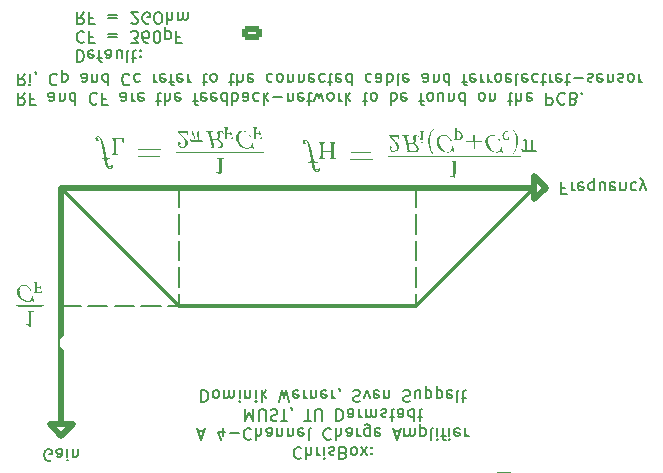
<source format=gbr>
%TF.GenerationSoftware,KiCad,Pcbnew,8.0.5*%
%TF.CreationDate,2025-06-02T18:12:59+02:00*%
%TF.ProjectId,ChrisPCB,43687269-7350-4434-922e-6b696361645f,rev?*%
%TF.SameCoordinates,Original*%
%TF.FileFunction,Legend,Bot*%
%TF.FilePolarity,Positive*%
%FSLAX46Y46*%
G04 Gerber Fmt 4.6, Leading zero omitted, Abs format (unit mm)*
G04 Created by KiCad (PCBNEW 8.0.5) date 2025-06-02 18:12:59*
%MOMM*%
%LPD*%
G01*
G04 APERTURE LIST*
G04 Aperture macros list*
%AMRoundRect*
0 Rectangle with rounded corners*
0 $1 Rounding radius*
0 $2 $3 $4 $5 $6 $7 $8 $9 X,Y pos of 4 corners*
0 Add a 4 corners polygon primitive as box body*
4,1,4,$2,$3,$4,$5,$6,$7,$8,$9,$2,$3,0*
0 Add four circle primitives for the rounded corners*
1,1,$1+$1,$2,$3*
1,1,$1+$1,$4,$5*
1,1,$1+$1,$6,$7*
1,1,$1+$1,$8,$9*
0 Add four rect primitives between the rounded corners*
20,1,$1+$1,$2,$3,$4,$5,0*
20,1,$1+$1,$4,$5,$6,$7,0*
20,1,$1+$1,$6,$7,$8,$9,0*
20,1,$1+$1,$8,$9,$2,$3,0*%
G04 Aperture macros list end*
%ADD10C,0.300000*%
%ADD11C,0.150000*%
%ADD12C,0.500000*%
%ADD13C,0.200000*%
%ADD14C,0.000000*%
%ADD15O,1.200000X1.900000*%
%ADD16C,1.450000*%
%ADD17C,6.400000*%
%ADD18C,1.400000*%
%ADD19C,1.500000*%
%ADD20C,0.600000*%
%ADD21O,1.104000X2.204000*%
%ADD22O,1.104000X1.904000*%
%ADD23RoundRect,0.250000X-0.625000X0.350000X-0.625000X-0.350000X0.625000X-0.350000X0.625000X0.350000X0*%
%ADD24O,1.750000X1.200000*%
%ADD25R,1.700000X1.700000*%
%ADD26RoundRect,0.250000X-0.600000X-0.725000X0.600000X-0.725000X0.600000X0.725000X-0.600000X0.725000X0*%
%ADD27O,1.700000X1.950000*%
%ADD28O,1.700000X1.700000*%
%ADD29C,1.300000*%
%ADD30C,2.483000*%
G04 APERTURE END LIST*
D10*
X126000000Y-101000000D02*
X146000000Y-101000000D01*
D11*
X126000000Y-91000000D02*
X126000000Y-92650000D01*
X126000000Y-93250000D02*
X126000000Y-94900000D01*
X126000000Y-95500000D02*
X126000000Y-97150000D01*
X126000000Y-97750000D02*
X126000000Y-99400000D01*
X126000000Y-100000000D02*
X126000000Y-101000000D01*
D10*
X116000000Y-91000000D02*
X126000000Y-101000000D01*
D12*
X156000000Y-90000000D02*
X157000000Y-91000000D01*
X157000000Y-91000000D02*
X156000000Y-92000000D01*
D11*
X116000000Y-101000000D02*
X117650000Y-101000000D01*
X118250000Y-101000000D02*
X119900000Y-101000000D01*
X120500000Y-101000000D02*
X122150000Y-101000000D01*
X122750000Y-101000000D02*
X124400000Y-101000000D01*
X125000000Y-101000000D02*
X126000000Y-101000000D01*
D12*
X116000000Y-112000000D02*
X115000000Y-111000000D01*
X115000000Y-111000000D02*
X117000000Y-111000000D01*
X116000000Y-91000000D02*
X116000000Y-111000000D01*
D10*
X146000000Y-101000000D02*
X156000000Y-91000000D01*
D12*
X117000000Y-111000000D02*
X116000000Y-112000000D01*
D11*
X146000000Y-91000000D02*
X146000000Y-92650000D01*
X146000000Y-93250000D02*
X146000000Y-94900000D01*
X146000000Y-95500000D02*
X146000000Y-97150000D01*
X146000000Y-97750000D02*
X146000000Y-99400000D01*
X146000000Y-100000000D02*
X146000000Y-101000000D01*
D12*
X156000000Y-92000000D02*
X156000000Y-90000000D01*
X116000000Y-91000000D02*
X156000000Y-91000000D01*
D11*
X115119047Y-114082561D02*
X115023809Y-114130180D01*
X115023809Y-114130180D02*
X114880952Y-114130180D01*
X114880952Y-114130180D02*
X114738095Y-114082561D01*
X114738095Y-114082561D02*
X114642857Y-113987323D01*
X114642857Y-113987323D02*
X114595238Y-113892085D01*
X114595238Y-113892085D02*
X114547619Y-113701609D01*
X114547619Y-113701609D02*
X114547619Y-113558752D01*
X114547619Y-113558752D02*
X114595238Y-113368276D01*
X114595238Y-113368276D02*
X114642857Y-113273038D01*
X114642857Y-113273038D02*
X114738095Y-113177800D01*
X114738095Y-113177800D02*
X114880952Y-113130180D01*
X114880952Y-113130180D02*
X114976190Y-113130180D01*
X114976190Y-113130180D02*
X115119047Y-113177800D01*
X115119047Y-113177800D02*
X115166666Y-113225419D01*
X115166666Y-113225419D02*
X115166666Y-113558752D01*
X115166666Y-113558752D02*
X114976190Y-113558752D01*
X116023809Y-113130180D02*
X116023809Y-113653990D01*
X116023809Y-113653990D02*
X115976190Y-113749228D01*
X115976190Y-113749228D02*
X115880952Y-113796847D01*
X115880952Y-113796847D02*
X115690476Y-113796847D01*
X115690476Y-113796847D02*
X115595238Y-113749228D01*
X116023809Y-113177800D02*
X115928571Y-113130180D01*
X115928571Y-113130180D02*
X115690476Y-113130180D01*
X115690476Y-113130180D02*
X115595238Y-113177800D01*
X115595238Y-113177800D02*
X115547619Y-113273038D01*
X115547619Y-113273038D02*
X115547619Y-113368276D01*
X115547619Y-113368276D02*
X115595238Y-113463514D01*
X115595238Y-113463514D02*
X115690476Y-113511133D01*
X115690476Y-113511133D02*
X115928571Y-113511133D01*
X115928571Y-113511133D02*
X116023809Y-113558752D01*
X116500000Y-113130180D02*
X116500000Y-113796847D01*
X116500000Y-114130180D02*
X116452381Y-114082561D01*
X116452381Y-114082561D02*
X116500000Y-114034942D01*
X116500000Y-114034942D02*
X116547619Y-114082561D01*
X116547619Y-114082561D02*
X116500000Y-114130180D01*
X116500000Y-114130180D02*
X116500000Y-114034942D01*
X116976190Y-113796847D02*
X116976190Y-113130180D01*
X116976190Y-113701609D02*
X117023809Y-113749228D01*
X117023809Y-113749228D02*
X117119047Y-113796847D01*
X117119047Y-113796847D02*
X117261904Y-113796847D01*
X117261904Y-113796847D02*
X117357142Y-113749228D01*
X117357142Y-113749228D02*
X117404761Y-113653990D01*
X117404761Y-113653990D02*
X117404761Y-113130180D01*
X155875203Y-87933487D02*
X155875203Y-86933487D01*
X155375203Y-87933487D02*
X155375203Y-87147773D01*
X155375203Y-87147773D02*
X155303774Y-87004916D01*
X155303774Y-87004916D02*
X155160917Y-86933487D01*
X156160917Y-87933487D02*
X155232346Y-87933487D01*
X155232346Y-87933487D02*
X155089488Y-87862058D01*
X155089488Y-87862058D02*
X155018060Y-87719201D01*
X158670112Y-91068990D02*
X158336779Y-91068990D01*
X158336779Y-90545180D02*
X158336779Y-91545180D01*
X158336779Y-91545180D02*
X158812969Y-91545180D01*
X159193922Y-90545180D02*
X159193922Y-91211847D01*
X159193922Y-91021371D02*
X159241541Y-91116609D01*
X159241541Y-91116609D02*
X159289160Y-91164228D01*
X159289160Y-91164228D02*
X159384398Y-91211847D01*
X159384398Y-91211847D02*
X159479636Y-91211847D01*
X160193922Y-90592800D02*
X160098684Y-90545180D01*
X160098684Y-90545180D02*
X159908208Y-90545180D01*
X159908208Y-90545180D02*
X159812970Y-90592800D01*
X159812970Y-90592800D02*
X159765351Y-90688038D01*
X159765351Y-90688038D02*
X159765351Y-91068990D01*
X159765351Y-91068990D02*
X159812970Y-91164228D01*
X159812970Y-91164228D02*
X159908208Y-91211847D01*
X159908208Y-91211847D02*
X160098684Y-91211847D01*
X160098684Y-91211847D02*
X160193922Y-91164228D01*
X160193922Y-91164228D02*
X160241541Y-91068990D01*
X160241541Y-91068990D02*
X160241541Y-90973752D01*
X160241541Y-90973752D02*
X159765351Y-90878514D01*
X161098684Y-91211847D02*
X161098684Y-90211847D01*
X161098684Y-90592800D02*
X161003446Y-90545180D01*
X161003446Y-90545180D02*
X160812970Y-90545180D01*
X160812970Y-90545180D02*
X160717732Y-90592800D01*
X160717732Y-90592800D02*
X160670113Y-90640419D01*
X160670113Y-90640419D02*
X160622494Y-90735657D01*
X160622494Y-90735657D02*
X160622494Y-91021371D01*
X160622494Y-91021371D02*
X160670113Y-91116609D01*
X160670113Y-91116609D02*
X160717732Y-91164228D01*
X160717732Y-91164228D02*
X160812970Y-91211847D01*
X160812970Y-91211847D02*
X161003446Y-91211847D01*
X161003446Y-91211847D02*
X161098684Y-91164228D01*
X162003446Y-91211847D02*
X162003446Y-90545180D01*
X161574875Y-91211847D02*
X161574875Y-90688038D01*
X161574875Y-90688038D02*
X161622494Y-90592800D01*
X161622494Y-90592800D02*
X161717732Y-90545180D01*
X161717732Y-90545180D02*
X161860589Y-90545180D01*
X161860589Y-90545180D02*
X161955827Y-90592800D01*
X161955827Y-90592800D02*
X162003446Y-90640419D01*
X162860589Y-90592800D02*
X162765351Y-90545180D01*
X162765351Y-90545180D02*
X162574875Y-90545180D01*
X162574875Y-90545180D02*
X162479637Y-90592800D01*
X162479637Y-90592800D02*
X162432018Y-90688038D01*
X162432018Y-90688038D02*
X162432018Y-91068990D01*
X162432018Y-91068990D02*
X162479637Y-91164228D01*
X162479637Y-91164228D02*
X162574875Y-91211847D01*
X162574875Y-91211847D02*
X162765351Y-91211847D01*
X162765351Y-91211847D02*
X162860589Y-91164228D01*
X162860589Y-91164228D02*
X162908208Y-91068990D01*
X162908208Y-91068990D02*
X162908208Y-90973752D01*
X162908208Y-90973752D02*
X162432018Y-90878514D01*
X163336780Y-91211847D02*
X163336780Y-90545180D01*
X163336780Y-91116609D02*
X163384399Y-91164228D01*
X163384399Y-91164228D02*
X163479637Y-91211847D01*
X163479637Y-91211847D02*
X163622494Y-91211847D01*
X163622494Y-91211847D02*
X163717732Y-91164228D01*
X163717732Y-91164228D02*
X163765351Y-91068990D01*
X163765351Y-91068990D02*
X163765351Y-90545180D01*
X164670113Y-90592800D02*
X164574875Y-90545180D01*
X164574875Y-90545180D02*
X164384399Y-90545180D01*
X164384399Y-90545180D02*
X164289161Y-90592800D01*
X164289161Y-90592800D02*
X164241542Y-90640419D01*
X164241542Y-90640419D02*
X164193923Y-90735657D01*
X164193923Y-90735657D02*
X164193923Y-91021371D01*
X164193923Y-91021371D02*
X164241542Y-91116609D01*
X164241542Y-91116609D02*
X164289161Y-91164228D01*
X164289161Y-91164228D02*
X164384399Y-91211847D01*
X164384399Y-91211847D02*
X164574875Y-91211847D01*
X164574875Y-91211847D02*
X164670113Y-91164228D01*
X165003447Y-91211847D02*
X165241542Y-90545180D01*
X165479637Y-91211847D02*
X165241542Y-90545180D01*
X165241542Y-90545180D02*
X165146304Y-90307085D01*
X165146304Y-90307085D02*
X165098685Y-90259466D01*
X165098685Y-90259466D02*
X165003447Y-90211847D01*
X112908207Y-82960180D02*
X112574874Y-83436371D01*
X112336779Y-82960180D02*
X112336779Y-83960180D01*
X112336779Y-83960180D02*
X112717731Y-83960180D01*
X112717731Y-83960180D02*
X112812969Y-83912561D01*
X112812969Y-83912561D02*
X112860588Y-83864942D01*
X112860588Y-83864942D02*
X112908207Y-83769704D01*
X112908207Y-83769704D02*
X112908207Y-83626847D01*
X112908207Y-83626847D02*
X112860588Y-83531609D01*
X112860588Y-83531609D02*
X112812969Y-83483990D01*
X112812969Y-83483990D02*
X112717731Y-83436371D01*
X112717731Y-83436371D02*
X112336779Y-83436371D01*
X113670112Y-83483990D02*
X113336779Y-83483990D01*
X113336779Y-82960180D02*
X113336779Y-83960180D01*
X113336779Y-83960180D02*
X113812969Y-83960180D01*
X115384398Y-82960180D02*
X115384398Y-83483990D01*
X115384398Y-83483990D02*
X115336779Y-83579228D01*
X115336779Y-83579228D02*
X115241541Y-83626847D01*
X115241541Y-83626847D02*
X115051065Y-83626847D01*
X115051065Y-83626847D02*
X114955827Y-83579228D01*
X115384398Y-83007800D02*
X115289160Y-82960180D01*
X115289160Y-82960180D02*
X115051065Y-82960180D01*
X115051065Y-82960180D02*
X114955827Y-83007800D01*
X114955827Y-83007800D02*
X114908208Y-83103038D01*
X114908208Y-83103038D02*
X114908208Y-83198276D01*
X114908208Y-83198276D02*
X114955827Y-83293514D01*
X114955827Y-83293514D02*
X115051065Y-83341133D01*
X115051065Y-83341133D02*
X115289160Y-83341133D01*
X115289160Y-83341133D02*
X115384398Y-83388752D01*
X115860589Y-83626847D02*
X115860589Y-82960180D01*
X115860589Y-83531609D02*
X115908208Y-83579228D01*
X115908208Y-83579228D02*
X116003446Y-83626847D01*
X116003446Y-83626847D02*
X116146303Y-83626847D01*
X116146303Y-83626847D02*
X116241541Y-83579228D01*
X116241541Y-83579228D02*
X116289160Y-83483990D01*
X116289160Y-83483990D02*
X116289160Y-82960180D01*
X117193922Y-82960180D02*
X117193922Y-83960180D01*
X117193922Y-83007800D02*
X117098684Y-82960180D01*
X117098684Y-82960180D02*
X116908208Y-82960180D01*
X116908208Y-82960180D02*
X116812970Y-83007800D01*
X116812970Y-83007800D02*
X116765351Y-83055419D01*
X116765351Y-83055419D02*
X116717732Y-83150657D01*
X116717732Y-83150657D02*
X116717732Y-83436371D01*
X116717732Y-83436371D02*
X116765351Y-83531609D01*
X116765351Y-83531609D02*
X116812970Y-83579228D01*
X116812970Y-83579228D02*
X116908208Y-83626847D01*
X116908208Y-83626847D02*
X117098684Y-83626847D01*
X117098684Y-83626847D02*
X117193922Y-83579228D01*
X119003446Y-83055419D02*
X118955827Y-83007800D01*
X118955827Y-83007800D02*
X118812970Y-82960180D01*
X118812970Y-82960180D02*
X118717732Y-82960180D01*
X118717732Y-82960180D02*
X118574875Y-83007800D01*
X118574875Y-83007800D02*
X118479637Y-83103038D01*
X118479637Y-83103038D02*
X118432018Y-83198276D01*
X118432018Y-83198276D02*
X118384399Y-83388752D01*
X118384399Y-83388752D02*
X118384399Y-83531609D01*
X118384399Y-83531609D02*
X118432018Y-83722085D01*
X118432018Y-83722085D02*
X118479637Y-83817323D01*
X118479637Y-83817323D02*
X118574875Y-83912561D01*
X118574875Y-83912561D02*
X118717732Y-83960180D01*
X118717732Y-83960180D02*
X118812970Y-83960180D01*
X118812970Y-83960180D02*
X118955827Y-83912561D01*
X118955827Y-83912561D02*
X119003446Y-83864942D01*
X119765351Y-83483990D02*
X119432018Y-83483990D01*
X119432018Y-82960180D02*
X119432018Y-83960180D01*
X119432018Y-83960180D02*
X119908208Y-83960180D01*
X121479637Y-82960180D02*
X121479637Y-83483990D01*
X121479637Y-83483990D02*
X121432018Y-83579228D01*
X121432018Y-83579228D02*
X121336780Y-83626847D01*
X121336780Y-83626847D02*
X121146304Y-83626847D01*
X121146304Y-83626847D02*
X121051066Y-83579228D01*
X121479637Y-83007800D02*
X121384399Y-82960180D01*
X121384399Y-82960180D02*
X121146304Y-82960180D01*
X121146304Y-82960180D02*
X121051066Y-83007800D01*
X121051066Y-83007800D02*
X121003447Y-83103038D01*
X121003447Y-83103038D02*
X121003447Y-83198276D01*
X121003447Y-83198276D02*
X121051066Y-83293514D01*
X121051066Y-83293514D02*
X121146304Y-83341133D01*
X121146304Y-83341133D02*
X121384399Y-83341133D01*
X121384399Y-83341133D02*
X121479637Y-83388752D01*
X121955828Y-82960180D02*
X121955828Y-83626847D01*
X121955828Y-83436371D02*
X122003447Y-83531609D01*
X122003447Y-83531609D02*
X122051066Y-83579228D01*
X122051066Y-83579228D02*
X122146304Y-83626847D01*
X122146304Y-83626847D02*
X122241542Y-83626847D01*
X122955828Y-83007800D02*
X122860590Y-82960180D01*
X122860590Y-82960180D02*
X122670114Y-82960180D01*
X122670114Y-82960180D02*
X122574876Y-83007800D01*
X122574876Y-83007800D02*
X122527257Y-83103038D01*
X122527257Y-83103038D02*
X122527257Y-83483990D01*
X122527257Y-83483990D02*
X122574876Y-83579228D01*
X122574876Y-83579228D02*
X122670114Y-83626847D01*
X122670114Y-83626847D02*
X122860590Y-83626847D01*
X122860590Y-83626847D02*
X122955828Y-83579228D01*
X122955828Y-83579228D02*
X123003447Y-83483990D01*
X123003447Y-83483990D02*
X123003447Y-83388752D01*
X123003447Y-83388752D02*
X122527257Y-83293514D01*
X124051067Y-83626847D02*
X124432019Y-83626847D01*
X124193924Y-83960180D02*
X124193924Y-83103038D01*
X124193924Y-83103038D02*
X124241543Y-83007800D01*
X124241543Y-83007800D02*
X124336781Y-82960180D01*
X124336781Y-82960180D02*
X124432019Y-82960180D01*
X124765353Y-82960180D02*
X124765353Y-83960180D01*
X125193924Y-82960180D02*
X125193924Y-83483990D01*
X125193924Y-83483990D02*
X125146305Y-83579228D01*
X125146305Y-83579228D02*
X125051067Y-83626847D01*
X125051067Y-83626847D02*
X124908210Y-83626847D01*
X124908210Y-83626847D02*
X124812972Y-83579228D01*
X124812972Y-83579228D02*
X124765353Y-83531609D01*
X126051067Y-83007800D02*
X125955829Y-82960180D01*
X125955829Y-82960180D02*
X125765353Y-82960180D01*
X125765353Y-82960180D02*
X125670115Y-83007800D01*
X125670115Y-83007800D02*
X125622496Y-83103038D01*
X125622496Y-83103038D02*
X125622496Y-83483990D01*
X125622496Y-83483990D02*
X125670115Y-83579228D01*
X125670115Y-83579228D02*
X125765353Y-83626847D01*
X125765353Y-83626847D02*
X125955829Y-83626847D01*
X125955829Y-83626847D02*
X126051067Y-83579228D01*
X126051067Y-83579228D02*
X126098686Y-83483990D01*
X126098686Y-83483990D02*
X126098686Y-83388752D01*
X126098686Y-83388752D02*
X125622496Y-83293514D01*
X127146306Y-83626847D02*
X127527258Y-83626847D01*
X127289163Y-82960180D02*
X127289163Y-83817323D01*
X127289163Y-83817323D02*
X127336782Y-83912561D01*
X127336782Y-83912561D02*
X127432020Y-83960180D01*
X127432020Y-83960180D02*
X127527258Y-83960180D01*
X128241544Y-83007800D02*
X128146306Y-82960180D01*
X128146306Y-82960180D02*
X127955830Y-82960180D01*
X127955830Y-82960180D02*
X127860592Y-83007800D01*
X127860592Y-83007800D02*
X127812973Y-83103038D01*
X127812973Y-83103038D02*
X127812973Y-83483990D01*
X127812973Y-83483990D02*
X127860592Y-83579228D01*
X127860592Y-83579228D02*
X127955830Y-83626847D01*
X127955830Y-83626847D02*
X128146306Y-83626847D01*
X128146306Y-83626847D02*
X128241544Y-83579228D01*
X128241544Y-83579228D02*
X128289163Y-83483990D01*
X128289163Y-83483990D02*
X128289163Y-83388752D01*
X128289163Y-83388752D02*
X127812973Y-83293514D01*
X129098687Y-83007800D02*
X129003449Y-82960180D01*
X129003449Y-82960180D02*
X128812973Y-82960180D01*
X128812973Y-82960180D02*
X128717735Y-83007800D01*
X128717735Y-83007800D02*
X128670116Y-83103038D01*
X128670116Y-83103038D02*
X128670116Y-83483990D01*
X128670116Y-83483990D02*
X128717735Y-83579228D01*
X128717735Y-83579228D02*
X128812973Y-83626847D01*
X128812973Y-83626847D02*
X129003449Y-83626847D01*
X129003449Y-83626847D02*
X129098687Y-83579228D01*
X129098687Y-83579228D02*
X129146306Y-83483990D01*
X129146306Y-83483990D02*
X129146306Y-83388752D01*
X129146306Y-83388752D02*
X128670116Y-83293514D01*
X130003449Y-82960180D02*
X130003449Y-83960180D01*
X130003449Y-83007800D02*
X129908211Y-82960180D01*
X129908211Y-82960180D02*
X129717735Y-82960180D01*
X129717735Y-82960180D02*
X129622497Y-83007800D01*
X129622497Y-83007800D02*
X129574878Y-83055419D01*
X129574878Y-83055419D02*
X129527259Y-83150657D01*
X129527259Y-83150657D02*
X129527259Y-83436371D01*
X129527259Y-83436371D02*
X129574878Y-83531609D01*
X129574878Y-83531609D02*
X129622497Y-83579228D01*
X129622497Y-83579228D02*
X129717735Y-83626847D01*
X129717735Y-83626847D02*
X129908211Y-83626847D01*
X129908211Y-83626847D02*
X130003449Y-83579228D01*
X130479640Y-82960180D02*
X130479640Y-83960180D01*
X130479640Y-83579228D02*
X130574878Y-83626847D01*
X130574878Y-83626847D02*
X130765354Y-83626847D01*
X130765354Y-83626847D02*
X130860592Y-83579228D01*
X130860592Y-83579228D02*
X130908211Y-83531609D01*
X130908211Y-83531609D02*
X130955830Y-83436371D01*
X130955830Y-83436371D02*
X130955830Y-83150657D01*
X130955830Y-83150657D02*
X130908211Y-83055419D01*
X130908211Y-83055419D02*
X130860592Y-83007800D01*
X130860592Y-83007800D02*
X130765354Y-82960180D01*
X130765354Y-82960180D02*
X130574878Y-82960180D01*
X130574878Y-82960180D02*
X130479640Y-83007800D01*
X131812973Y-82960180D02*
X131812973Y-83483990D01*
X131812973Y-83483990D02*
X131765354Y-83579228D01*
X131765354Y-83579228D02*
X131670116Y-83626847D01*
X131670116Y-83626847D02*
X131479640Y-83626847D01*
X131479640Y-83626847D02*
X131384402Y-83579228D01*
X131812973Y-83007800D02*
X131717735Y-82960180D01*
X131717735Y-82960180D02*
X131479640Y-82960180D01*
X131479640Y-82960180D02*
X131384402Y-83007800D01*
X131384402Y-83007800D02*
X131336783Y-83103038D01*
X131336783Y-83103038D02*
X131336783Y-83198276D01*
X131336783Y-83198276D02*
X131384402Y-83293514D01*
X131384402Y-83293514D02*
X131479640Y-83341133D01*
X131479640Y-83341133D02*
X131717735Y-83341133D01*
X131717735Y-83341133D02*
X131812973Y-83388752D01*
X132717735Y-83007800D02*
X132622497Y-82960180D01*
X132622497Y-82960180D02*
X132432021Y-82960180D01*
X132432021Y-82960180D02*
X132336783Y-83007800D01*
X132336783Y-83007800D02*
X132289164Y-83055419D01*
X132289164Y-83055419D02*
X132241545Y-83150657D01*
X132241545Y-83150657D02*
X132241545Y-83436371D01*
X132241545Y-83436371D02*
X132289164Y-83531609D01*
X132289164Y-83531609D02*
X132336783Y-83579228D01*
X132336783Y-83579228D02*
X132432021Y-83626847D01*
X132432021Y-83626847D02*
X132622497Y-83626847D01*
X132622497Y-83626847D02*
X132717735Y-83579228D01*
X133146307Y-82960180D02*
X133146307Y-83960180D01*
X133241545Y-83341133D02*
X133527259Y-82960180D01*
X133527259Y-83626847D02*
X133146307Y-83245895D01*
X133955831Y-83341133D02*
X134717736Y-83341133D01*
X135193926Y-83626847D02*
X135193926Y-82960180D01*
X135193926Y-83531609D02*
X135241545Y-83579228D01*
X135241545Y-83579228D02*
X135336783Y-83626847D01*
X135336783Y-83626847D02*
X135479640Y-83626847D01*
X135479640Y-83626847D02*
X135574878Y-83579228D01*
X135574878Y-83579228D02*
X135622497Y-83483990D01*
X135622497Y-83483990D02*
X135622497Y-82960180D01*
X136479640Y-83007800D02*
X136384402Y-82960180D01*
X136384402Y-82960180D02*
X136193926Y-82960180D01*
X136193926Y-82960180D02*
X136098688Y-83007800D01*
X136098688Y-83007800D02*
X136051069Y-83103038D01*
X136051069Y-83103038D02*
X136051069Y-83483990D01*
X136051069Y-83483990D02*
X136098688Y-83579228D01*
X136098688Y-83579228D02*
X136193926Y-83626847D01*
X136193926Y-83626847D02*
X136384402Y-83626847D01*
X136384402Y-83626847D02*
X136479640Y-83579228D01*
X136479640Y-83579228D02*
X136527259Y-83483990D01*
X136527259Y-83483990D02*
X136527259Y-83388752D01*
X136527259Y-83388752D02*
X136051069Y-83293514D01*
X136812974Y-83626847D02*
X137193926Y-83626847D01*
X136955831Y-83960180D02*
X136955831Y-83103038D01*
X136955831Y-83103038D02*
X137003450Y-83007800D01*
X137003450Y-83007800D02*
X137098688Y-82960180D01*
X137098688Y-82960180D02*
X137193926Y-82960180D01*
X137432022Y-83626847D02*
X137622498Y-82960180D01*
X137622498Y-82960180D02*
X137812974Y-83436371D01*
X137812974Y-83436371D02*
X138003450Y-82960180D01*
X138003450Y-82960180D02*
X138193926Y-83626847D01*
X138717736Y-82960180D02*
X138622498Y-83007800D01*
X138622498Y-83007800D02*
X138574879Y-83055419D01*
X138574879Y-83055419D02*
X138527260Y-83150657D01*
X138527260Y-83150657D02*
X138527260Y-83436371D01*
X138527260Y-83436371D02*
X138574879Y-83531609D01*
X138574879Y-83531609D02*
X138622498Y-83579228D01*
X138622498Y-83579228D02*
X138717736Y-83626847D01*
X138717736Y-83626847D02*
X138860593Y-83626847D01*
X138860593Y-83626847D02*
X138955831Y-83579228D01*
X138955831Y-83579228D02*
X139003450Y-83531609D01*
X139003450Y-83531609D02*
X139051069Y-83436371D01*
X139051069Y-83436371D02*
X139051069Y-83150657D01*
X139051069Y-83150657D02*
X139003450Y-83055419D01*
X139003450Y-83055419D02*
X138955831Y-83007800D01*
X138955831Y-83007800D02*
X138860593Y-82960180D01*
X138860593Y-82960180D02*
X138717736Y-82960180D01*
X139479641Y-82960180D02*
X139479641Y-83626847D01*
X139479641Y-83436371D02*
X139527260Y-83531609D01*
X139527260Y-83531609D02*
X139574879Y-83579228D01*
X139574879Y-83579228D02*
X139670117Y-83626847D01*
X139670117Y-83626847D02*
X139765355Y-83626847D01*
X140098689Y-82960180D02*
X140098689Y-83960180D01*
X140193927Y-83341133D02*
X140479641Y-82960180D01*
X140479641Y-83626847D02*
X140098689Y-83245895D01*
X141527261Y-83626847D02*
X141908213Y-83626847D01*
X141670118Y-83960180D02*
X141670118Y-83103038D01*
X141670118Y-83103038D02*
X141717737Y-83007800D01*
X141717737Y-83007800D02*
X141812975Y-82960180D01*
X141812975Y-82960180D02*
X141908213Y-82960180D01*
X142384404Y-82960180D02*
X142289166Y-83007800D01*
X142289166Y-83007800D02*
X142241547Y-83055419D01*
X142241547Y-83055419D02*
X142193928Y-83150657D01*
X142193928Y-83150657D02*
X142193928Y-83436371D01*
X142193928Y-83436371D02*
X142241547Y-83531609D01*
X142241547Y-83531609D02*
X142289166Y-83579228D01*
X142289166Y-83579228D02*
X142384404Y-83626847D01*
X142384404Y-83626847D02*
X142527261Y-83626847D01*
X142527261Y-83626847D02*
X142622499Y-83579228D01*
X142622499Y-83579228D02*
X142670118Y-83531609D01*
X142670118Y-83531609D02*
X142717737Y-83436371D01*
X142717737Y-83436371D02*
X142717737Y-83150657D01*
X142717737Y-83150657D02*
X142670118Y-83055419D01*
X142670118Y-83055419D02*
X142622499Y-83007800D01*
X142622499Y-83007800D02*
X142527261Y-82960180D01*
X142527261Y-82960180D02*
X142384404Y-82960180D01*
X143908214Y-82960180D02*
X143908214Y-83960180D01*
X143908214Y-83579228D02*
X144003452Y-83626847D01*
X144003452Y-83626847D02*
X144193928Y-83626847D01*
X144193928Y-83626847D02*
X144289166Y-83579228D01*
X144289166Y-83579228D02*
X144336785Y-83531609D01*
X144336785Y-83531609D02*
X144384404Y-83436371D01*
X144384404Y-83436371D02*
X144384404Y-83150657D01*
X144384404Y-83150657D02*
X144336785Y-83055419D01*
X144336785Y-83055419D02*
X144289166Y-83007800D01*
X144289166Y-83007800D02*
X144193928Y-82960180D01*
X144193928Y-82960180D02*
X144003452Y-82960180D01*
X144003452Y-82960180D02*
X143908214Y-83007800D01*
X145193928Y-83007800D02*
X145098690Y-82960180D01*
X145098690Y-82960180D02*
X144908214Y-82960180D01*
X144908214Y-82960180D02*
X144812976Y-83007800D01*
X144812976Y-83007800D02*
X144765357Y-83103038D01*
X144765357Y-83103038D02*
X144765357Y-83483990D01*
X144765357Y-83483990D02*
X144812976Y-83579228D01*
X144812976Y-83579228D02*
X144908214Y-83626847D01*
X144908214Y-83626847D02*
X145098690Y-83626847D01*
X145098690Y-83626847D02*
X145193928Y-83579228D01*
X145193928Y-83579228D02*
X145241547Y-83483990D01*
X145241547Y-83483990D02*
X145241547Y-83388752D01*
X145241547Y-83388752D02*
X144765357Y-83293514D01*
X146289167Y-83626847D02*
X146670119Y-83626847D01*
X146432024Y-82960180D02*
X146432024Y-83817323D01*
X146432024Y-83817323D02*
X146479643Y-83912561D01*
X146479643Y-83912561D02*
X146574881Y-83960180D01*
X146574881Y-83960180D02*
X146670119Y-83960180D01*
X147146310Y-82960180D02*
X147051072Y-83007800D01*
X147051072Y-83007800D02*
X147003453Y-83055419D01*
X147003453Y-83055419D02*
X146955834Y-83150657D01*
X146955834Y-83150657D02*
X146955834Y-83436371D01*
X146955834Y-83436371D02*
X147003453Y-83531609D01*
X147003453Y-83531609D02*
X147051072Y-83579228D01*
X147051072Y-83579228D02*
X147146310Y-83626847D01*
X147146310Y-83626847D02*
X147289167Y-83626847D01*
X147289167Y-83626847D02*
X147384405Y-83579228D01*
X147384405Y-83579228D02*
X147432024Y-83531609D01*
X147432024Y-83531609D02*
X147479643Y-83436371D01*
X147479643Y-83436371D02*
X147479643Y-83150657D01*
X147479643Y-83150657D02*
X147432024Y-83055419D01*
X147432024Y-83055419D02*
X147384405Y-83007800D01*
X147384405Y-83007800D02*
X147289167Y-82960180D01*
X147289167Y-82960180D02*
X147146310Y-82960180D01*
X148336786Y-83626847D02*
X148336786Y-82960180D01*
X147908215Y-83626847D02*
X147908215Y-83103038D01*
X147908215Y-83103038D02*
X147955834Y-83007800D01*
X147955834Y-83007800D02*
X148051072Y-82960180D01*
X148051072Y-82960180D02*
X148193929Y-82960180D01*
X148193929Y-82960180D02*
X148289167Y-83007800D01*
X148289167Y-83007800D02*
X148336786Y-83055419D01*
X148812977Y-83626847D02*
X148812977Y-82960180D01*
X148812977Y-83531609D02*
X148860596Y-83579228D01*
X148860596Y-83579228D02*
X148955834Y-83626847D01*
X148955834Y-83626847D02*
X149098691Y-83626847D01*
X149098691Y-83626847D02*
X149193929Y-83579228D01*
X149193929Y-83579228D02*
X149241548Y-83483990D01*
X149241548Y-83483990D02*
X149241548Y-82960180D01*
X150146310Y-82960180D02*
X150146310Y-83960180D01*
X150146310Y-83007800D02*
X150051072Y-82960180D01*
X150051072Y-82960180D02*
X149860596Y-82960180D01*
X149860596Y-82960180D02*
X149765358Y-83007800D01*
X149765358Y-83007800D02*
X149717739Y-83055419D01*
X149717739Y-83055419D02*
X149670120Y-83150657D01*
X149670120Y-83150657D02*
X149670120Y-83436371D01*
X149670120Y-83436371D02*
X149717739Y-83531609D01*
X149717739Y-83531609D02*
X149765358Y-83579228D01*
X149765358Y-83579228D02*
X149860596Y-83626847D01*
X149860596Y-83626847D02*
X150051072Y-83626847D01*
X150051072Y-83626847D02*
X150146310Y-83579228D01*
X151527263Y-82960180D02*
X151432025Y-83007800D01*
X151432025Y-83007800D02*
X151384406Y-83055419D01*
X151384406Y-83055419D02*
X151336787Y-83150657D01*
X151336787Y-83150657D02*
X151336787Y-83436371D01*
X151336787Y-83436371D02*
X151384406Y-83531609D01*
X151384406Y-83531609D02*
X151432025Y-83579228D01*
X151432025Y-83579228D02*
X151527263Y-83626847D01*
X151527263Y-83626847D02*
X151670120Y-83626847D01*
X151670120Y-83626847D02*
X151765358Y-83579228D01*
X151765358Y-83579228D02*
X151812977Y-83531609D01*
X151812977Y-83531609D02*
X151860596Y-83436371D01*
X151860596Y-83436371D02*
X151860596Y-83150657D01*
X151860596Y-83150657D02*
X151812977Y-83055419D01*
X151812977Y-83055419D02*
X151765358Y-83007800D01*
X151765358Y-83007800D02*
X151670120Y-82960180D01*
X151670120Y-82960180D02*
X151527263Y-82960180D01*
X152289168Y-83626847D02*
X152289168Y-82960180D01*
X152289168Y-83531609D02*
X152336787Y-83579228D01*
X152336787Y-83579228D02*
X152432025Y-83626847D01*
X152432025Y-83626847D02*
X152574882Y-83626847D01*
X152574882Y-83626847D02*
X152670120Y-83579228D01*
X152670120Y-83579228D02*
X152717739Y-83483990D01*
X152717739Y-83483990D02*
X152717739Y-82960180D01*
X153812978Y-83626847D02*
X154193930Y-83626847D01*
X153955835Y-83960180D02*
X153955835Y-83103038D01*
X153955835Y-83103038D02*
X154003454Y-83007800D01*
X154003454Y-83007800D02*
X154098692Y-82960180D01*
X154098692Y-82960180D02*
X154193930Y-82960180D01*
X154527264Y-82960180D02*
X154527264Y-83960180D01*
X154955835Y-82960180D02*
X154955835Y-83483990D01*
X154955835Y-83483990D02*
X154908216Y-83579228D01*
X154908216Y-83579228D02*
X154812978Y-83626847D01*
X154812978Y-83626847D02*
X154670121Y-83626847D01*
X154670121Y-83626847D02*
X154574883Y-83579228D01*
X154574883Y-83579228D02*
X154527264Y-83531609D01*
X155812978Y-83007800D02*
X155717740Y-82960180D01*
X155717740Y-82960180D02*
X155527264Y-82960180D01*
X155527264Y-82960180D02*
X155432026Y-83007800D01*
X155432026Y-83007800D02*
X155384407Y-83103038D01*
X155384407Y-83103038D02*
X155384407Y-83483990D01*
X155384407Y-83483990D02*
X155432026Y-83579228D01*
X155432026Y-83579228D02*
X155527264Y-83626847D01*
X155527264Y-83626847D02*
X155717740Y-83626847D01*
X155717740Y-83626847D02*
X155812978Y-83579228D01*
X155812978Y-83579228D02*
X155860597Y-83483990D01*
X155860597Y-83483990D02*
X155860597Y-83388752D01*
X155860597Y-83388752D02*
X155384407Y-83293514D01*
X157051074Y-82960180D02*
X157051074Y-83960180D01*
X157051074Y-83960180D02*
X157432026Y-83960180D01*
X157432026Y-83960180D02*
X157527264Y-83912561D01*
X157527264Y-83912561D02*
X157574883Y-83864942D01*
X157574883Y-83864942D02*
X157622502Y-83769704D01*
X157622502Y-83769704D02*
X157622502Y-83626847D01*
X157622502Y-83626847D02*
X157574883Y-83531609D01*
X157574883Y-83531609D02*
X157527264Y-83483990D01*
X157527264Y-83483990D02*
X157432026Y-83436371D01*
X157432026Y-83436371D02*
X157051074Y-83436371D01*
X158622502Y-83055419D02*
X158574883Y-83007800D01*
X158574883Y-83007800D02*
X158432026Y-82960180D01*
X158432026Y-82960180D02*
X158336788Y-82960180D01*
X158336788Y-82960180D02*
X158193931Y-83007800D01*
X158193931Y-83007800D02*
X158098693Y-83103038D01*
X158098693Y-83103038D02*
X158051074Y-83198276D01*
X158051074Y-83198276D02*
X158003455Y-83388752D01*
X158003455Y-83388752D02*
X158003455Y-83531609D01*
X158003455Y-83531609D02*
X158051074Y-83722085D01*
X158051074Y-83722085D02*
X158098693Y-83817323D01*
X158098693Y-83817323D02*
X158193931Y-83912561D01*
X158193931Y-83912561D02*
X158336788Y-83960180D01*
X158336788Y-83960180D02*
X158432026Y-83960180D01*
X158432026Y-83960180D02*
X158574883Y-83912561D01*
X158574883Y-83912561D02*
X158622502Y-83864942D01*
X159384407Y-83483990D02*
X159527264Y-83436371D01*
X159527264Y-83436371D02*
X159574883Y-83388752D01*
X159574883Y-83388752D02*
X159622502Y-83293514D01*
X159622502Y-83293514D02*
X159622502Y-83150657D01*
X159622502Y-83150657D02*
X159574883Y-83055419D01*
X159574883Y-83055419D02*
X159527264Y-83007800D01*
X159527264Y-83007800D02*
X159432026Y-82960180D01*
X159432026Y-82960180D02*
X159051074Y-82960180D01*
X159051074Y-82960180D02*
X159051074Y-83960180D01*
X159051074Y-83960180D02*
X159384407Y-83960180D01*
X159384407Y-83960180D02*
X159479645Y-83912561D01*
X159479645Y-83912561D02*
X159527264Y-83864942D01*
X159527264Y-83864942D02*
X159574883Y-83769704D01*
X159574883Y-83769704D02*
X159574883Y-83674466D01*
X159574883Y-83674466D02*
X159527264Y-83579228D01*
X159527264Y-83579228D02*
X159479645Y-83531609D01*
X159479645Y-83531609D02*
X159384407Y-83483990D01*
X159384407Y-83483990D02*
X159051074Y-83483990D01*
X160051074Y-83055419D02*
X160098693Y-83007800D01*
X160098693Y-83007800D02*
X160051074Y-82960180D01*
X160051074Y-82960180D02*
X160003455Y-83007800D01*
X160003455Y-83007800D02*
X160051074Y-83055419D01*
X160051074Y-83055419D02*
X160051074Y-82960180D01*
X112908207Y-81350236D02*
X112574874Y-81826427D01*
X112336779Y-81350236D02*
X112336779Y-82350236D01*
X112336779Y-82350236D02*
X112717731Y-82350236D01*
X112717731Y-82350236D02*
X112812969Y-82302617D01*
X112812969Y-82302617D02*
X112860588Y-82254998D01*
X112860588Y-82254998D02*
X112908207Y-82159760D01*
X112908207Y-82159760D02*
X112908207Y-82016903D01*
X112908207Y-82016903D02*
X112860588Y-81921665D01*
X112860588Y-81921665D02*
X112812969Y-81874046D01*
X112812969Y-81874046D02*
X112717731Y-81826427D01*
X112717731Y-81826427D02*
X112336779Y-81826427D01*
X113336779Y-81350236D02*
X113336779Y-82016903D01*
X113336779Y-82350236D02*
X113289160Y-82302617D01*
X113289160Y-82302617D02*
X113336779Y-82254998D01*
X113336779Y-82254998D02*
X113384398Y-82302617D01*
X113384398Y-82302617D02*
X113336779Y-82350236D01*
X113336779Y-82350236D02*
X113336779Y-82254998D01*
X113860588Y-81397856D02*
X113860588Y-81350236D01*
X113860588Y-81350236D02*
X113812969Y-81254998D01*
X113812969Y-81254998D02*
X113765350Y-81207379D01*
X115622492Y-81445475D02*
X115574873Y-81397856D01*
X115574873Y-81397856D02*
X115432016Y-81350236D01*
X115432016Y-81350236D02*
X115336778Y-81350236D01*
X115336778Y-81350236D02*
X115193921Y-81397856D01*
X115193921Y-81397856D02*
X115098683Y-81493094D01*
X115098683Y-81493094D02*
X115051064Y-81588332D01*
X115051064Y-81588332D02*
X115003445Y-81778808D01*
X115003445Y-81778808D02*
X115003445Y-81921665D01*
X115003445Y-81921665D02*
X115051064Y-82112141D01*
X115051064Y-82112141D02*
X115098683Y-82207379D01*
X115098683Y-82207379D02*
X115193921Y-82302617D01*
X115193921Y-82302617D02*
X115336778Y-82350236D01*
X115336778Y-82350236D02*
X115432016Y-82350236D01*
X115432016Y-82350236D02*
X115574873Y-82302617D01*
X115574873Y-82302617D02*
X115622492Y-82254998D01*
X116051064Y-82016903D02*
X116051064Y-81016903D01*
X116051064Y-81969284D02*
X116146302Y-82016903D01*
X116146302Y-82016903D02*
X116336778Y-82016903D01*
X116336778Y-82016903D02*
X116432016Y-81969284D01*
X116432016Y-81969284D02*
X116479635Y-81921665D01*
X116479635Y-81921665D02*
X116527254Y-81826427D01*
X116527254Y-81826427D02*
X116527254Y-81540713D01*
X116527254Y-81540713D02*
X116479635Y-81445475D01*
X116479635Y-81445475D02*
X116432016Y-81397856D01*
X116432016Y-81397856D02*
X116336778Y-81350236D01*
X116336778Y-81350236D02*
X116146302Y-81350236D01*
X116146302Y-81350236D02*
X116051064Y-81397856D01*
X118146302Y-81350236D02*
X118146302Y-81874046D01*
X118146302Y-81874046D02*
X118098683Y-81969284D01*
X118098683Y-81969284D02*
X118003445Y-82016903D01*
X118003445Y-82016903D02*
X117812969Y-82016903D01*
X117812969Y-82016903D02*
X117717731Y-81969284D01*
X118146302Y-81397856D02*
X118051064Y-81350236D01*
X118051064Y-81350236D02*
X117812969Y-81350236D01*
X117812969Y-81350236D02*
X117717731Y-81397856D01*
X117717731Y-81397856D02*
X117670112Y-81493094D01*
X117670112Y-81493094D02*
X117670112Y-81588332D01*
X117670112Y-81588332D02*
X117717731Y-81683570D01*
X117717731Y-81683570D02*
X117812969Y-81731189D01*
X117812969Y-81731189D02*
X118051064Y-81731189D01*
X118051064Y-81731189D02*
X118146302Y-81778808D01*
X118622493Y-82016903D02*
X118622493Y-81350236D01*
X118622493Y-81921665D02*
X118670112Y-81969284D01*
X118670112Y-81969284D02*
X118765350Y-82016903D01*
X118765350Y-82016903D02*
X118908207Y-82016903D01*
X118908207Y-82016903D02*
X119003445Y-81969284D01*
X119003445Y-81969284D02*
X119051064Y-81874046D01*
X119051064Y-81874046D02*
X119051064Y-81350236D01*
X119955826Y-81350236D02*
X119955826Y-82350236D01*
X119955826Y-81397856D02*
X119860588Y-81350236D01*
X119860588Y-81350236D02*
X119670112Y-81350236D01*
X119670112Y-81350236D02*
X119574874Y-81397856D01*
X119574874Y-81397856D02*
X119527255Y-81445475D01*
X119527255Y-81445475D02*
X119479636Y-81540713D01*
X119479636Y-81540713D02*
X119479636Y-81826427D01*
X119479636Y-81826427D02*
X119527255Y-81921665D01*
X119527255Y-81921665D02*
X119574874Y-81969284D01*
X119574874Y-81969284D02*
X119670112Y-82016903D01*
X119670112Y-82016903D02*
X119860588Y-82016903D01*
X119860588Y-82016903D02*
X119955826Y-81969284D01*
X121765350Y-81445475D02*
X121717731Y-81397856D01*
X121717731Y-81397856D02*
X121574874Y-81350236D01*
X121574874Y-81350236D02*
X121479636Y-81350236D01*
X121479636Y-81350236D02*
X121336779Y-81397856D01*
X121336779Y-81397856D02*
X121241541Y-81493094D01*
X121241541Y-81493094D02*
X121193922Y-81588332D01*
X121193922Y-81588332D02*
X121146303Y-81778808D01*
X121146303Y-81778808D02*
X121146303Y-81921665D01*
X121146303Y-81921665D02*
X121193922Y-82112141D01*
X121193922Y-82112141D02*
X121241541Y-82207379D01*
X121241541Y-82207379D02*
X121336779Y-82302617D01*
X121336779Y-82302617D02*
X121479636Y-82350236D01*
X121479636Y-82350236D02*
X121574874Y-82350236D01*
X121574874Y-82350236D02*
X121717731Y-82302617D01*
X121717731Y-82302617D02*
X121765350Y-82254998D01*
X122622493Y-81397856D02*
X122527255Y-81350236D01*
X122527255Y-81350236D02*
X122336779Y-81350236D01*
X122336779Y-81350236D02*
X122241541Y-81397856D01*
X122241541Y-81397856D02*
X122193922Y-81445475D01*
X122193922Y-81445475D02*
X122146303Y-81540713D01*
X122146303Y-81540713D02*
X122146303Y-81826427D01*
X122146303Y-81826427D02*
X122193922Y-81921665D01*
X122193922Y-81921665D02*
X122241541Y-81969284D01*
X122241541Y-81969284D02*
X122336779Y-82016903D01*
X122336779Y-82016903D02*
X122527255Y-82016903D01*
X122527255Y-82016903D02*
X122622493Y-81969284D01*
X123812970Y-81350236D02*
X123812970Y-82016903D01*
X123812970Y-81826427D02*
X123860589Y-81921665D01*
X123860589Y-81921665D02*
X123908208Y-81969284D01*
X123908208Y-81969284D02*
X124003446Y-82016903D01*
X124003446Y-82016903D02*
X124098684Y-82016903D01*
X124812970Y-81397856D02*
X124717732Y-81350236D01*
X124717732Y-81350236D02*
X124527256Y-81350236D01*
X124527256Y-81350236D02*
X124432018Y-81397856D01*
X124432018Y-81397856D02*
X124384399Y-81493094D01*
X124384399Y-81493094D02*
X124384399Y-81874046D01*
X124384399Y-81874046D02*
X124432018Y-81969284D01*
X124432018Y-81969284D02*
X124527256Y-82016903D01*
X124527256Y-82016903D02*
X124717732Y-82016903D01*
X124717732Y-82016903D02*
X124812970Y-81969284D01*
X124812970Y-81969284D02*
X124860589Y-81874046D01*
X124860589Y-81874046D02*
X124860589Y-81778808D01*
X124860589Y-81778808D02*
X124384399Y-81683570D01*
X125146304Y-82016903D02*
X125527256Y-82016903D01*
X125289161Y-81350236D02*
X125289161Y-82207379D01*
X125289161Y-82207379D02*
X125336780Y-82302617D01*
X125336780Y-82302617D02*
X125432018Y-82350236D01*
X125432018Y-82350236D02*
X125527256Y-82350236D01*
X126241542Y-81397856D02*
X126146304Y-81350236D01*
X126146304Y-81350236D02*
X125955828Y-81350236D01*
X125955828Y-81350236D02*
X125860590Y-81397856D01*
X125860590Y-81397856D02*
X125812971Y-81493094D01*
X125812971Y-81493094D02*
X125812971Y-81874046D01*
X125812971Y-81874046D02*
X125860590Y-81969284D01*
X125860590Y-81969284D02*
X125955828Y-82016903D01*
X125955828Y-82016903D02*
X126146304Y-82016903D01*
X126146304Y-82016903D02*
X126241542Y-81969284D01*
X126241542Y-81969284D02*
X126289161Y-81874046D01*
X126289161Y-81874046D02*
X126289161Y-81778808D01*
X126289161Y-81778808D02*
X125812971Y-81683570D01*
X126717733Y-81350236D02*
X126717733Y-82016903D01*
X126717733Y-81826427D02*
X126765352Y-81921665D01*
X126765352Y-81921665D02*
X126812971Y-81969284D01*
X126812971Y-81969284D02*
X126908209Y-82016903D01*
X126908209Y-82016903D02*
X127003447Y-82016903D01*
X127955829Y-82016903D02*
X128336781Y-82016903D01*
X128098686Y-82350236D02*
X128098686Y-81493094D01*
X128098686Y-81493094D02*
X128146305Y-81397856D01*
X128146305Y-81397856D02*
X128241543Y-81350236D01*
X128241543Y-81350236D02*
X128336781Y-81350236D01*
X128812972Y-81350236D02*
X128717734Y-81397856D01*
X128717734Y-81397856D02*
X128670115Y-81445475D01*
X128670115Y-81445475D02*
X128622496Y-81540713D01*
X128622496Y-81540713D02*
X128622496Y-81826427D01*
X128622496Y-81826427D02*
X128670115Y-81921665D01*
X128670115Y-81921665D02*
X128717734Y-81969284D01*
X128717734Y-81969284D02*
X128812972Y-82016903D01*
X128812972Y-82016903D02*
X128955829Y-82016903D01*
X128955829Y-82016903D02*
X129051067Y-81969284D01*
X129051067Y-81969284D02*
X129098686Y-81921665D01*
X129098686Y-81921665D02*
X129146305Y-81826427D01*
X129146305Y-81826427D02*
X129146305Y-81540713D01*
X129146305Y-81540713D02*
X129098686Y-81445475D01*
X129098686Y-81445475D02*
X129051067Y-81397856D01*
X129051067Y-81397856D02*
X128955829Y-81350236D01*
X128955829Y-81350236D02*
X128812972Y-81350236D01*
X130193925Y-82016903D02*
X130574877Y-82016903D01*
X130336782Y-82350236D02*
X130336782Y-81493094D01*
X130336782Y-81493094D02*
X130384401Y-81397856D01*
X130384401Y-81397856D02*
X130479639Y-81350236D01*
X130479639Y-81350236D02*
X130574877Y-81350236D01*
X130908211Y-81350236D02*
X130908211Y-82350236D01*
X131336782Y-81350236D02*
X131336782Y-81874046D01*
X131336782Y-81874046D02*
X131289163Y-81969284D01*
X131289163Y-81969284D02*
X131193925Y-82016903D01*
X131193925Y-82016903D02*
X131051068Y-82016903D01*
X131051068Y-82016903D02*
X130955830Y-81969284D01*
X130955830Y-81969284D02*
X130908211Y-81921665D01*
X132193925Y-81397856D02*
X132098687Y-81350236D01*
X132098687Y-81350236D02*
X131908211Y-81350236D01*
X131908211Y-81350236D02*
X131812973Y-81397856D01*
X131812973Y-81397856D02*
X131765354Y-81493094D01*
X131765354Y-81493094D02*
X131765354Y-81874046D01*
X131765354Y-81874046D02*
X131812973Y-81969284D01*
X131812973Y-81969284D02*
X131908211Y-82016903D01*
X131908211Y-82016903D02*
X132098687Y-82016903D01*
X132098687Y-82016903D02*
X132193925Y-81969284D01*
X132193925Y-81969284D02*
X132241544Y-81874046D01*
X132241544Y-81874046D02*
X132241544Y-81778808D01*
X132241544Y-81778808D02*
X131765354Y-81683570D01*
X133860592Y-81397856D02*
X133765354Y-81350236D01*
X133765354Y-81350236D02*
X133574878Y-81350236D01*
X133574878Y-81350236D02*
X133479640Y-81397856D01*
X133479640Y-81397856D02*
X133432021Y-81445475D01*
X133432021Y-81445475D02*
X133384402Y-81540713D01*
X133384402Y-81540713D02*
X133384402Y-81826427D01*
X133384402Y-81826427D02*
X133432021Y-81921665D01*
X133432021Y-81921665D02*
X133479640Y-81969284D01*
X133479640Y-81969284D02*
X133574878Y-82016903D01*
X133574878Y-82016903D02*
X133765354Y-82016903D01*
X133765354Y-82016903D02*
X133860592Y-81969284D01*
X134432021Y-81350236D02*
X134336783Y-81397856D01*
X134336783Y-81397856D02*
X134289164Y-81445475D01*
X134289164Y-81445475D02*
X134241545Y-81540713D01*
X134241545Y-81540713D02*
X134241545Y-81826427D01*
X134241545Y-81826427D02*
X134289164Y-81921665D01*
X134289164Y-81921665D02*
X134336783Y-81969284D01*
X134336783Y-81969284D02*
X134432021Y-82016903D01*
X134432021Y-82016903D02*
X134574878Y-82016903D01*
X134574878Y-82016903D02*
X134670116Y-81969284D01*
X134670116Y-81969284D02*
X134717735Y-81921665D01*
X134717735Y-81921665D02*
X134765354Y-81826427D01*
X134765354Y-81826427D02*
X134765354Y-81540713D01*
X134765354Y-81540713D02*
X134717735Y-81445475D01*
X134717735Y-81445475D02*
X134670116Y-81397856D01*
X134670116Y-81397856D02*
X134574878Y-81350236D01*
X134574878Y-81350236D02*
X134432021Y-81350236D01*
X135193926Y-82016903D02*
X135193926Y-81350236D01*
X135193926Y-81921665D02*
X135241545Y-81969284D01*
X135241545Y-81969284D02*
X135336783Y-82016903D01*
X135336783Y-82016903D02*
X135479640Y-82016903D01*
X135479640Y-82016903D02*
X135574878Y-81969284D01*
X135574878Y-81969284D02*
X135622497Y-81874046D01*
X135622497Y-81874046D02*
X135622497Y-81350236D01*
X136098688Y-82016903D02*
X136098688Y-81350236D01*
X136098688Y-81921665D02*
X136146307Y-81969284D01*
X136146307Y-81969284D02*
X136241545Y-82016903D01*
X136241545Y-82016903D02*
X136384402Y-82016903D01*
X136384402Y-82016903D02*
X136479640Y-81969284D01*
X136479640Y-81969284D02*
X136527259Y-81874046D01*
X136527259Y-81874046D02*
X136527259Y-81350236D01*
X137384402Y-81397856D02*
X137289164Y-81350236D01*
X137289164Y-81350236D02*
X137098688Y-81350236D01*
X137098688Y-81350236D02*
X137003450Y-81397856D01*
X137003450Y-81397856D02*
X136955831Y-81493094D01*
X136955831Y-81493094D02*
X136955831Y-81874046D01*
X136955831Y-81874046D02*
X137003450Y-81969284D01*
X137003450Y-81969284D02*
X137098688Y-82016903D01*
X137098688Y-82016903D02*
X137289164Y-82016903D01*
X137289164Y-82016903D02*
X137384402Y-81969284D01*
X137384402Y-81969284D02*
X137432021Y-81874046D01*
X137432021Y-81874046D02*
X137432021Y-81778808D01*
X137432021Y-81778808D02*
X136955831Y-81683570D01*
X138289164Y-81397856D02*
X138193926Y-81350236D01*
X138193926Y-81350236D02*
X138003450Y-81350236D01*
X138003450Y-81350236D02*
X137908212Y-81397856D01*
X137908212Y-81397856D02*
X137860593Y-81445475D01*
X137860593Y-81445475D02*
X137812974Y-81540713D01*
X137812974Y-81540713D02*
X137812974Y-81826427D01*
X137812974Y-81826427D02*
X137860593Y-81921665D01*
X137860593Y-81921665D02*
X137908212Y-81969284D01*
X137908212Y-81969284D02*
X138003450Y-82016903D01*
X138003450Y-82016903D02*
X138193926Y-82016903D01*
X138193926Y-82016903D02*
X138289164Y-81969284D01*
X138574879Y-82016903D02*
X138955831Y-82016903D01*
X138717736Y-82350236D02*
X138717736Y-81493094D01*
X138717736Y-81493094D02*
X138765355Y-81397856D01*
X138765355Y-81397856D02*
X138860593Y-81350236D01*
X138860593Y-81350236D02*
X138955831Y-81350236D01*
X139670117Y-81397856D02*
X139574879Y-81350236D01*
X139574879Y-81350236D02*
X139384403Y-81350236D01*
X139384403Y-81350236D02*
X139289165Y-81397856D01*
X139289165Y-81397856D02*
X139241546Y-81493094D01*
X139241546Y-81493094D02*
X139241546Y-81874046D01*
X139241546Y-81874046D02*
X139289165Y-81969284D01*
X139289165Y-81969284D02*
X139384403Y-82016903D01*
X139384403Y-82016903D02*
X139574879Y-82016903D01*
X139574879Y-82016903D02*
X139670117Y-81969284D01*
X139670117Y-81969284D02*
X139717736Y-81874046D01*
X139717736Y-81874046D02*
X139717736Y-81778808D01*
X139717736Y-81778808D02*
X139241546Y-81683570D01*
X140574879Y-81350236D02*
X140574879Y-82350236D01*
X140574879Y-81397856D02*
X140479641Y-81350236D01*
X140479641Y-81350236D02*
X140289165Y-81350236D01*
X140289165Y-81350236D02*
X140193927Y-81397856D01*
X140193927Y-81397856D02*
X140146308Y-81445475D01*
X140146308Y-81445475D02*
X140098689Y-81540713D01*
X140098689Y-81540713D02*
X140098689Y-81826427D01*
X140098689Y-81826427D02*
X140146308Y-81921665D01*
X140146308Y-81921665D02*
X140193927Y-81969284D01*
X140193927Y-81969284D02*
X140289165Y-82016903D01*
X140289165Y-82016903D02*
X140479641Y-82016903D01*
X140479641Y-82016903D02*
X140574879Y-81969284D01*
X142241546Y-81397856D02*
X142146308Y-81350236D01*
X142146308Y-81350236D02*
X141955832Y-81350236D01*
X141955832Y-81350236D02*
X141860594Y-81397856D01*
X141860594Y-81397856D02*
X141812975Y-81445475D01*
X141812975Y-81445475D02*
X141765356Y-81540713D01*
X141765356Y-81540713D02*
X141765356Y-81826427D01*
X141765356Y-81826427D02*
X141812975Y-81921665D01*
X141812975Y-81921665D02*
X141860594Y-81969284D01*
X141860594Y-81969284D02*
X141955832Y-82016903D01*
X141955832Y-82016903D02*
X142146308Y-82016903D01*
X142146308Y-82016903D02*
X142241546Y-81969284D01*
X143098689Y-81350236D02*
X143098689Y-81874046D01*
X143098689Y-81874046D02*
X143051070Y-81969284D01*
X143051070Y-81969284D02*
X142955832Y-82016903D01*
X142955832Y-82016903D02*
X142765356Y-82016903D01*
X142765356Y-82016903D02*
X142670118Y-81969284D01*
X143098689Y-81397856D02*
X143003451Y-81350236D01*
X143003451Y-81350236D02*
X142765356Y-81350236D01*
X142765356Y-81350236D02*
X142670118Y-81397856D01*
X142670118Y-81397856D02*
X142622499Y-81493094D01*
X142622499Y-81493094D02*
X142622499Y-81588332D01*
X142622499Y-81588332D02*
X142670118Y-81683570D01*
X142670118Y-81683570D02*
X142765356Y-81731189D01*
X142765356Y-81731189D02*
X143003451Y-81731189D01*
X143003451Y-81731189D02*
X143098689Y-81778808D01*
X143574880Y-81350236D02*
X143574880Y-82350236D01*
X143574880Y-81969284D02*
X143670118Y-82016903D01*
X143670118Y-82016903D02*
X143860594Y-82016903D01*
X143860594Y-82016903D02*
X143955832Y-81969284D01*
X143955832Y-81969284D02*
X144003451Y-81921665D01*
X144003451Y-81921665D02*
X144051070Y-81826427D01*
X144051070Y-81826427D02*
X144051070Y-81540713D01*
X144051070Y-81540713D02*
X144003451Y-81445475D01*
X144003451Y-81445475D02*
X143955832Y-81397856D01*
X143955832Y-81397856D02*
X143860594Y-81350236D01*
X143860594Y-81350236D02*
X143670118Y-81350236D01*
X143670118Y-81350236D02*
X143574880Y-81397856D01*
X144622499Y-81350236D02*
X144527261Y-81397856D01*
X144527261Y-81397856D02*
X144479642Y-81493094D01*
X144479642Y-81493094D02*
X144479642Y-82350236D01*
X145384404Y-81397856D02*
X145289166Y-81350236D01*
X145289166Y-81350236D02*
X145098690Y-81350236D01*
X145098690Y-81350236D02*
X145003452Y-81397856D01*
X145003452Y-81397856D02*
X144955833Y-81493094D01*
X144955833Y-81493094D02*
X144955833Y-81874046D01*
X144955833Y-81874046D02*
X145003452Y-81969284D01*
X145003452Y-81969284D02*
X145098690Y-82016903D01*
X145098690Y-82016903D02*
X145289166Y-82016903D01*
X145289166Y-82016903D02*
X145384404Y-81969284D01*
X145384404Y-81969284D02*
X145432023Y-81874046D01*
X145432023Y-81874046D02*
X145432023Y-81778808D01*
X145432023Y-81778808D02*
X144955833Y-81683570D01*
X147051071Y-81350236D02*
X147051071Y-81874046D01*
X147051071Y-81874046D02*
X147003452Y-81969284D01*
X147003452Y-81969284D02*
X146908214Y-82016903D01*
X146908214Y-82016903D02*
X146717738Y-82016903D01*
X146717738Y-82016903D02*
X146622500Y-81969284D01*
X147051071Y-81397856D02*
X146955833Y-81350236D01*
X146955833Y-81350236D02*
X146717738Y-81350236D01*
X146717738Y-81350236D02*
X146622500Y-81397856D01*
X146622500Y-81397856D02*
X146574881Y-81493094D01*
X146574881Y-81493094D02*
X146574881Y-81588332D01*
X146574881Y-81588332D02*
X146622500Y-81683570D01*
X146622500Y-81683570D02*
X146717738Y-81731189D01*
X146717738Y-81731189D02*
X146955833Y-81731189D01*
X146955833Y-81731189D02*
X147051071Y-81778808D01*
X147527262Y-82016903D02*
X147527262Y-81350236D01*
X147527262Y-81921665D02*
X147574881Y-81969284D01*
X147574881Y-81969284D02*
X147670119Y-82016903D01*
X147670119Y-82016903D02*
X147812976Y-82016903D01*
X147812976Y-82016903D02*
X147908214Y-81969284D01*
X147908214Y-81969284D02*
X147955833Y-81874046D01*
X147955833Y-81874046D02*
X147955833Y-81350236D01*
X148860595Y-81350236D02*
X148860595Y-82350236D01*
X148860595Y-81397856D02*
X148765357Y-81350236D01*
X148765357Y-81350236D02*
X148574881Y-81350236D01*
X148574881Y-81350236D02*
X148479643Y-81397856D01*
X148479643Y-81397856D02*
X148432024Y-81445475D01*
X148432024Y-81445475D02*
X148384405Y-81540713D01*
X148384405Y-81540713D02*
X148384405Y-81826427D01*
X148384405Y-81826427D02*
X148432024Y-81921665D01*
X148432024Y-81921665D02*
X148479643Y-81969284D01*
X148479643Y-81969284D02*
X148574881Y-82016903D01*
X148574881Y-82016903D02*
X148765357Y-82016903D01*
X148765357Y-82016903D02*
X148860595Y-81969284D01*
X149955834Y-82016903D02*
X150336786Y-82016903D01*
X150098691Y-81350236D02*
X150098691Y-82207379D01*
X150098691Y-82207379D02*
X150146310Y-82302617D01*
X150146310Y-82302617D02*
X150241548Y-82350236D01*
X150241548Y-82350236D02*
X150336786Y-82350236D01*
X151051072Y-81397856D02*
X150955834Y-81350236D01*
X150955834Y-81350236D02*
X150765358Y-81350236D01*
X150765358Y-81350236D02*
X150670120Y-81397856D01*
X150670120Y-81397856D02*
X150622501Y-81493094D01*
X150622501Y-81493094D02*
X150622501Y-81874046D01*
X150622501Y-81874046D02*
X150670120Y-81969284D01*
X150670120Y-81969284D02*
X150765358Y-82016903D01*
X150765358Y-82016903D02*
X150955834Y-82016903D01*
X150955834Y-82016903D02*
X151051072Y-81969284D01*
X151051072Y-81969284D02*
X151098691Y-81874046D01*
X151098691Y-81874046D02*
X151098691Y-81778808D01*
X151098691Y-81778808D02*
X150622501Y-81683570D01*
X151527263Y-81350236D02*
X151527263Y-82016903D01*
X151527263Y-81826427D02*
X151574882Y-81921665D01*
X151574882Y-81921665D02*
X151622501Y-81969284D01*
X151622501Y-81969284D02*
X151717739Y-82016903D01*
X151717739Y-82016903D02*
X151812977Y-82016903D01*
X152146311Y-81350236D02*
X152146311Y-82016903D01*
X152146311Y-81826427D02*
X152193930Y-81921665D01*
X152193930Y-81921665D02*
X152241549Y-81969284D01*
X152241549Y-81969284D02*
X152336787Y-82016903D01*
X152336787Y-82016903D02*
X152432025Y-82016903D01*
X152908216Y-81350236D02*
X152812978Y-81397856D01*
X152812978Y-81397856D02*
X152765359Y-81445475D01*
X152765359Y-81445475D02*
X152717740Y-81540713D01*
X152717740Y-81540713D02*
X152717740Y-81826427D01*
X152717740Y-81826427D02*
X152765359Y-81921665D01*
X152765359Y-81921665D02*
X152812978Y-81969284D01*
X152812978Y-81969284D02*
X152908216Y-82016903D01*
X152908216Y-82016903D02*
X153051073Y-82016903D01*
X153051073Y-82016903D02*
X153146311Y-81969284D01*
X153146311Y-81969284D02*
X153193930Y-81921665D01*
X153193930Y-81921665D02*
X153241549Y-81826427D01*
X153241549Y-81826427D02*
X153241549Y-81540713D01*
X153241549Y-81540713D02*
X153193930Y-81445475D01*
X153193930Y-81445475D02*
X153146311Y-81397856D01*
X153146311Y-81397856D02*
X153051073Y-81350236D01*
X153051073Y-81350236D02*
X152908216Y-81350236D01*
X154051073Y-81397856D02*
X153955835Y-81350236D01*
X153955835Y-81350236D02*
X153765359Y-81350236D01*
X153765359Y-81350236D02*
X153670121Y-81397856D01*
X153670121Y-81397856D02*
X153622502Y-81493094D01*
X153622502Y-81493094D02*
X153622502Y-81874046D01*
X153622502Y-81874046D02*
X153670121Y-81969284D01*
X153670121Y-81969284D02*
X153765359Y-82016903D01*
X153765359Y-82016903D02*
X153955835Y-82016903D01*
X153955835Y-82016903D02*
X154051073Y-81969284D01*
X154051073Y-81969284D02*
X154098692Y-81874046D01*
X154098692Y-81874046D02*
X154098692Y-81778808D01*
X154098692Y-81778808D02*
X153622502Y-81683570D01*
X154670121Y-81350236D02*
X154574883Y-81397856D01*
X154574883Y-81397856D02*
X154527264Y-81493094D01*
X154527264Y-81493094D02*
X154527264Y-82350236D01*
X155432026Y-81397856D02*
X155336788Y-81350236D01*
X155336788Y-81350236D02*
X155146312Y-81350236D01*
X155146312Y-81350236D02*
X155051074Y-81397856D01*
X155051074Y-81397856D02*
X155003455Y-81493094D01*
X155003455Y-81493094D02*
X155003455Y-81874046D01*
X155003455Y-81874046D02*
X155051074Y-81969284D01*
X155051074Y-81969284D02*
X155146312Y-82016903D01*
X155146312Y-82016903D02*
X155336788Y-82016903D01*
X155336788Y-82016903D02*
X155432026Y-81969284D01*
X155432026Y-81969284D02*
X155479645Y-81874046D01*
X155479645Y-81874046D02*
X155479645Y-81778808D01*
X155479645Y-81778808D02*
X155003455Y-81683570D01*
X156336788Y-81397856D02*
X156241550Y-81350236D01*
X156241550Y-81350236D02*
X156051074Y-81350236D01*
X156051074Y-81350236D02*
X155955836Y-81397856D01*
X155955836Y-81397856D02*
X155908217Y-81445475D01*
X155908217Y-81445475D02*
X155860598Y-81540713D01*
X155860598Y-81540713D02*
X155860598Y-81826427D01*
X155860598Y-81826427D02*
X155908217Y-81921665D01*
X155908217Y-81921665D02*
X155955836Y-81969284D01*
X155955836Y-81969284D02*
X156051074Y-82016903D01*
X156051074Y-82016903D02*
X156241550Y-82016903D01*
X156241550Y-82016903D02*
X156336788Y-81969284D01*
X156622503Y-82016903D02*
X157003455Y-82016903D01*
X156765360Y-82350236D02*
X156765360Y-81493094D01*
X156765360Y-81493094D02*
X156812979Y-81397856D01*
X156812979Y-81397856D02*
X156908217Y-81350236D01*
X156908217Y-81350236D02*
X157003455Y-81350236D01*
X157336789Y-81350236D02*
X157336789Y-82016903D01*
X157336789Y-81826427D02*
X157384408Y-81921665D01*
X157384408Y-81921665D02*
X157432027Y-81969284D01*
X157432027Y-81969284D02*
X157527265Y-82016903D01*
X157527265Y-82016903D02*
X157622503Y-82016903D01*
X158336789Y-81397856D02*
X158241551Y-81350236D01*
X158241551Y-81350236D02*
X158051075Y-81350236D01*
X158051075Y-81350236D02*
X157955837Y-81397856D01*
X157955837Y-81397856D02*
X157908218Y-81493094D01*
X157908218Y-81493094D02*
X157908218Y-81874046D01*
X157908218Y-81874046D02*
X157955837Y-81969284D01*
X157955837Y-81969284D02*
X158051075Y-82016903D01*
X158051075Y-82016903D02*
X158241551Y-82016903D01*
X158241551Y-82016903D02*
X158336789Y-81969284D01*
X158336789Y-81969284D02*
X158384408Y-81874046D01*
X158384408Y-81874046D02*
X158384408Y-81778808D01*
X158384408Y-81778808D02*
X157908218Y-81683570D01*
X158670123Y-82016903D02*
X159051075Y-82016903D01*
X158812980Y-82350236D02*
X158812980Y-81493094D01*
X158812980Y-81493094D02*
X158860599Y-81397856D01*
X158860599Y-81397856D02*
X158955837Y-81350236D01*
X158955837Y-81350236D02*
X159051075Y-81350236D01*
X159384409Y-81731189D02*
X160146314Y-81731189D01*
X160574885Y-81397856D02*
X160670123Y-81350236D01*
X160670123Y-81350236D02*
X160860599Y-81350236D01*
X160860599Y-81350236D02*
X160955837Y-81397856D01*
X160955837Y-81397856D02*
X161003456Y-81493094D01*
X161003456Y-81493094D02*
X161003456Y-81540713D01*
X161003456Y-81540713D02*
X160955837Y-81635951D01*
X160955837Y-81635951D02*
X160860599Y-81683570D01*
X160860599Y-81683570D02*
X160717742Y-81683570D01*
X160717742Y-81683570D02*
X160622504Y-81731189D01*
X160622504Y-81731189D02*
X160574885Y-81826427D01*
X160574885Y-81826427D02*
X160574885Y-81874046D01*
X160574885Y-81874046D02*
X160622504Y-81969284D01*
X160622504Y-81969284D02*
X160717742Y-82016903D01*
X160717742Y-82016903D02*
X160860599Y-82016903D01*
X160860599Y-82016903D02*
X160955837Y-81969284D01*
X161812980Y-81397856D02*
X161717742Y-81350236D01*
X161717742Y-81350236D02*
X161527266Y-81350236D01*
X161527266Y-81350236D02*
X161432028Y-81397856D01*
X161432028Y-81397856D02*
X161384409Y-81493094D01*
X161384409Y-81493094D02*
X161384409Y-81874046D01*
X161384409Y-81874046D02*
X161432028Y-81969284D01*
X161432028Y-81969284D02*
X161527266Y-82016903D01*
X161527266Y-82016903D02*
X161717742Y-82016903D01*
X161717742Y-82016903D02*
X161812980Y-81969284D01*
X161812980Y-81969284D02*
X161860599Y-81874046D01*
X161860599Y-81874046D02*
X161860599Y-81778808D01*
X161860599Y-81778808D02*
X161384409Y-81683570D01*
X162289171Y-82016903D02*
X162289171Y-81350236D01*
X162289171Y-81921665D02*
X162336790Y-81969284D01*
X162336790Y-81969284D02*
X162432028Y-82016903D01*
X162432028Y-82016903D02*
X162574885Y-82016903D01*
X162574885Y-82016903D02*
X162670123Y-81969284D01*
X162670123Y-81969284D02*
X162717742Y-81874046D01*
X162717742Y-81874046D02*
X162717742Y-81350236D01*
X163146314Y-81397856D02*
X163241552Y-81350236D01*
X163241552Y-81350236D02*
X163432028Y-81350236D01*
X163432028Y-81350236D02*
X163527266Y-81397856D01*
X163527266Y-81397856D02*
X163574885Y-81493094D01*
X163574885Y-81493094D02*
X163574885Y-81540713D01*
X163574885Y-81540713D02*
X163527266Y-81635951D01*
X163527266Y-81635951D02*
X163432028Y-81683570D01*
X163432028Y-81683570D02*
X163289171Y-81683570D01*
X163289171Y-81683570D02*
X163193933Y-81731189D01*
X163193933Y-81731189D02*
X163146314Y-81826427D01*
X163146314Y-81826427D02*
X163146314Y-81874046D01*
X163146314Y-81874046D02*
X163193933Y-81969284D01*
X163193933Y-81969284D02*
X163289171Y-82016903D01*
X163289171Y-82016903D02*
X163432028Y-82016903D01*
X163432028Y-82016903D02*
X163527266Y-81969284D01*
X164146314Y-81350236D02*
X164051076Y-81397856D01*
X164051076Y-81397856D02*
X164003457Y-81445475D01*
X164003457Y-81445475D02*
X163955838Y-81540713D01*
X163955838Y-81540713D02*
X163955838Y-81826427D01*
X163955838Y-81826427D02*
X164003457Y-81921665D01*
X164003457Y-81921665D02*
X164051076Y-81969284D01*
X164051076Y-81969284D02*
X164146314Y-82016903D01*
X164146314Y-82016903D02*
X164289171Y-82016903D01*
X164289171Y-82016903D02*
X164384409Y-81969284D01*
X164384409Y-81969284D02*
X164432028Y-81921665D01*
X164432028Y-81921665D02*
X164479647Y-81826427D01*
X164479647Y-81826427D02*
X164479647Y-81540713D01*
X164479647Y-81540713D02*
X164432028Y-81445475D01*
X164432028Y-81445475D02*
X164384409Y-81397856D01*
X164384409Y-81397856D02*
X164289171Y-81350236D01*
X164289171Y-81350236D02*
X164146314Y-81350236D01*
X164908219Y-81350236D02*
X164908219Y-82016903D01*
X164908219Y-81826427D02*
X164955838Y-81921665D01*
X164955838Y-81921665D02*
X165003457Y-81969284D01*
X165003457Y-81969284D02*
X165098695Y-82016903D01*
X165098695Y-82016903D02*
X165193933Y-82016903D01*
X165527267Y-81445475D02*
X165574886Y-81397856D01*
X165574886Y-81397856D02*
X165527267Y-81350236D01*
X165527267Y-81350236D02*
X165479648Y-81397856D01*
X165479648Y-81397856D02*
X165527267Y-81445475D01*
X165527267Y-81445475D02*
X165527267Y-81350236D01*
D13*
X136309523Y-113057851D02*
X136261904Y-113010232D01*
X136261904Y-113010232D02*
X136119047Y-112962612D01*
X136119047Y-112962612D02*
X136023809Y-112962612D01*
X136023809Y-112962612D02*
X135880952Y-113010232D01*
X135880952Y-113010232D02*
X135785714Y-113105470D01*
X135785714Y-113105470D02*
X135738095Y-113200708D01*
X135738095Y-113200708D02*
X135690476Y-113391184D01*
X135690476Y-113391184D02*
X135690476Y-113534041D01*
X135690476Y-113534041D02*
X135738095Y-113724517D01*
X135738095Y-113724517D02*
X135785714Y-113819755D01*
X135785714Y-113819755D02*
X135880952Y-113914993D01*
X135880952Y-113914993D02*
X136023809Y-113962612D01*
X136023809Y-113962612D02*
X136119047Y-113962612D01*
X136119047Y-113962612D02*
X136261904Y-113914993D01*
X136261904Y-113914993D02*
X136309523Y-113867374D01*
X136738095Y-112962612D02*
X136738095Y-113962612D01*
X137166666Y-112962612D02*
X137166666Y-113486422D01*
X137166666Y-113486422D02*
X137119047Y-113581660D01*
X137119047Y-113581660D02*
X137023809Y-113629279D01*
X137023809Y-113629279D02*
X136880952Y-113629279D01*
X136880952Y-113629279D02*
X136785714Y-113581660D01*
X136785714Y-113581660D02*
X136738095Y-113534041D01*
X137642857Y-112962612D02*
X137642857Y-113629279D01*
X137642857Y-113438803D02*
X137690476Y-113534041D01*
X137690476Y-113534041D02*
X137738095Y-113581660D01*
X137738095Y-113581660D02*
X137833333Y-113629279D01*
X137833333Y-113629279D02*
X137928571Y-113629279D01*
X138261905Y-112962612D02*
X138261905Y-113629279D01*
X138261905Y-113962612D02*
X138214286Y-113914993D01*
X138214286Y-113914993D02*
X138261905Y-113867374D01*
X138261905Y-113867374D02*
X138309524Y-113914993D01*
X138309524Y-113914993D02*
X138261905Y-113962612D01*
X138261905Y-113962612D02*
X138261905Y-113867374D01*
X138690476Y-113010232D02*
X138785714Y-112962612D01*
X138785714Y-112962612D02*
X138976190Y-112962612D01*
X138976190Y-112962612D02*
X139071428Y-113010232D01*
X139071428Y-113010232D02*
X139119047Y-113105470D01*
X139119047Y-113105470D02*
X139119047Y-113153089D01*
X139119047Y-113153089D02*
X139071428Y-113248327D01*
X139071428Y-113248327D02*
X138976190Y-113295946D01*
X138976190Y-113295946D02*
X138833333Y-113295946D01*
X138833333Y-113295946D02*
X138738095Y-113343565D01*
X138738095Y-113343565D02*
X138690476Y-113438803D01*
X138690476Y-113438803D02*
X138690476Y-113486422D01*
X138690476Y-113486422D02*
X138738095Y-113581660D01*
X138738095Y-113581660D02*
X138833333Y-113629279D01*
X138833333Y-113629279D02*
X138976190Y-113629279D01*
X138976190Y-113629279D02*
X139071428Y-113581660D01*
X139880952Y-113486422D02*
X140023809Y-113438803D01*
X140023809Y-113438803D02*
X140071428Y-113391184D01*
X140071428Y-113391184D02*
X140119047Y-113295946D01*
X140119047Y-113295946D02*
X140119047Y-113153089D01*
X140119047Y-113153089D02*
X140071428Y-113057851D01*
X140071428Y-113057851D02*
X140023809Y-113010232D01*
X140023809Y-113010232D02*
X139928571Y-112962612D01*
X139928571Y-112962612D02*
X139547619Y-112962612D01*
X139547619Y-112962612D02*
X139547619Y-113962612D01*
X139547619Y-113962612D02*
X139880952Y-113962612D01*
X139880952Y-113962612D02*
X139976190Y-113914993D01*
X139976190Y-113914993D02*
X140023809Y-113867374D01*
X140023809Y-113867374D02*
X140071428Y-113772136D01*
X140071428Y-113772136D02*
X140071428Y-113676898D01*
X140071428Y-113676898D02*
X140023809Y-113581660D01*
X140023809Y-113581660D02*
X139976190Y-113534041D01*
X139976190Y-113534041D02*
X139880952Y-113486422D01*
X139880952Y-113486422D02*
X139547619Y-113486422D01*
X140690476Y-112962612D02*
X140595238Y-113010232D01*
X140595238Y-113010232D02*
X140547619Y-113057851D01*
X140547619Y-113057851D02*
X140500000Y-113153089D01*
X140500000Y-113153089D02*
X140500000Y-113438803D01*
X140500000Y-113438803D02*
X140547619Y-113534041D01*
X140547619Y-113534041D02*
X140595238Y-113581660D01*
X140595238Y-113581660D02*
X140690476Y-113629279D01*
X140690476Y-113629279D02*
X140833333Y-113629279D01*
X140833333Y-113629279D02*
X140928571Y-113581660D01*
X140928571Y-113581660D02*
X140976190Y-113534041D01*
X140976190Y-113534041D02*
X141023809Y-113438803D01*
X141023809Y-113438803D02*
X141023809Y-113153089D01*
X141023809Y-113153089D02*
X140976190Y-113057851D01*
X140976190Y-113057851D02*
X140928571Y-113010232D01*
X140928571Y-113010232D02*
X140833333Y-112962612D01*
X140833333Y-112962612D02*
X140690476Y-112962612D01*
X141357143Y-112962612D02*
X141880952Y-113629279D01*
X141357143Y-113629279D02*
X141880952Y-112962612D01*
X142261905Y-113057851D02*
X142309524Y-113010232D01*
X142309524Y-113010232D02*
X142261905Y-112962612D01*
X142261905Y-112962612D02*
X142214286Y-113010232D01*
X142214286Y-113010232D02*
X142261905Y-113057851D01*
X142261905Y-113057851D02*
X142261905Y-112962612D01*
X142261905Y-113581660D02*
X142309524Y-113534041D01*
X142309524Y-113534041D02*
X142261905Y-113486422D01*
X142261905Y-113486422D02*
X142214286Y-113534041D01*
X142214286Y-113534041D02*
X142261905Y-113581660D01*
X142261905Y-113581660D02*
X142261905Y-113486422D01*
X127619046Y-111638383D02*
X128095236Y-111638383D01*
X127523808Y-111352668D02*
X127857141Y-112352668D01*
X127857141Y-112352668D02*
X128190474Y-111352668D01*
X129714284Y-112019335D02*
X129714284Y-111352668D01*
X129476189Y-112400288D02*
X129238094Y-111686002D01*
X129238094Y-111686002D02*
X129857141Y-111686002D01*
X130238094Y-111733621D02*
X130999999Y-111733621D01*
X132047617Y-111447907D02*
X131999998Y-111400288D01*
X131999998Y-111400288D02*
X131857141Y-111352668D01*
X131857141Y-111352668D02*
X131761903Y-111352668D01*
X131761903Y-111352668D02*
X131619046Y-111400288D01*
X131619046Y-111400288D02*
X131523808Y-111495526D01*
X131523808Y-111495526D02*
X131476189Y-111590764D01*
X131476189Y-111590764D02*
X131428570Y-111781240D01*
X131428570Y-111781240D02*
X131428570Y-111924097D01*
X131428570Y-111924097D02*
X131476189Y-112114573D01*
X131476189Y-112114573D02*
X131523808Y-112209811D01*
X131523808Y-112209811D02*
X131619046Y-112305049D01*
X131619046Y-112305049D02*
X131761903Y-112352668D01*
X131761903Y-112352668D02*
X131857141Y-112352668D01*
X131857141Y-112352668D02*
X131999998Y-112305049D01*
X131999998Y-112305049D02*
X132047617Y-112257430D01*
X132476189Y-111352668D02*
X132476189Y-112352668D01*
X132904760Y-111352668D02*
X132904760Y-111876478D01*
X132904760Y-111876478D02*
X132857141Y-111971716D01*
X132857141Y-111971716D02*
X132761903Y-112019335D01*
X132761903Y-112019335D02*
X132619046Y-112019335D01*
X132619046Y-112019335D02*
X132523808Y-111971716D01*
X132523808Y-111971716D02*
X132476189Y-111924097D01*
X133809522Y-111352668D02*
X133809522Y-111876478D01*
X133809522Y-111876478D02*
X133761903Y-111971716D01*
X133761903Y-111971716D02*
X133666665Y-112019335D01*
X133666665Y-112019335D02*
X133476189Y-112019335D01*
X133476189Y-112019335D02*
X133380951Y-111971716D01*
X133809522Y-111400288D02*
X133714284Y-111352668D01*
X133714284Y-111352668D02*
X133476189Y-111352668D01*
X133476189Y-111352668D02*
X133380951Y-111400288D01*
X133380951Y-111400288D02*
X133333332Y-111495526D01*
X133333332Y-111495526D02*
X133333332Y-111590764D01*
X133333332Y-111590764D02*
X133380951Y-111686002D01*
X133380951Y-111686002D02*
X133476189Y-111733621D01*
X133476189Y-111733621D02*
X133714284Y-111733621D01*
X133714284Y-111733621D02*
X133809522Y-111781240D01*
X134285713Y-112019335D02*
X134285713Y-111352668D01*
X134285713Y-111924097D02*
X134333332Y-111971716D01*
X134333332Y-111971716D02*
X134428570Y-112019335D01*
X134428570Y-112019335D02*
X134571427Y-112019335D01*
X134571427Y-112019335D02*
X134666665Y-111971716D01*
X134666665Y-111971716D02*
X134714284Y-111876478D01*
X134714284Y-111876478D02*
X134714284Y-111352668D01*
X135190475Y-112019335D02*
X135190475Y-111352668D01*
X135190475Y-111924097D02*
X135238094Y-111971716D01*
X135238094Y-111971716D02*
X135333332Y-112019335D01*
X135333332Y-112019335D02*
X135476189Y-112019335D01*
X135476189Y-112019335D02*
X135571427Y-111971716D01*
X135571427Y-111971716D02*
X135619046Y-111876478D01*
X135619046Y-111876478D02*
X135619046Y-111352668D01*
X136476189Y-111400288D02*
X136380951Y-111352668D01*
X136380951Y-111352668D02*
X136190475Y-111352668D01*
X136190475Y-111352668D02*
X136095237Y-111400288D01*
X136095237Y-111400288D02*
X136047618Y-111495526D01*
X136047618Y-111495526D02*
X136047618Y-111876478D01*
X136047618Y-111876478D02*
X136095237Y-111971716D01*
X136095237Y-111971716D02*
X136190475Y-112019335D01*
X136190475Y-112019335D02*
X136380951Y-112019335D01*
X136380951Y-112019335D02*
X136476189Y-111971716D01*
X136476189Y-111971716D02*
X136523808Y-111876478D01*
X136523808Y-111876478D02*
X136523808Y-111781240D01*
X136523808Y-111781240D02*
X136047618Y-111686002D01*
X137095237Y-111352668D02*
X136999999Y-111400288D01*
X136999999Y-111400288D02*
X136952380Y-111495526D01*
X136952380Y-111495526D02*
X136952380Y-112352668D01*
X138809523Y-111447907D02*
X138761904Y-111400288D01*
X138761904Y-111400288D02*
X138619047Y-111352668D01*
X138619047Y-111352668D02*
X138523809Y-111352668D01*
X138523809Y-111352668D02*
X138380952Y-111400288D01*
X138380952Y-111400288D02*
X138285714Y-111495526D01*
X138285714Y-111495526D02*
X138238095Y-111590764D01*
X138238095Y-111590764D02*
X138190476Y-111781240D01*
X138190476Y-111781240D02*
X138190476Y-111924097D01*
X138190476Y-111924097D02*
X138238095Y-112114573D01*
X138238095Y-112114573D02*
X138285714Y-112209811D01*
X138285714Y-112209811D02*
X138380952Y-112305049D01*
X138380952Y-112305049D02*
X138523809Y-112352668D01*
X138523809Y-112352668D02*
X138619047Y-112352668D01*
X138619047Y-112352668D02*
X138761904Y-112305049D01*
X138761904Y-112305049D02*
X138809523Y-112257430D01*
X139238095Y-111352668D02*
X139238095Y-112352668D01*
X139666666Y-111352668D02*
X139666666Y-111876478D01*
X139666666Y-111876478D02*
X139619047Y-111971716D01*
X139619047Y-111971716D02*
X139523809Y-112019335D01*
X139523809Y-112019335D02*
X139380952Y-112019335D01*
X139380952Y-112019335D02*
X139285714Y-111971716D01*
X139285714Y-111971716D02*
X139238095Y-111924097D01*
X140571428Y-111352668D02*
X140571428Y-111876478D01*
X140571428Y-111876478D02*
X140523809Y-111971716D01*
X140523809Y-111971716D02*
X140428571Y-112019335D01*
X140428571Y-112019335D02*
X140238095Y-112019335D01*
X140238095Y-112019335D02*
X140142857Y-111971716D01*
X140571428Y-111400288D02*
X140476190Y-111352668D01*
X140476190Y-111352668D02*
X140238095Y-111352668D01*
X140238095Y-111352668D02*
X140142857Y-111400288D01*
X140142857Y-111400288D02*
X140095238Y-111495526D01*
X140095238Y-111495526D02*
X140095238Y-111590764D01*
X140095238Y-111590764D02*
X140142857Y-111686002D01*
X140142857Y-111686002D02*
X140238095Y-111733621D01*
X140238095Y-111733621D02*
X140476190Y-111733621D01*
X140476190Y-111733621D02*
X140571428Y-111781240D01*
X141047619Y-111352668D02*
X141047619Y-112019335D01*
X141047619Y-111828859D02*
X141095238Y-111924097D01*
X141095238Y-111924097D02*
X141142857Y-111971716D01*
X141142857Y-111971716D02*
X141238095Y-112019335D01*
X141238095Y-112019335D02*
X141333333Y-112019335D01*
X142095238Y-112019335D02*
X142095238Y-111209811D01*
X142095238Y-111209811D02*
X142047619Y-111114573D01*
X142047619Y-111114573D02*
X142000000Y-111066954D01*
X142000000Y-111066954D02*
X141904762Y-111019335D01*
X141904762Y-111019335D02*
X141761905Y-111019335D01*
X141761905Y-111019335D02*
X141666667Y-111066954D01*
X142095238Y-111400288D02*
X142000000Y-111352668D01*
X142000000Y-111352668D02*
X141809524Y-111352668D01*
X141809524Y-111352668D02*
X141714286Y-111400288D01*
X141714286Y-111400288D02*
X141666667Y-111447907D01*
X141666667Y-111447907D02*
X141619048Y-111543145D01*
X141619048Y-111543145D02*
X141619048Y-111828859D01*
X141619048Y-111828859D02*
X141666667Y-111924097D01*
X141666667Y-111924097D02*
X141714286Y-111971716D01*
X141714286Y-111971716D02*
X141809524Y-112019335D01*
X141809524Y-112019335D02*
X142000000Y-112019335D01*
X142000000Y-112019335D02*
X142095238Y-111971716D01*
X142952381Y-111400288D02*
X142857143Y-111352668D01*
X142857143Y-111352668D02*
X142666667Y-111352668D01*
X142666667Y-111352668D02*
X142571429Y-111400288D01*
X142571429Y-111400288D02*
X142523810Y-111495526D01*
X142523810Y-111495526D02*
X142523810Y-111876478D01*
X142523810Y-111876478D02*
X142571429Y-111971716D01*
X142571429Y-111971716D02*
X142666667Y-112019335D01*
X142666667Y-112019335D02*
X142857143Y-112019335D01*
X142857143Y-112019335D02*
X142952381Y-111971716D01*
X142952381Y-111971716D02*
X143000000Y-111876478D01*
X143000000Y-111876478D02*
X143000000Y-111781240D01*
X143000000Y-111781240D02*
X142523810Y-111686002D01*
X144142858Y-111638383D02*
X144619048Y-111638383D01*
X144047620Y-111352668D02*
X144380953Y-112352668D01*
X144380953Y-112352668D02*
X144714286Y-111352668D01*
X145047620Y-111352668D02*
X145047620Y-112019335D01*
X145047620Y-111924097D02*
X145095239Y-111971716D01*
X145095239Y-111971716D02*
X145190477Y-112019335D01*
X145190477Y-112019335D02*
X145333334Y-112019335D01*
X145333334Y-112019335D02*
X145428572Y-111971716D01*
X145428572Y-111971716D02*
X145476191Y-111876478D01*
X145476191Y-111876478D02*
X145476191Y-111352668D01*
X145476191Y-111876478D02*
X145523810Y-111971716D01*
X145523810Y-111971716D02*
X145619048Y-112019335D01*
X145619048Y-112019335D02*
X145761905Y-112019335D01*
X145761905Y-112019335D02*
X145857144Y-111971716D01*
X145857144Y-111971716D02*
X145904763Y-111876478D01*
X145904763Y-111876478D02*
X145904763Y-111352668D01*
X146380953Y-112019335D02*
X146380953Y-111019335D01*
X146380953Y-111971716D02*
X146476191Y-112019335D01*
X146476191Y-112019335D02*
X146666667Y-112019335D01*
X146666667Y-112019335D02*
X146761905Y-111971716D01*
X146761905Y-111971716D02*
X146809524Y-111924097D01*
X146809524Y-111924097D02*
X146857143Y-111828859D01*
X146857143Y-111828859D02*
X146857143Y-111543145D01*
X146857143Y-111543145D02*
X146809524Y-111447907D01*
X146809524Y-111447907D02*
X146761905Y-111400288D01*
X146761905Y-111400288D02*
X146666667Y-111352668D01*
X146666667Y-111352668D02*
X146476191Y-111352668D01*
X146476191Y-111352668D02*
X146380953Y-111400288D01*
X147428572Y-111352668D02*
X147333334Y-111400288D01*
X147333334Y-111400288D02*
X147285715Y-111495526D01*
X147285715Y-111495526D02*
X147285715Y-112352668D01*
X147809525Y-111352668D02*
X147809525Y-112019335D01*
X147809525Y-112352668D02*
X147761906Y-112305049D01*
X147761906Y-112305049D02*
X147809525Y-112257430D01*
X147809525Y-112257430D02*
X147857144Y-112305049D01*
X147857144Y-112305049D02*
X147809525Y-112352668D01*
X147809525Y-112352668D02*
X147809525Y-112257430D01*
X148142858Y-112019335D02*
X148523810Y-112019335D01*
X148285715Y-111352668D02*
X148285715Y-112209811D01*
X148285715Y-112209811D02*
X148333334Y-112305049D01*
X148333334Y-112305049D02*
X148428572Y-112352668D01*
X148428572Y-112352668D02*
X148523810Y-112352668D01*
X148857144Y-111352668D02*
X148857144Y-112019335D01*
X148857144Y-112352668D02*
X148809525Y-112305049D01*
X148809525Y-112305049D02*
X148857144Y-112257430D01*
X148857144Y-112257430D02*
X148904763Y-112305049D01*
X148904763Y-112305049D02*
X148857144Y-112352668D01*
X148857144Y-112352668D02*
X148857144Y-112257430D01*
X149714286Y-111400288D02*
X149619048Y-111352668D01*
X149619048Y-111352668D02*
X149428572Y-111352668D01*
X149428572Y-111352668D02*
X149333334Y-111400288D01*
X149333334Y-111400288D02*
X149285715Y-111495526D01*
X149285715Y-111495526D02*
X149285715Y-111876478D01*
X149285715Y-111876478D02*
X149333334Y-111971716D01*
X149333334Y-111971716D02*
X149428572Y-112019335D01*
X149428572Y-112019335D02*
X149619048Y-112019335D01*
X149619048Y-112019335D02*
X149714286Y-111971716D01*
X149714286Y-111971716D02*
X149761905Y-111876478D01*
X149761905Y-111876478D02*
X149761905Y-111781240D01*
X149761905Y-111781240D02*
X149285715Y-111686002D01*
X150190477Y-111352668D02*
X150190477Y-112019335D01*
X150190477Y-111828859D02*
X150238096Y-111924097D01*
X150238096Y-111924097D02*
X150285715Y-111971716D01*
X150285715Y-111971716D02*
X150380953Y-112019335D01*
X150380953Y-112019335D02*
X150476191Y-112019335D01*
X131571428Y-109742724D02*
X131571428Y-110742724D01*
X131571428Y-110742724D02*
X131904761Y-110028439D01*
X131904761Y-110028439D02*
X132238094Y-110742724D01*
X132238094Y-110742724D02*
X132238094Y-109742724D01*
X132714285Y-110742724D02*
X132714285Y-109933201D01*
X132714285Y-109933201D02*
X132761904Y-109837963D01*
X132761904Y-109837963D02*
X132809523Y-109790344D01*
X132809523Y-109790344D02*
X132904761Y-109742724D01*
X132904761Y-109742724D02*
X133095237Y-109742724D01*
X133095237Y-109742724D02*
X133190475Y-109790344D01*
X133190475Y-109790344D02*
X133238094Y-109837963D01*
X133238094Y-109837963D02*
X133285713Y-109933201D01*
X133285713Y-109933201D02*
X133285713Y-110742724D01*
X133714285Y-109790344D02*
X133857142Y-109742724D01*
X133857142Y-109742724D02*
X134095237Y-109742724D01*
X134095237Y-109742724D02*
X134190475Y-109790344D01*
X134190475Y-109790344D02*
X134238094Y-109837963D01*
X134238094Y-109837963D02*
X134285713Y-109933201D01*
X134285713Y-109933201D02*
X134285713Y-110028439D01*
X134285713Y-110028439D02*
X134238094Y-110123677D01*
X134238094Y-110123677D02*
X134190475Y-110171296D01*
X134190475Y-110171296D02*
X134095237Y-110218915D01*
X134095237Y-110218915D02*
X133904761Y-110266534D01*
X133904761Y-110266534D02*
X133809523Y-110314153D01*
X133809523Y-110314153D02*
X133761904Y-110361772D01*
X133761904Y-110361772D02*
X133714285Y-110457010D01*
X133714285Y-110457010D02*
X133714285Y-110552248D01*
X133714285Y-110552248D02*
X133761904Y-110647486D01*
X133761904Y-110647486D02*
X133809523Y-110695105D01*
X133809523Y-110695105D02*
X133904761Y-110742724D01*
X133904761Y-110742724D02*
X134142856Y-110742724D01*
X134142856Y-110742724D02*
X134285713Y-110695105D01*
X134571428Y-110742724D02*
X135142856Y-110742724D01*
X134857142Y-109742724D02*
X134857142Y-110742724D01*
X135523809Y-109790344D02*
X135523809Y-109742724D01*
X135523809Y-109742724D02*
X135476190Y-109647486D01*
X135476190Y-109647486D02*
X135428571Y-109599867D01*
X136571428Y-110742724D02*
X137142856Y-110742724D01*
X136857142Y-109742724D02*
X136857142Y-110742724D01*
X137476190Y-110742724D02*
X137476190Y-109933201D01*
X137476190Y-109933201D02*
X137523809Y-109837963D01*
X137523809Y-109837963D02*
X137571428Y-109790344D01*
X137571428Y-109790344D02*
X137666666Y-109742724D01*
X137666666Y-109742724D02*
X137857142Y-109742724D01*
X137857142Y-109742724D02*
X137952380Y-109790344D01*
X137952380Y-109790344D02*
X137999999Y-109837963D01*
X137999999Y-109837963D02*
X138047618Y-109933201D01*
X138047618Y-109933201D02*
X138047618Y-110742724D01*
X139285714Y-109742724D02*
X139285714Y-110742724D01*
X139285714Y-110742724D02*
X139523809Y-110742724D01*
X139523809Y-110742724D02*
X139666666Y-110695105D01*
X139666666Y-110695105D02*
X139761904Y-110599867D01*
X139761904Y-110599867D02*
X139809523Y-110504629D01*
X139809523Y-110504629D02*
X139857142Y-110314153D01*
X139857142Y-110314153D02*
X139857142Y-110171296D01*
X139857142Y-110171296D02*
X139809523Y-109980820D01*
X139809523Y-109980820D02*
X139761904Y-109885582D01*
X139761904Y-109885582D02*
X139666666Y-109790344D01*
X139666666Y-109790344D02*
X139523809Y-109742724D01*
X139523809Y-109742724D02*
X139285714Y-109742724D01*
X140714285Y-109742724D02*
X140714285Y-110266534D01*
X140714285Y-110266534D02*
X140666666Y-110361772D01*
X140666666Y-110361772D02*
X140571428Y-110409391D01*
X140571428Y-110409391D02*
X140380952Y-110409391D01*
X140380952Y-110409391D02*
X140285714Y-110361772D01*
X140714285Y-109790344D02*
X140619047Y-109742724D01*
X140619047Y-109742724D02*
X140380952Y-109742724D01*
X140380952Y-109742724D02*
X140285714Y-109790344D01*
X140285714Y-109790344D02*
X140238095Y-109885582D01*
X140238095Y-109885582D02*
X140238095Y-109980820D01*
X140238095Y-109980820D02*
X140285714Y-110076058D01*
X140285714Y-110076058D02*
X140380952Y-110123677D01*
X140380952Y-110123677D02*
X140619047Y-110123677D01*
X140619047Y-110123677D02*
X140714285Y-110171296D01*
X141190476Y-109742724D02*
X141190476Y-110409391D01*
X141190476Y-110218915D02*
X141238095Y-110314153D01*
X141238095Y-110314153D02*
X141285714Y-110361772D01*
X141285714Y-110361772D02*
X141380952Y-110409391D01*
X141380952Y-110409391D02*
X141476190Y-110409391D01*
X141809524Y-109742724D02*
X141809524Y-110409391D01*
X141809524Y-110314153D02*
X141857143Y-110361772D01*
X141857143Y-110361772D02*
X141952381Y-110409391D01*
X141952381Y-110409391D02*
X142095238Y-110409391D01*
X142095238Y-110409391D02*
X142190476Y-110361772D01*
X142190476Y-110361772D02*
X142238095Y-110266534D01*
X142238095Y-110266534D02*
X142238095Y-109742724D01*
X142238095Y-110266534D02*
X142285714Y-110361772D01*
X142285714Y-110361772D02*
X142380952Y-110409391D01*
X142380952Y-110409391D02*
X142523809Y-110409391D01*
X142523809Y-110409391D02*
X142619048Y-110361772D01*
X142619048Y-110361772D02*
X142666667Y-110266534D01*
X142666667Y-110266534D02*
X142666667Y-109742724D01*
X143095238Y-109790344D02*
X143190476Y-109742724D01*
X143190476Y-109742724D02*
X143380952Y-109742724D01*
X143380952Y-109742724D02*
X143476190Y-109790344D01*
X143476190Y-109790344D02*
X143523809Y-109885582D01*
X143523809Y-109885582D02*
X143523809Y-109933201D01*
X143523809Y-109933201D02*
X143476190Y-110028439D01*
X143476190Y-110028439D02*
X143380952Y-110076058D01*
X143380952Y-110076058D02*
X143238095Y-110076058D01*
X143238095Y-110076058D02*
X143142857Y-110123677D01*
X143142857Y-110123677D02*
X143095238Y-110218915D01*
X143095238Y-110218915D02*
X143095238Y-110266534D01*
X143095238Y-110266534D02*
X143142857Y-110361772D01*
X143142857Y-110361772D02*
X143238095Y-110409391D01*
X143238095Y-110409391D02*
X143380952Y-110409391D01*
X143380952Y-110409391D02*
X143476190Y-110361772D01*
X143809524Y-110409391D02*
X144190476Y-110409391D01*
X143952381Y-110742724D02*
X143952381Y-109885582D01*
X143952381Y-109885582D02*
X144000000Y-109790344D01*
X144000000Y-109790344D02*
X144095238Y-109742724D01*
X144095238Y-109742724D02*
X144190476Y-109742724D01*
X144952381Y-109742724D02*
X144952381Y-110266534D01*
X144952381Y-110266534D02*
X144904762Y-110361772D01*
X144904762Y-110361772D02*
X144809524Y-110409391D01*
X144809524Y-110409391D02*
X144619048Y-110409391D01*
X144619048Y-110409391D02*
X144523810Y-110361772D01*
X144952381Y-109790344D02*
X144857143Y-109742724D01*
X144857143Y-109742724D02*
X144619048Y-109742724D01*
X144619048Y-109742724D02*
X144523810Y-109790344D01*
X144523810Y-109790344D02*
X144476191Y-109885582D01*
X144476191Y-109885582D02*
X144476191Y-109980820D01*
X144476191Y-109980820D02*
X144523810Y-110076058D01*
X144523810Y-110076058D02*
X144619048Y-110123677D01*
X144619048Y-110123677D02*
X144857143Y-110123677D01*
X144857143Y-110123677D02*
X144952381Y-110171296D01*
X145857143Y-109742724D02*
X145857143Y-110742724D01*
X145857143Y-109790344D02*
X145761905Y-109742724D01*
X145761905Y-109742724D02*
X145571429Y-109742724D01*
X145571429Y-109742724D02*
X145476191Y-109790344D01*
X145476191Y-109790344D02*
X145428572Y-109837963D01*
X145428572Y-109837963D02*
X145380953Y-109933201D01*
X145380953Y-109933201D02*
X145380953Y-110218915D01*
X145380953Y-110218915D02*
X145428572Y-110314153D01*
X145428572Y-110314153D02*
X145476191Y-110361772D01*
X145476191Y-110361772D02*
X145571429Y-110409391D01*
X145571429Y-110409391D02*
X145761905Y-110409391D01*
X145761905Y-110409391D02*
X145857143Y-110361772D01*
X146190477Y-110409391D02*
X146571429Y-110409391D01*
X146333334Y-110742724D02*
X146333334Y-109885582D01*
X146333334Y-109885582D02*
X146380953Y-109790344D01*
X146380953Y-109790344D02*
X146476191Y-109742724D01*
X146476191Y-109742724D02*
X146571429Y-109742724D01*
X127857142Y-108132780D02*
X127857142Y-109132780D01*
X127857142Y-109132780D02*
X128095237Y-109132780D01*
X128095237Y-109132780D02*
X128238094Y-109085161D01*
X128238094Y-109085161D02*
X128333332Y-108989923D01*
X128333332Y-108989923D02*
X128380951Y-108894685D01*
X128380951Y-108894685D02*
X128428570Y-108704209D01*
X128428570Y-108704209D02*
X128428570Y-108561352D01*
X128428570Y-108561352D02*
X128380951Y-108370876D01*
X128380951Y-108370876D02*
X128333332Y-108275638D01*
X128333332Y-108275638D02*
X128238094Y-108180400D01*
X128238094Y-108180400D02*
X128095237Y-108132780D01*
X128095237Y-108132780D02*
X127857142Y-108132780D01*
X128999999Y-108132780D02*
X128904761Y-108180400D01*
X128904761Y-108180400D02*
X128857142Y-108228019D01*
X128857142Y-108228019D02*
X128809523Y-108323257D01*
X128809523Y-108323257D02*
X128809523Y-108608971D01*
X128809523Y-108608971D02*
X128857142Y-108704209D01*
X128857142Y-108704209D02*
X128904761Y-108751828D01*
X128904761Y-108751828D02*
X128999999Y-108799447D01*
X128999999Y-108799447D02*
X129142856Y-108799447D01*
X129142856Y-108799447D02*
X129238094Y-108751828D01*
X129238094Y-108751828D02*
X129285713Y-108704209D01*
X129285713Y-108704209D02*
X129333332Y-108608971D01*
X129333332Y-108608971D02*
X129333332Y-108323257D01*
X129333332Y-108323257D02*
X129285713Y-108228019D01*
X129285713Y-108228019D02*
X129238094Y-108180400D01*
X129238094Y-108180400D02*
X129142856Y-108132780D01*
X129142856Y-108132780D02*
X128999999Y-108132780D01*
X129761904Y-108132780D02*
X129761904Y-108799447D01*
X129761904Y-108704209D02*
X129809523Y-108751828D01*
X129809523Y-108751828D02*
X129904761Y-108799447D01*
X129904761Y-108799447D02*
X130047618Y-108799447D01*
X130047618Y-108799447D02*
X130142856Y-108751828D01*
X130142856Y-108751828D02*
X130190475Y-108656590D01*
X130190475Y-108656590D02*
X130190475Y-108132780D01*
X130190475Y-108656590D02*
X130238094Y-108751828D01*
X130238094Y-108751828D02*
X130333332Y-108799447D01*
X130333332Y-108799447D02*
X130476189Y-108799447D01*
X130476189Y-108799447D02*
X130571428Y-108751828D01*
X130571428Y-108751828D02*
X130619047Y-108656590D01*
X130619047Y-108656590D02*
X130619047Y-108132780D01*
X131095237Y-108132780D02*
X131095237Y-108799447D01*
X131095237Y-109132780D02*
X131047618Y-109085161D01*
X131047618Y-109085161D02*
X131095237Y-109037542D01*
X131095237Y-109037542D02*
X131142856Y-109085161D01*
X131142856Y-109085161D02*
X131095237Y-109132780D01*
X131095237Y-109132780D02*
X131095237Y-109037542D01*
X131571427Y-108799447D02*
X131571427Y-108132780D01*
X131571427Y-108704209D02*
X131619046Y-108751828D01*
X131619046Y-108751828D02*
X131714284Y-108799447D01*
X131714284Y-108799447D02*
X131857141Y-108799447D01*
X131857141Y-108799447D02*
X131952379Y-108751828D01*
X131952379Y-108751828D02*
X131999998Y-108656590D01*
X131999998Y-108656590D02*
X131999998Y-108132780D01*
X132476189Y-108132780D02*
X132476189Y-108799447D01*
X132476189Y-109132780D02*
X132428570Y-109085161D01*
X132428570Y-109085161D02*
X132476189Y-109037542D01*
X132476189Y-109037542D02*
X132523808Y-109085161D01*
X132523808Y-109085161D02*
X132476189Y-109132780D01*
X132476189Y-109132780D02*
X132476189Y-109037542D01*
X132952379Y-108132780D02*
X132952379Y-109132780D01*
X133047617Y-108513733D02*
X133333331Y-108132780D01*
X133333331Y-108799447D02*
X132952379Y-108418495D01*
X134428570Y-109132780D02*
X134666665Y-108132780D01*
X134666665Y-108132780D02*
X134857141Y-108847066D01*
X134857141Y-108847066D02*
X135047617Y-108132780D01*
X135047617Y-108132780D02*
X135285713Y-109132780D01*
X136047617Y-108180400D02*
X135952379Y-108132780D01*
X135952379Y-108132780D02*
X135761903Y-108132780D01*
X135761903Y-108132780D02*
X135666665Y-108180400D01*
X135666665Y-108180400D02*
X135619046Y-108275638D01*
X135619046Y-108275638D02*
X135619046Y-108656590D01*
X135619046Y-108656590D02*
X135666665Y-108751828D01*
X135666665Y-108751828D02*
X135761903Y-108799447D01*
X135761903Y-108799447D02*
X135952379Y-108799447D01*
X135952379Y-108799447D02*
X136047617Y-108751828D01*
X136047617Y-108751828D02*
X136095236Y-108656590D01*
X136095236Y-108656590D02*
X136095236Y-108561352D01*
X136095236Y-108561352D02*
X135619046Y-108466114D01*
X136523808Y-108132780D02*
X136523808Y-108799447D01*
X136523808Y-108608971D02*
X136571427Y-108704209D01*
X136571427Y-108704209D02*
X136619046Y-108751828D01*
X136619046Y-108751828D02*
X136714284Y-108799447D01*
X136714284Y-108799447D02*
X136809522Y-108799447D01*
X137142856Y-108799447D02*
X137142856Y-108132780D01*
X137142856Y-108704209D02*
X137190475Y-108751828D01*
X137190475Y-108751828D02*
X137285713Y-108799447D01*
X137285713Y-108799447D02*
X137428570Y-108799447D01*
X137428570Y-108799447D02*
X137523808Y-108751828D01*
X137523808Y-108751828D02*
X137571427Y-108656590D01*
X137571427Y-108656590D02*
X137571427Y-108132780D01*
X138428570Y-108180400D02*
X138333332Y-108132780D01*
X138333332Y-108132780D02*
X138142856Y-108132780D01*
X138142856Y-108132780D02*
X138047618Y-108180400D01*
X138047618Y-108180400D02*
X137999999Y-108275638D01*
X137999999Y-108275638D02*
X137999999Y-108656590D01*
X137999999Y-108656590D02*
X138047618Y-108751828D01*
X138047618Y-108751828D02*
X138142856Y-108799447D01*
X138142856Y-108799447D02*
X138333332Y-108799447D01*
X138333332Y-108799447D02*
X138428570Y-108751828D01*
X138428570Y-108751828D02*
X138476189Y-108656590D01*
X138476189Y-108656590D02*
X138476189Y-108561352D01*
X138476189Y-108561352D02*
X137999999Y-108466114D01*
X138904761Y-108132780D02*
X138904761Y-108799447D01*
X138904761Y-108608971D02*
X138952380Y-108704209D01*
X138952380Y-108704209D02*
X138999999Y-108751828D01*
X138999999Y-108751828D02*
X139095237Y-108799447D01*
X139095237Y-108799447D02*
X139190475Y-108799447D01*
X139571428Y-108180400D02*
X139571428Y-108132780D01*
X139571428Y-108132780D02*
X139523809Y-108037542D01*
X139523809Y-108037542D02*
X139476190Y-107989923D01*
X140714285Y-108180400D02*
X140857142Y-108132780D01*
X140857142Y-108132780D02*
X141095237Y-108132780D01*
X141095237Y-108132780D02*
X141190475Y-108180400D01*
X141190475Y-108180400D02*
X141238094Y-108228019D01*
X141238094Y-108228019D02*
X141285713Y-108323257D01*
X141285713Y-108323257D02*
X141285713Y-108418495D01*
X141285713Y-108418495D02*
X141238094Y-108513733D01*
X141238094Y-108513733D02*
X141190475Y-108561352D01*
X141190475Y-108561352D02*
X141095237Y-108608971D01*
X141095237Y-108608971D02*
X140904761Y-108656590D01*
X140904761Y-108656590D02*
X140809523Y-108704209D01*
X140809523Y-108704209D02*
X140761904Y-108751828D01*
X140761904Y-108751828D02*
X140714285Y-108847066D01*
X140714285Y-108847066D02*
X140714285Y-108942304D01*
X140714285Y-108942304D02*
X140761904Y-109037542D01*
X140761904Y-109037542D02*
X140809523Y-109085161D01*
X140809523Y-109085161D02*
X140904761Y-109132780D01*
X140904761Y-109132780D02*
X141142856Y-109132780D01*
X141142856Y-109132780D02*
X141285713Y-109085161D01*
X141619047Y-108799447D02*
X141857142Y-108132780D01*
X141857142Y-108132780D02*
X142095237Y-108799447D01*
X142857142Y-108180400D02*
X142761904Y-108132780D01*
X142761904Y-108132780D02*
X142571428Y-108132780D01*
X142571428Y-108132780D02*
X142476190Y-108180400D01*
X142476190Y-108180400D02*
X142428571Y-108275638D01*
X142428571Y-108275638D02*
X142428571Y-108656590D01*
X142428571Y-108656590D02*
X142476190Y-108751828D01*
X142476190Y-108751828D02*
X142571428Y-108799447D01*
X142571428Y-108799447D02*
X142761904Y-108799447D01*
X142761904Y-108799447D02*
X142857142Y-108751828D01*
X142857142Y-108751828D02*
X142904761Y-108656590D01*
X142904761Y-108656590D02*
X142904761Y-108561352D01*
X142904761Y-108561352D02*
X142428571Y-108466114D01*
X143333333Y-108799447D02*
X143333333Y-108132780D01*
X143333333Y-108704209D02*
X143380952Y-108751828D01*
X143380952Y-108751828D02*
X143476190Y-108799447D01*
X143476190Y-108799447D02*
X143619047Y-108799447D01*
X143619047Y-108799447D02*
X143714285Y-108751828D01*
X143714285Y-108751828D02*
X143761904Y-108656590D01*
X143761904Y-108656590D02*
X143761904Y-108132780D01*
X144952381Y-108180400D02*
X145095238Y-108132780D01*
X145095238Y-108132780D02*
X145333333Y-108132780D01*
X145333333Y-108132780D02*
X145428571Y-108180400D01*
X145428571Y-108180400D02*
X145476190Y-108228019D01*
X145476190Y-108228019D02*
X145523809Y-108323257D01*
X145523809Y-108323257D02*
X145523809Y-108418495D01*
X145523809Y-108418495D02*
X145476190Y-108513733D01*
X145476190Y-108513733D02*
X145428571Y-108561352D01*
X145428571Y-108561352D02*
X145333333Y-108608971D01*
X145333333Y-108608971D02*
X145142857Y-108656590D01*
X145142857Y-108656590D02*
X145047619Y-108704209D01*
X145047619Y-108704209D02*
X145000000Y-108751828D01*
X145000000Y-108751828D02*
X144952381Y-108847066D01*
X144952381Y-108847066D02*
X144952381Y-108942304D01*
X144952381Y-108942304D02*
X145000000Y-109037542D01*
X145000000Y-109037542D02*
X145047619Y-109085161D01*
X145047619Y-109085161D02*
X145142857Y-109132780D01*
X145142857Y-109132780D02*
X145380952Y-109132780D01*
X145380952Y-109132780D02*
X145523809Y-109085161D01*
X146380952Y-108799447D02*
X146380952Y-108132780D01*
X145952381Y-108799447D02*
X145952381Y-108275638D01*
X145952381Y-108275638D02*
X146000000Y-108180400D01*
X146000000Y-108180400D02*
X146095238Y-108132780D01*
X146095238Y-108132780D02*
X146238095Y-108132780D01*
X146238095Y-108132780D02*
X146333333Y-108180400D01*
X146333333Y-108180400D02*
X146380952Y-108228019D01*
X146857143Y-108799447D02*
X146857143Y-107799447D01*
X146857143Y-108751828D02*
X146952381Y-108799447D01*
X146952381Y-108799447D02*
X147142857Y-108799447D01*
X147142857Y-108799447D02*
X147238095Y-108751828D01*
X147238095Y-108751828D02*
X147285714Y-108704209D01*
X147285714Y-108704209D02*
X147333333Y-108608971D01*
X147333333Y-108608971D02*
X147333333Y-108323257D01*
X147333333Y-108323257D02*
X147285714Y-108228019D01*
X147285714Y-108228019D02*
X147238095Y-108180400D01*
X147238095Y-108180400D02*
X147142857Y-108132780D01*
X147142857Y-108132780D02*
X146952381Y-108132780D01*
X146952381Y-108132780D02*
X146857143Y-108180400D01*
X147761905Y-108799447D02*
X147761905Y-107799447D01*
X147761905Y-108751828D02*
X147857143Y-108799447D01*
X147857143Y-108799447D02*
X148047619Y-108799447D01*
X148047619Y-108799447D02*
X148142857Y-108751828D01*
X148142857Y-108751828D02*
X148190476Y-108704209D01*
X148190476Y-108704209D02*
X148238095Y-108608971D01*
X148238095Y-108608971D02*
X148238095Y-108323257D01*
X148238095Y-108323257D02*
X148190476Y-108228019D01*
X148190476Y-108228019D02*
X148142857Y-108180400D01*
X148142857Y-108180400D02*
X148047619Y-108132780D01*
X148047619Y-108132780D02*
X147857143Y-108132780D01*
X147857143Y-108132780D02*
X147761905Y-108180400D01*
X149047619Y-108180400D02*
X148952381Y-108132780D01*
X148952381Y-108132780D02*
X148761905Y-108132780D01*
X148761905Y-108132780D02*
X148666667Y-108180400D01*
X148666667Y-108180400D02*
X148619048Y-108275638D01*
X148619048Y-108275638D02*
X148619048Y-108656590D01*
X148619048Y-108656590D02*
X148666667Y-108751828D01*
X148666667Y-108751828D02*
X148761905Y-108799447D01*
X148761905Y-108799447D02*
X148952381Y-108799447D01*
X148952381Y-108799447D02*
X149047619Y-108751828D01*
X149047619Y-108751828D02*
X149095238Y-108656590D01*
X149095238Y-108656590D02*
X149095238Y-108561352D01*
X149095238Y-108561352D02*
X148619048Y-108466114D01*
X149666667Y-108132780D02*
X149571429Y-108180400D01*
X149571429Y-108180400D02*
X149523810Y-108275638D01*
X149523810Y-108275638D02*
X149523810Y-109132780D01*
X149904763Y-108799447D02*
X150285715Y-108799447D01*
X150047620Y-109132780D02*
X150047620Y-108275638D01*
X150047620Y-108275638D02*
X150095239Y-108180400D01*
X150095239Y-108180400D02*
X150190477Y-108132780D01*
X150190477Y-108132780D02*
X150285715Y-108132780D01*
D11*
X117336779Y-79350068D02*
X117336779Y-80350068D01*
X117336779Y-80350068D02*
X117574874Y-80350068D01*
X117574874Y-80350068D02*
X117717731Y-80302449D01*
X117717731Y-80302449D02*
X117812969Y-80207211D01*
X117812969Y-80207211D02*
X117860588Y-80111973D01*
X117860588Y-80111973D02*
X117908207Y-79921497D01*
X117908207Y-79921497D02*
X117908207Y-79778640D01*
X117908207Y-79778640D02*
X117860588Y-79588164D01*
X117860588Y-79588164D02*
X117812969Y-79492926D01*
X117812969Y-79492926D02*
X117717731Y-79397688D01*
X117717731Y-79397688D02*
X117574874Y-79350068D01*
X117574874Y-79350068D02*
X117336779Y-79350068D01*
X118717731Y-79397688D02*
X118622493Y-79350068D01*
X118622493Y-79350068D02*
X118432017Y-79350068D01*
X118432017Y-79350068D02*
X118336779Y-79397688D01*
X118336779Y-79397688D02*
X118289160Y-79492926D01*
X118289160Y-79492926D02*
X118289160Y-79873878D01*
X118289160Y-79873878D02*
X118336779Y-79969116D01*
X118336779Y-79969116D02*
X118432017Y-80016735D01*
X118432017Y-80016735D02*
X118622493Y-80016735D01*
X118622493Y-80016735D02*
X118717731Y-79969116D01*
X118717731Y-79969116D02*
X118765350Y-79873878D01*
X118765350Y-79873878D02*
X118765350Y-79778640D01*
X118765350Y-79778640D02*
X118289160Y-79683402D01*
X119051065Y-80016735D02*
X119432017Y-80016735D01*
X119193922Y-79350068D02*
X119193922Y-80207211D01*
X119193922Y-80207211D02*
X119241541Y-80302449D01*
X119241541Y-80302449D02*
X119336779Y-80350068D01*
X119336779Y-80350068D02*
X119432017Y-80350068D01*
X120193922Y-79350068D02*
X120193922Y-79873878D01*
X120193922Y-79873878D02*
X120146303Y-79969116D01*
X120146303Y-79969116D02*
X120051065Y-80016735D01*
X120051065Y-80016735D02*
X119860589Y-80016735D01*
X119860589Y-80016735D02*
X119765351Y-79969116D01*
X120193922Y-79397688D02*
X120098684Y-79350068D01*
X120098684Y-79350068D02*
X119860589Y-79350068D01*
X119860589Y-79350068D02*
X119765351Y-79397688D01*
X119765351Y-79397688D02*
X119717732Y-79492926D01*
X119717732Y-79492926D02*
X119717732Y-79588164D01*
X119717732Y-79588164D02*
X119765351Y-79683402D01*
X119765351Y-79683402D02*
X119860589Y-79731021D01*
X119860589Y-79731021D02*
X120098684Y-79731021D01*
X120098684Y-79731021D02*
X120193922Y-79778640D01*
X121098684Y-80016735D02*
X121098684Y-79350068D01*
X120670113Y-80016735D02*
X120670113Y-79492926D01*
X120670113Y-79492926D02*
X120717732Y-79397688D01*
X120717732Y-79397688D02*
X120812970Y-79350068D01*
X120812970Y-79350068D02*
X120955827Y-79350068D01*
X120955827Y-79350068D02*
X121051065Y-79397688D01*
X121051065Y-79397688D02*
X121098684Y-79445307D01*
X121717732Y-79350068D02*
X121622494Y-79397688D01*
X121622494Y-79397688D02*
X121574875Y-79492926D01*
X121574875Y-79492926D02*
X121574875Y-80350068D01*
X121955828Y-80016735D02*
X122336780Y-80016735D01*
X122098685Y-80350068D02*
X122098685Y-79492926D01*
X122098685Y-79492926D02*
X122146304Y-79397688D01*
X122146304Y-79397688D02*
X122241542Y-79350068D01*
X122241542Y-79350068D02*
X122336780Y-79350068D01*
X122670114Y-79445307D02*
X122717733Y-79397688D01*
X122717733Y-79397688D02*
X122670114Y-79350068D01*
X122670114Y-79350068D02*
X122622495Y-79397688D01*
X122622495Y-79397688D02*
X122670114Y-79445307D01*
X122670114Y-79445307D02*
X122670114Y-79350068D01*
X122670114Y-79969116D02*
X122717733Y-79921497D01*
X122717733Y-79921497D02*
X122670114Y-79873878D01*
X122670114Y-79873878D02*
X122622495Y-79921497D01*
X122622495Y-79921497D02*
X122670114Y-79969116D01*
X122670114Y-79969116D02*
X122670114Y-79873878D01*
X117908207Y-77835363D02*
X117860588Y-77787744D01*
X117860588Y-77787744D02*
X117717731Y-77740124D01*
X117717731Y-77740124D02*
X117622493Y-77740124D01*
X117622493Y-77740124D02*
X117479636Y-77787744D01*
X117479636Y-77787744D02*
X117384398Y-77882982D01*
X117384398Y-77882982D02*
X117336779Y-77978220D01*
X117336779Y-77978220D02*
X117289160Y-78168696D01*
X117289160Y-78168696D02*
X117289160Y-78311553D01*
X117289160Y-78311553D02*
X117336779Y-78502029D01*
X117336779Y-78502029D02*
X117384398Y-78597267D01*
X117384398Y-78597267D02*
X117479636Y-78692505D01*
X117479636Y-78692505D02*
X117622493Y-78740124D01*
X117622493Y-78740124D02*
X117717731Y-78740124D01*
X117717731Y-78740124D02*
X117860588Y-78692505D01*
X117860588Y-78692505D02*
X117908207Y-78644886D01*
X118670112Y-78263934D02*
X118336779Y-78263934D01*
X118336779Y-77740124D02*
X118336779Y-78740124D01*
X118336779Y-78740124D02*
X118812969Y-78740124D01*
X119955827Y-78263934D02*
X120717732Y-78263934D01*
X120717732Y-77978220D02*
X119955827Y-77978220D01*
X121860589Y-78740124D02*
X122479636Y-78740124D01*
X122479636Y-78740124D02*
X122146303Y-78359172D01*
X122146303Y-78359172D02*
X122289160Y-78359172D01*
X122289160Y-78359172D02*
X122384398Y-78311553D01*
X122384398Y-78311553D02*
X122432017Y-78263934D01*
X122432017Y-78263934D02*
X122479636Y-78168696D01*
X122479636Y-78168696D02*
X122479636Y-77930601D01*
X122479636Y-77930601D02*
X122432017Y-77835363D01*
X122432017Y-77835363D02*
X122384398Y-77787744D01*
X122384398Y-77787744D02*
X122289160Y-77740124D01*
X122289160Y-77740124D02*
X122003446Y-77740124D01*
X122003446Y-77740124D02*
X121908208Y-77787744D01*
X121908208Y-77787744D02*
X121860589Y-77835363D01*
X123336779Y-78740124D02*
X123146303Y-78740124D01*
X123146303Y-78740124D02*
X123051065Y-78692505D01*
X123051065Y-78692505D02*
X123003446Y-78644886D01*
X123003446Y-78644886D02*
X122908208Y-78502029D01*
X122908208Y-78502029D02*
X122860589Y-78311553D01*
X122860589Y-78311553D02*
X122860589Y-77930601D01*
X122860589Y-77930601D02*
X122908208Y-77835363D01*
X122908208Y-77835363D02*
X122955827Y-77787744D01*
X122955827Y-77787744D02*
X123051065Y-77740124D01*
X123051065Y-77740124D02*
X123241541Y-77740124D01*
X123241541Y-77740124D02*
X123336779Y-77787744D01*
X123336779Y-77787744D02*
X123384398Y-77835363D01*
X123384398Y-77835363D02*
X123432017Y-77930601D01*
X123432017Y-77930601D02*
X123432017Y-78168696D01*
X123432017Y-78168696D02*
X123384398Y-78263934D01*
X123384398Y-78263934D02*
X123336779Y-78311553D01*
X123336779Y-78311553D02*
X123241541Y-78359172D01*
X123241541Y-78359172D02*
X123051065Y-78359172D01*
X123051065Y-78359172D02*
X122955827Y-78311553D01*
X122955827Y-78311553D02*
X122908208Y-78263934D01*
X122908208Y-78263934D02*
X122860589Y-78168696D01*
X124051065Y-78740124D02*
X124146303Y-78740124D01*
X124146303Y-78740124D02*
X124241541Y-78692505D01*
X124241541Y-78692505D02*
X124289160Y-78644886D01*
X124289160Y-78644886D02*
X124336779Y-78549648D01*
X124336779Y-78549648D02*
X124384398Y-78359172D01*
X124384398Y-78359172D02*
X124384398Y-78121077D01*
X124384398Y-78121077D02*
X124336779Y-77930601D01*
X124336779Y-77930601D02*
X124289160Y-77835363D01*
X124289160Y-77835363D02*
X124241541Y-77787744D01*
X124241541Y-77787744D02*
X124146303Y-77740124D01*
X124146303Y-77740124D02*
X124051065Y-77740124D01*
X124051065Y-77740124D02*
X123955827Y-77787744D01*
X123955827Y-77787744D02*
X123908208Y-77835363D01*
X123908208Y-77835363D02*
X123860589Y-77930601D01*
X123860589Y-77930601D02*
X123812970Y-78121077D01*
X123812970Y-78121077D02*
X123812970Y-78359172D01*
X123812970Y-78359172D02*
X123860589Y-78549648D01*
X123860589Y-78549648D02*
X123908208Y-78644886D01*
X123908208Y-78644886D02*
X123955827Y-78692505D01*
X123955827Y-78692505D02*
X124051065Y-78740124D01*
X124812970Y-78406791D02*
X124812970Y-77406791D01*
X124812970Y-78359172D02*
X124908208Y-78406791D01*
X124908208Y-78406791D02*
X125098684Y-78406791D01*
X125098684Y-78406791D02*
X125193922Y-78359172D01*
X125193922Y-78359172D02*
X125241541Y-78311553D01*
X125241541Y-78311553D02*
X125289160Y-78216315D01*
X125289160Y-78216315D02*
X125289160Y-77930601D01*
X125289160Y-77930601D02*
X125241541Y-77835363D01*
X125241541Y-77835363D02*
X125193922Y-77787744D01*
X125193922Y-77787744D02*
X125098684Y-77740124D01*
X125098684Y-77740124D02*
X124908208Y-77740124D01*
X124908208Y-77740124D02*
X124812970Y-77787744D01*
X126051065Y-78263934D02*
X125717732Y-78263934D01*
X125717732Y-77740124D02*
X125717732Y-78740124D01*
X125717732Y-78740124D02*
X126193922Y-78740124D01*
X117908207Y-76130180D02*
X117574874Y-76606371D01*
X117336779Y-76130180D02*
X117336779Y-77130180D01*
X117336779Y-77130180D02*
X117717731Y-77130180D01*
X117717731Y-77130180D02*
X117812969Y-77082561D01*
X117812969Y-77082561D02*
X117860588Y-77034942D01*
X117860588Y-77034942D02*
X117908207Y-76939704D01*
X117908207Y-76939704D02*
X117908207Y-76796847D01*
X117908207Y-76796847D02*
X117860588Y-76701609D01*
X117860588Y-76701609D02*
X117812969Y-76653990D01*
X117812969Y-76653990D02*
X117717731Y-76606371D01*
X117717731Y-76606371D02*
X117336779Y-76606371D01*
X118670112Y-76653990D02*
X118336779Y-76653990D01*
X118336779Y-76130180D02*
X118336779Y-77130180D01*
X118336779Y-77130180D02*
X118812969Y-77130180D01*
X119955827Y-76653990D02*
X120717732Y-76653990D01*
X120717732Y-76368276D02*
X119955827Y-76368276D01*
X121908208Y-77034942D02*
X121955827Y-77082561D01*
X121955827Y-77082561D02*
X122051065Y-77130180D01*
X122051065Y-77130180D02*
X122289160Y-77130180D01*
X122289160Y-77130180D02*
X122384398Y-77082561D01*
X122384398Y-77082561D02*
X122432017Y-77034942D01*
X122432017Y-77034942D02*
X122479636Y-76939704D01*
X122479636Y-76939704D02*
X122479636Y-76844466D01*
X122479636Y-76844466D02*
X122432017Y-76701609D01*
X122432017Y-76701609D02*
X121860589Y-76130180D01*
X121860589Y-76130180D02*
X122479636Y-76130180D01*
X123432017Y-77082561D02*
X123336779Y-77130180D01*
X123336779Y-77130180D02*
X123193922Y-77130180D01*
X123193922Y-77130180D02*
X123051065Y-77082561D01*
X123051065Y-77082561D02*
X122955827Y-76987323D01*
X122955827Y-76987323D02*
X122908208Y-76892085D01*
X122908208Y-76892085D02*
X122860589Y-76701609D01*
X122860589Y-76701609D02*
X122860589Y-76558752D01*
X122860589Y-76558752D02*
X122908208Y-76368276D01*
X122908208Y-76368276D02*
X122955827Y-76273038D01*
X122955827Y-76273038D02*
X123051065Y-76177800D01*
X123051065Y-76177800D02*
X123193922Y-76130180D01*
X123193922Y-76130180D02*
X123289160Y-76130180D01*
X123289160Y-76130180D02*
X123432017Y-76177800D01*
X123432017Y-76177800D02*
X123479636Y-76225419D01*
X123479636Y-76225419D02*
X123479636Y-76558752D01*
X123479636Y-76558752D02*
X123289160Y-76558752D01*
X124098684Y-77130180D02*
X124289160Y-77130180D01*
X124289160Y-77130180D02*
X124384398Y-77082561D01*
X124384398Y-77082561D02*
X124479636Y-76987323D01*
X124479636Y-76987323D02*
X124527255Y-76796847D01*
X124527255Y-76796847D02*
X124527255Y-76463514D01*
X124527255Y-76463514D02*
X124479636Y-76273038D01*
X124479636Y-76273038D02*
X124384398Y-76177800D01*
X124384398Y-76177800D02*
X124289160Y-76130180D01*
X124289160Y-76130180D02*
X124098684Y-76130180D01*
X124098684Y-76130180D02*
X124003446Y-76177800D01*
X124003446Y-76177800D02*
X123908208Y-76273038D01*
X123908208Y-76273038D02*
X123860589Y-76463514D01*
X123860589Y-76463514D02*
X123860589Y-76796847D01*
X123860589Y-76796847D02*
X123908208Y-76987323D01*
X123908208Y-76987323D02*
X124003446Y-77082561D01*
X124003446Y-77082561D02*
X124098684Y-77130180D01*
X124955827Y-76130180D02*
X124955827Y-77130180D01*
X125384398Y-76130180D02*
X125384398Y-76653990D01*
X125384398Y-76653990D02*
X125336779Y-76749228D01*
X125336779Y-76749228D02*
X125241541Y-76796847D01*
X125241541Y-76796847D02*
X125098684Y-76796847D01*
X125098684Y-76796847D02*
X125003446Y-76749228D01*
X125003446Y-76749228D02*
X124955827Y-76701609D01*
X125860589Y-76130180D02*
X125860589Y-76796847D01*
X125860589Y-76701609D02*
X125908208Y-76749228D01*
X125908208Y-76749228D02*
X126003446Y-76796847D01*
X126003446Y-76796847D02*
X126146303Y-76796847D01*
X126146303Y-76796847D02*
X126241541Y-76749228D01*
X126241541Y-76749228D02*
X126289160Y-76653990D01*
X126289160Y-76653990D02*
X126289160Y-76130180D01*
X126289160Y-76653990D02*
X126336779Y-76749228D01*
X126336779Y-76749228D02*
X126432017Y-76796847D01*
X126432017Y-76796847D02*
X126574874Y-76796847D01*
X126574874Y-76796847D02*
X126670113Y-76749228D01*
X126670113Y-76749228D02*
X126717732Y-76653990D01*
X126717732Y-76653990D02*
X126717732Y-76130180D01*
D14*
%TO.C,G\u002A\u002A\u002A*%
G36*
X113443620Y-101412411D02*
G01*
X113568182Y-101418779D01*
X113653753Y-101429608D01*
X113685560Y-101443443D01*
X113685253Y-101445858D01*
X113650036Y-101470322D01*
X113574156Y-101486290D01*
X113462753Y-101497031D01*
X113453427Y-102139744D01*
X113453331Y-102146323D01*
X113449532Y-102347071D01*
X113444633Y-102521656D01*
X113439060Y-102659480D01*
X113433238Y-102749946D01*
X113427594Y-102782456D01*
X113419607Y-102780349D01*
X113365748Y-102756254D01*
X113283177Y-102713900D01*
X113257757Y-102701018D01*
X113157148Y-102661330D01*
X113077633Y-102645344D01*
X113029032Y-102636747D01*
X113000000Y-102606553D01*
X113000368Y-102602794D01*
X113038587Y-102581796D01*
X113137946Y-102586264D01*
X113275892Y-102604767D01*
X113266488Y-102050899D01*
X113257085Y-101497031D01*
X113145681Y-101486290D01*
X113137403Y-101485403D01*
X113064298Y-101468205D01*
X113034278Y-101443443D01*
X113045181Y-101435190D01*
X113109765Y-101422909D01*
X113219603Y-101414472D01*
X113359919Y-101411336D01*
X113443620Y-101412411D01*
G37*
G36*
X113675121Y-100931561D02*
G01*
X113928488Y-100932156D01*
X114127006Y-100933612D01*
X114277360Y-100936310D01*
X114386239Y-100940634D01*
X114460327Y-100946965D01*
X114506312Y-100955685D01*
X114530879Y-100967176D01*
X114540717Y-100981820D01*
X114542510Y-101000000D01*
X114542508Y-101000997D01*
X114540472Y-101018991D01*
X114530058Y-101033469D01*
X114504581Y-101044813D01*
X114457353Y-101053405D01*
X114381688Y-101059627D01*
X114270899Y-101063860D01*
X114118300Y-101066488D01*
X113917205Y-101067892D01*
X113660927Y-101068454D01*
X113342780Y-101068556D01*
X113325342Y-101068556D01*
X113010439Y-101068440D01*
X112757072Y-101067845D01*
X112558554Y-101066389D01*
X112408199Y-101063690D01*
X112299321Y-101059366D01*
X112225233Y-101053036D01*
X112179248Y-101044316D01*
X112154680Y-101032825D01*
X112144843Y-101018180D01*
X112143050Y-101000000D01*
X112143051Y-100999004D01*
X112145087Y-100981009D01*
X112155501Y-100966531D01*
X112180978Y-100955187D01*
X112228207Y-100946596D01*
X112303872Y-100940374D01*
X112414660Y-100936140D01*
X112567259Y-100933513D01*
X112768354Y-100932109D01*
X113024632Y-100931547D01*
X113342780Y-100931444D01*
X113360218Y-100931444D01*
X113675121Y-100931561D01*
G37*
G36*
X113917399Y-98946376D02*
G01*
X113997347Y-98958826D01*
X114028340Y-98977598D01*
X114022539Y-98993367D01*
X113976923Y-99011876D01*
X113946320Y-99028176D01*
X113930122Y-99086711D01*
X113925506Y-99200405D01*
X113925506Y-99388934D01*
X114045479Y-99388934D01*
X114103352Y-99386358D01*
X114153049Y-99366502D01*
X114165452Y-99317522D01*
X114171879Y-99265058D01*
X114193193Y-99249633D01*
X114221089Y-99279827D01*
X114246809Y-99344987D01*
X114261594Y-99434461D01*
X114263888Y-99525797D01*
X114251331Y-99579892D01*
X114218747Y-99594602D01*
X114187729Y-99582561D01*
X114165452Y-99526046D01*
X114161530Y-99495097D01*
X114128167Y-99465159D01*
X114045479Y-99457490D01*
X113925506Y-99457490D01*
X113925506Y-99663158D01*
X113925506Y-99868826D01*
X114079104Y-99868826D01*
X114099852Y-99868730D01*
X114187769Y-99861882D01*
X114232165Y-99836802D01*
X114254210Y-99783131D01*
X114280590Y-99720112D01*
X114321089Y-99696463D01*
X114356163Y-99730331D01*
X114371120Y-99817409D01*
X114371120Y-99937382D01*
X114011201Y-99937382D01*
X113917599Y-99936462D01*
X113775839Y-99930209D01*
X113683969Y-99918794D01*
X113651282Y-99903104D01*
X113657083Y-99887335D01*
X113702699Y-99868826D01*
X113703153Y-99868824D01*
X113724799Y-99858319D01*
X113739481Y-99820530D01*
X113748436Y-99745146D01*
X113752902Y-99621856D01*
X113754116Y-99440351D01*
X113754115Y-99436568D01*
X113752855Y-99256185D01*
X113748320Y-99133834D01*
X113739274Y-99059206D01*
X113724479Y-99021990D01*
X113702699Y-99011876D01*
X113679045Y-99008009D01*
X113651282Y-98977598D01*
X113668088Y-98963491D01*
X113736566Y-98948955D01*
X113839811Y-98943320D01*
X113917399Y-98946376D01*
G37*
G36*
X113060207Y-99276652D02*
G01*
X113228294Y-99383664D01*
X113368488Y-99540444D01*
X113415836Y-99612583D01*
X113466255Y-99702603D01*
X113476704Y-99751343D01*
X113449772Y-99765992D01*
X113448103Y-99765847D01*
X113414745Y-99734056D01*
X113377211Y-99663528D01*
X113376960Y-99662925D01*
X113307340Y-99552465D01*
X113200468Y-99442296D01*
X113079325Y-99352585D01*
X112966895Y-99303497D01*
X112818314Y-99291389D01*
X112661336Y-99332420D01*
X112535827Y-99431150D01*
X112490426Y-99490742D01*
X112462300Y-99554427D01*
X112453164Y-99637704D01*
X112457309Y-99764847D01*
X112462266Y-99823853D01*
X112512220Y-100050407D01*
X112604507Y-100253185D01*
X112731332Y-100421219D01*
X112884902Y-100543543D01*
X113057421Y-100609191D01*
X113072708Y-100611886D01*
X113238249Y-100613416D01*
X113365674Y-100558114D01*
X113453461Y-100447107D01*
X113500086Y-100281523D01*
X113510100Y-100218118D01*
X113528810Y-100139489D01*
X113545850Y-100108772D01*
X113551909Y-100114752D01*
X113574647Y-100169749D01*
X113605523Y-100269931D01*
X113639656Y-100400135D01*
X113653830Y-100460443D01*
X113678162Y-100578821D01*
X113690003Y-100660833D01*
X113686923Y-100691498D01*
X113685053Y-100691290D01*
X113644746Y-100664996D01*
X113584846Y-100608060D01*
X113573658Y-100596172D01*
X113522822Y-100549268D01*
X113485747Y-100548957D01*
X113433871Y-100592247D01*
X113335295Y-100658929D01*
X113209895Y-100687583D01*
X113043192Y-100678547D01*
X112881699Y-100637655D01*
X112682747Y-100534153D01*
X112508926Y-100385297D01*
X112371075Y-100203205D01*
X112280033Y-99999999D01*
X112246636Y-99787798D01*
X112247093Y-99760464D01*
X112284365Y-99570845D01*
X112376176Y-99410048D01*
X112515258Y-99291499D01*
X112515613Y-99291294D01*
X112691163Y-99226761D01*
X112876929Y-99223116D01*
X113060207Y-99276652D01*
G37*
G36*
X123175859Y-87718154D02*
G01*
X123472592Y-87720607D01*
X123639974Y-87722536D01*
X123930387Y-87727855D01*
X124161970Y-87735025D01*
X124331447Y-87743896D01*
X124435537Y-87754321D01*
X124470963Y-87766148D01*
X124461921Y-87772266D01*
X124391527Y-87783406D01*
X124254118Y-87793067D01*
X124052974Y-87801101D01*
X123791372Y-87807358D01*
X123472592Y-87811688D01*
X123192785Y-87814031D01*
X122956512Y-87814926D01*
X122777455Y-87813820D01*
X122648009Y-87810368D01*
X122560568Y-87804221D01*
X122507527Y-87795033D01*
X122481280Y-87782458D01*
X122474221Y-87766148D01*
X122480337Y-87750762D01*
X122505133Y-87737959D01*
X122556238Y-87728566D01*
X122641258Y-87722235D01*
X122767797Y-87718621D01*
X122943462Y-87717377D01*
X123175859Y-87718154D01*
G37*
G36*
X123175859Y-88293791D02*
G01*
X123472592Y-88296244D01*
X123639974Y-88298173D01*
X123930387Y-88303492D01*
X124161970Y-88310662D01*
X124331447Y-88319534D01*
X124435537Y-88329958D01*
X124470963Y-88341785D01*
X124461921Y-88347903D01*
X124391527Y-88359043D01*
X124254118Y-88368705D01*
X124052974Y-88376739D01*
X123791372Y-88382996D01*
X123472592Y-88387326D01*
X123192785Y-88389668D01*
X122956512Y-88390563D01*
X122777455Y-88389458D01*
X122648009Y-88386005D01*
X122560568Y-88379858D01*
X122507527Y-88370671D01*
X122481280Y-88358095D01*
X122474221Y-88341785D01*
X122480337Y-88326400D01*
X122505133Y-88313596D01*
X122556238Y-88304203D01*
X122641258Y-88297873D01*
X122767797Y-88294259D01*
X122943462Y-88293014D01*
X123175859Y-88293791D01*
G37*
G36*
X129559664Y-88468834D02*
G01*
X129690400Y-88475517D01*
X129780214Y-88486883D01*
X129813597Y-88501403D01*
X129813275Y-88503939D01*
X129776313Y-88529615D01*
X129696671Y-88546375D01*
X129579745Y-88557649D01*
X129569956Y-89232224D01*
X129569855Y-89239130D01*
X129565869Y-89449829D01*
X129560727Y-89633069D01*
X129554877Y-89777726D01*
X129548767Y-89872677D01*
X129542843Y-89906799D01*
X129534461Y-89904588D01*
X129477931Y-89879297D01*
X129391266Y-89834844D01*
X129364586Y-89821323D01*
X129258989Y-89779668D01*
X129175532Y-89762890D01*
X129124523Y-89753866D01*
X129094051Y-89722175D01*
X129094437Y-89718230D01*
X129134551Y-89696191D01*
X129238835Y-89700881D01*
X129383620Y-89720300D01*
X129373750Y-89138975D01*
X129363881Y-88557649D01*
X129246954Y-88546375D01*
X129238266Y-88545445D01*
X129161537Y-88527394D01*
X129130028Y-88501403D01*
X129141471Y-88492742D01*
X129209258Y-88479852D01*
X129324540Y-88470997D01*
X129471813Y-88467706D01*
X129559664Y-88468834D01*
G37*
G36*
X121286968Y-87010623D02*
G01*
X121282428Y-87126922D01*
X121265787Y-87190329D01*
X121233428Y-87208499D01*
X121229964Y-87208327D01*
X121186448Y-87168973D01*
X121156875Y-87064589D01*
X121133863Y-86920680D01*
X120886620Y-86920680D01*
X120639376Y-86920680D01*
X120639376Y-87532295D01*
X120639632Y-87727037D01*
X120641256Y-87896285D01*
X120645434Y-88012227D01*
X120653348Y-88084911D01*
X120666181Y-88124387D01*
X120685115Y-88140704D01*
X120711331Y-88143910D01*
X120753292Y-88153926D01*
X120783286Y-88197876D01*
X120776637Y-88219163D01*
X120738089Y-88239028D01*
X120653687Y-88249066D01*
X120510458Y-88251842D01*
X120449257Y-88251416D01*
X120327354Y-88245418D01*
X120264767Y-88231096D01*
X120252440Y-88206870D01*
X120276597Y-88177909D01*
X120345381Y-88150402D01*
X120373305Y-88144058D01*
X120394076Y-88127487D01*
X120408148Y-88090506D01*
X120416824Y-88022804D01*
X120421409Y-87914075D01*
X120423204Y-87754008D01*
X120423512Y-87532295D01*
X120423225Y-87315452D01*
X120421484Y-87153933D01*
X120416987Y-87044016D01*
X120408432Y-86975392D01*
X120394514Y-86937751D01*
X120373932Y-86920786D01*
X120345381Y-86914188D01*
X120296081Y-86898519D01*
X120252440Y-86857720D01*
X120259892Y-86841212D01*
X120305916Y-86827690D01*
X120399605Y-86818914D01*
X120549039Y-86814171D01*
X120762299Y-86812748D01*
X121286968Y-86812748D01*
X121286968Y-87010623D01*
G37*
G36*
X126684060Y-86300071D02*
G01*
X126689107Y-86379317D01*
X126706245Y-86479958D01*
X126711722Y-86531985D01*
X126691665Y-86560907D01*
X126662048Y-86538355D01*
X126632818Y-86470963D01*
X126624116Y-86440892D01*
X126602360Y-86407465D01*
X126557234Y-86389652D01*
X126472546Y-86382646D01*
X126332105Y-86381635D01*
X126053966Y-86382250D01*
X126352324Y-86671175D01*
X126458072Y-86777158D01*
X126566244Y-86893983D01*
X126645993Y-86989790D01*
X126685114Y-87050664D01*
X126714731Y-87183601D01*
X126697636Y-87345684D01*
X126625675Y-87485650D01*
X126504860Y-87585652D01*
X126443090Y-87612687D01*
X126282275Y-87642190D01*
X126131142Y-87618736D01*
X126003990Y-87548925D01*
X125915116Y-87439357D01*
X125878820Y-87296635D01*
X125878522Y-87287121D01*
X125881876Y-87199036D01*
X125907524Y-87158569D01*
X125968421Y-87143592D01*
X126030694Y-87146615D01*
X126086127Y-87186816D01*
X126087856Y-87253684D01*
X126029747Y-87328710D01*
X125947160Y-87395585D01*
X126047541Y-87481928D01*
X126058070Y-87490679D01*
X126181914Y-87553831D01*
X126302113Y-87553673D01*
X126404952Y-87497339D01*
X126476714Y-87391962D01*
X126503682Y-87244678D01*
X126495269Y-87146219D01*
X126458471Y-87024829D01*
X126386392Y-86891631D01*
X126272524Y-86735020D01*
X126110358Y-86543391D01*
X126028462Y-86449371D01*
X125939333Y-86342934D01*
X125878560Y-86265234D01*
X125856090Y-86228589D01*
X125885935Y-86218377D01*
X125974243Y-86209426D01*
X126106941Y-86203364D01*
X126269830Y-86201133D01*
X126683569Y-86201133D01*
X126684060Y-86300071D01*
G37*
G36*
X127636377Y-86170723D02*
G01*
X127671828Y-86209942D01*
X127677139Y-86295553D01*
X127654353Y-86437895D01*
X127643893Y-86499066D01*
X127630817Y-86665603D01*
X127637297Y-86815139D01*
X127650132Y-86899200D01*
X127671012Y-86963434D01*
X127709738Y-86988416D01*
X127781311Y-86992635D01*
X127881407Y-86998269D01*
X127981342Y-87029024D01*
X128014731Y-87086427D01*
X128004410Y-87105496D01*
X127962173Y-87120669D01*
X127877913Y-87130195D01*
X127741666Y-87135133D01*
X127543471Y-87136544D01*
X127072211Y-87136544D01*
X126967834Y-87024807D01*
X126905453Y-86948603D01*
X126867076Y-86879918D01*
X126863908Y-86841038D01*
X126896239Y-86842781D01*
X126964362Y-86895960D01*
X127046774Y-86957353D01*
X127182650Y-86992635D01*
X127219126Y-86992571D01*
X127258740Y-86987487D01*
X127278088Y-86967208D01*
X127275975Y-86921374D01*
X127251205Y-86839624D01*
X127202583Y-86711597D01*
X127128912Y-86526932D01*
X127102432Y-86460049D01*
X127053683Y-86332639D01*
X127019961Y-86238437D01*
X127007365Y-86194142D01*
X127019556Y-86177758D01*
X127076530Y-86165156D01*
X127105553Y-86169989D01*
X127141367Y-86199279D01*
X127175040Y-86265126D01*
X127211877Y-86378885D01*
X127257183Y-86551912D01*
X127278855Y-86639239D01*
X127318062Y-86794193D01*
X127347427Y-86895694D01*
X127372676Y-86955016D01*
X127399530Y-86983431D01*
X127433715Y-86992213D01*
X127480954Y-86992635D01*
X127484307Y-86992633D01*
X127556820Y-86986873D01*
X127579186Y-86955208D01*
X127567669Y-86875708D01*
X127554564Y-86808579D01*
X127525887Y-86606297D01*
X127516650Y-86429807D01*
X127526346Y-86290116D01*
X127554464Y-86198230D01*
X127600498Y-86165156D01*
X127636377Y-86170723D01*
G37*
G36*
X130056930Y-85880544D02*
G01*
X130140842Y-85893612D01*
X130173371Y-85913315D01*
X130167282Y-85929865D01*
X130119405Y-85949292D01*
X130087284Y-85966400D01*
X130070284Y-86027837D01*
X130065439Y-86147167D01*
X130065439Y-86345043D01*
X130191359Y-86345043D01*
X130252102Y-86342339D01*
X130304262Y-86321498D01*
X130317280Y-86270090D01*
X130324026Y-86215026D01*
X130346397Y-86198836D01*
X130375676Y-86230527D01*
X130402671Y-86298917D01*
X130418189Y-86392827D01*
X130420596Y-86488691D01*
X130407417Y-86545467D01*
X130373217Y-86560907D01*
X130340662Y-86548268D01*
X130317280Y-86488952D01*
X130313164Y-86456469D01*
X130278147Y-86425046D01*
X130191359Y-86416997D01*
X130065439Y-86416997D01*
X130065439Y-86632861D01*
X130065439Y-86848725D01*
X130226651Y-86848725D01*
X130248428Y-86848624D01*
X130340704Y-86841437D01*
X130387301Y-86815114D01*
X130410438Y-86758782D01*
X130438126Y-86692639D01*
X130480633Y-86667817D01*
X130517446Y-86703365D01*
X130533144Y-86794759D01*
X130533144Y-86920680D01*
X130155382Y-86920680D01*
X130057140Y-86919715D01*
X129908352Y-86913151D01*
X129811928Y-86901171D01*
X129777620Y-86884703D01*
X129783709Y-86868152D01*
X129831586Y-86848725D01*
X129832062Y-86848723D01*
X129854782Y-86837697D01*
X129870192Y-86798035D01*
X129879591Y-86718914D01*
X129884278Y-86589512D01*
X129885552Y-86399009D01*
X129885552Y-86395038D01*
X129884229Y-86205712D01*
X129879469Y-86077296D01*
X129869975Y-85998968D01*
X129854446Y-85959907D01*
X129831586Y-85949292D01*
X129806760Y-85945233D01*
X129777620Y-85913315D01*
X129795259Y-85898508D01*
X129867132Y-85883252D01*
X129975495Y-85877337D01*
X130056930Y-85880544D01*
G37*
G36*
X132503389Y-85880544D02*
G01*
X132587301Y-85893612D01*
X132619830Y-85913315D01*
X132613741Y-85929865D01*
X132565864Y-85949292D01*
X132533743Y-85966400D01*
X132516743Y-86027837D01*
X132511898Y-86147167D01*
X132511898Y-86345043D01*
X132637818Y-86345043D01*
X132698561Y-86342339D01*
X132750721Y-86321498D01*
X132763739Y-86270090D01*
X132770485Y-86215026D01*
X132792856Y-86198836D01*
X132822135Y-86230527D01*
X132849130Y-86298917D01*
X132864648Y-86392827D01*
X132867055Y-86488691D01*
X132853876Y-86545467D01*
X132819676Y-86560907D01*
X132787121Y-86548268D01*
X132763739Y-86488952D01*
X132759623Y-86456469D01*
X132724606Y-86425046D01*
X132637818Y-86416997D01*
X132511898Y-86416997D01*
X132511898Y-86632861D01*
X132511898Y-86848725D01*
X132673110Y-86848725D01*
X132694887Y-86848624D01*
X132787163Y-86841437D01*
X132833760Y-86815114D01*
X132856897Y-86758782D01*
X132884585Y-86692639D01*
X132927092Y-86667817D01*
X132963905Y-86703365D01*
X132979603Y-86794759D01*
X132979603Y-86920680D01*
X132601841Y-86920680D01*
X132503599Y-86919715D01*
X132354811Y-86913151D01*
X132258387Y-86901171D01*
X132224079Y-86884703D01*
X132230167Y-86868152D01*
X132278045Y-86848725D01*
X132278521Y-86848723D01*
X132301241Y-86837697D01*
X132316651Y-86798035D01*
X132326050Y-86718914D01*
X132330737Y-86589512D01*
X132332011Y-86399009D01*
X132332011Y-86395038D01*
X132330688Y-86205712D01*
X132325928Y-86077296D01*
X132316434Y-85998968D01*
X132300905Y-85959907D01*
X132278045Y-85949292D01*
X132253219Y-85945233D01*
X132224079Y-85913315D01*
X132241718Y-85898508D01*
X132313591Y-85883252D01*
X132421954Y-85877337D01*
X132503389Y-85880544D01*
G37*
G36*
X131639679Y-86227195D02*
G01*
X131816099Y-86339511D01*
X131963243Y-86504063D01*
X132012938Y-86579779D01*
X132065857Y-86674262D01*
X132076823Y-86725418D01*
X132048557Y-86740793D01*
X132046805Y-86740641D01*
X132011793Y-86707274D01*
X131972398Y-86633250D01*
X131972135Y-86632616D01*
X131899064Y-86516681D01*
X131786893Y-86401050D01*
X131659745Y-86306891D01*
X131541741Y-86255370D01*
X131385794Y-86242661D01*
X131221034Y-86285727D01*
X131089303Y-86389351D01*
X131041651Y-86451898D01*
X131012130Y-86518740D01*
X131002542Y-86606146D01*
X131006892Y-86739591D01*
X131012095Y-86801522D01*
X131064526Y-87039308D01*
X131161388Y-87252138D01*
X131294500Y-87428503D01*
X131455683Y-87556891D01*
X131636755Y-87625794D01*
X131652800Y-87628622D01*
X131826548Y-87630228D01*
X131960290Y-87572184D01*
X132052429Y-87455675D01*
X132101365Y-87281882D01*
X132111875Y-87215334D01*
X132131513Y-87132806D01*
X132149398Y-87100567D01*
X132155757Y-87106843D01*
X132179622Y-87164566D01*
X132212029Y-87269715D01*
X132247855Y-87406374D01*
X132262731Y-87469671D01*
X132288269Y-87593919D01*
X132300697Y-87679996D01*
X132297464Y-87712182D01*
X132295501Y-87711963D01*
X132253197Y-87684365D01*
X132190327Y-87624607D01*
X132178584Y-87612129D01*
X132125228Y-87562900D01*
X132086315Y-87562574D01*
X132031867Y-87608010D01*
X131928405Y-87677997D01*
X131796788Y-87708072D01*
X131621820Y-87698588D01*
X131452321Y-87655669D01*
X131243506Y-87547036D01*
X131061068Y-87390800D01*
X130916384Y-87199682D01*
X130820827Y-86986401D01*
X130785776Y-86763681D01*
X130786254Y-86734991D01*
X130825374Y-86535972D01*
X130921737Y-86367204D01*
X131067714Y-86242777D01*
X131068087Y-86242562D01*
X131252340Y-86174830D01*
X131447315Y-86171004D01*
X131639679Y-86227195D01*
G37*
G36*
X129748184Y-87964026D02*
G01*
X130311926Y-87964078D01*
X130809869Y-87964259D01*
X131246093Y-87964646D01*
X131624683Y-87965319D01*
X131949723Y-87966357D01*
X132225294Y-87967838D01*
X132455480Y-87969842D01*
X132644365Y-87972448D01*
X132796032Y-87975733D01*
X132914563Y-87979778D01*
X133004043Y-87984661D01*
X133068554Y-87990461D01*
X133112179Y-87997257D01*
X133139002Y-88005128D01*
X133153106Y-88014152D01*
X133158574Y-88024409D01*
X133159490Y-88035978D01*
X133159341Y-88042013D01*
X133156627Y-88052907D01*
X133147289Y-88062529D01*
X133127245Y-88070958D01*
X133092411Y-88078274D01*
X133038704Y-88084555D01*
X132962041Y-88089880D01*
X132858338Y-88094328D01*
X132723513Y-88097978D01*
X132553482Y-88100909D01*
X132344161Y-88103199D01*
X132091468Y-88104928D01*
X131791320Y-88106175D01*
X131439633Y-88107018D01*
X131032325Y-88107536D01*
X130565311Y-88107809D01*
X130034509Y-88107915D01*
X129435835Y-88107932D01*
X129123487Y-88107929D01*
X128559744Y-88107877D01*
X128061802Y-88107696D01*
X127625578Y-88107309D01*
X127246987Y-88106636D01*
X126921948Y-88105598D01*
X126646377Y-88104117D01*
X126416190Y-88102113D01*
X126227305Y-88099508D01*
X126075639Y-88096222D01*
X125957107Y-88092177D01*
X125867628Y-88087294D01*
X125803117Y-88081494D01*
X125759491Y-88074698D01*
X125732668Y-88066828D01*
X125718564Y-88057803D01*
X125713096Y-88047546D01*
X125712181Y-88035978D01*
X125712330Y-88029942D01*
X125715044Y-88019048D01*
X125724381Y-88009426D01*
X125744425Y-88000997D01*
X125779259Y-87993681D01*
X125832966Y-87987400D01*
X125909630Y-87982075D01*
X126013332Y-87977627D01*
X126148158Y-87973977D01*
X126318189Y-87971046D01*
X126527510Y-87968756D01*
X126780202Y-87967027D01*
X127080350Y-87965780D01*
X127432037Y-87964937D01*
X127839346Y-87964419D01*
X128306360Y-87964146D01*
X128837162Y-87964041D01*
X129435835Y-87964023D01*
X129748184Y-87964026D01*
G37*
G36*
X119173174Y-86634479D02*
G01*
X119283416Y-86672201D01*
X119382320Y-86762797D01*
X119471834Y-86910079D01*
X119553908Y-87117860D01*
X119630491Y-87389953D01*
X119703531Y-87730170D01*
X119727250Y-87853881D01*
X119762367Y-88036592D01*
X119793448Y-88197800D01*
X119815757Y-88312919D01*
X119852195Y-88499917D01*
X120018115Y-88510794D01*
X120103837Y-88521261D01*
X120182253Y-88546983D01*
X120201076Y-88576753D01*
X120157506Y-88601365D01*
X120048748Y-88611615D01*
X119988387Y-88611943D01*
X119927222Y-88619578D01*
X119895503Y-88647057D01*
X119889394Y-88707059D01*
X119905056Y-88812263D01*
X119938651Y-88975348D01*
X119958375Y-89064586D01*
X119996425Y-89199362D01*
X120037790Y-89280650D01*
X120090017Y-89320550D01*
X120160657Y-89331162D01*
X120203217Y-89330013D01*
X120226402Y-89315909D01*
X120190432Y-89272829D01*
X120182922Y-89264969D01*
X120143194Y-89185353D01*
X120168293Y-89120078D01*
X120252624Y-89085954D01*
X120272580Y-89084212D01*
X120345569Y-89100476D01*
X120394931Y-89171130D01*
X120415005Y-89221933D01*
X120411457Y-89278592D01*
X120355273Y-89335388D01*
X120310316Y-89364226D01*
X120177070Y-89400134D01*
X120033234Y-89388853D01*
X119909433Y-89330706D01*
X119865360Y-89285047D01*
X119790752Y-89154945D01*
X119727743Y-88976399D01*
X119682394Y-88764519D01*
X119673166Y-88708519D01*
X119651378Y-88641436D01*
X119607208Y-88615758D01*
X119519481Y-88611615D01*
X119485484Y-88610913D01*
X119404731Y-88595738D01*
X119380170Y-88557649D01*
X119380397Y-88552734D01*
X119412957Y-88515385D01*
X119506090Y-88503683D01*
X119522460Y-88503561D01*
X119600334Y-88498800D01*
X119632011Y-88489260D01*
X119627886Y-88450148D01*
X119610582Y-88345877D01*
X119582297Y-88194469D01*
X119545776Y-88009011D01*
X119503761Y-87802588D01*
X119458994Y-87588286D01*
X119414216Y-87379192D01*
X119372172Y-87188391D01*
X119335603Y-87028970D01*
X119307252Y-86914015D01*
X119289860Y-86856611D01*
X119246814Y-86780366D01*
X119166983Y-86714294D01*
X119073546Y-86718140D01*
X119051047Y-86729449D01*
X119046300Y-86758665D01*
X119093747Y-86814144D01*
X119141974Y-86882149D01*
X119157156Y-86949875D01*
X119147868Y-86974544D01*
X119091286Y-87015075D01*
X119010893Y-87015912D01*
X118934937Y-86973991D01*
X118890530Y-86908432D01*
X118885471Y-86806170D01*
X118948442Y-86704816D01*
X119018710Y-86658633D01*
X119142590Y-86632861D01*
X119173174Y-86634479D01*
G37*
G36*
X129541380Y-86178583D02*
G01*
X129658375Y-86243382D01*
X129678884Y-86264102D01*
X129729367Y-86337031D01*
X129739931Y-86394002D01*
X129705665Y-86416997D01*
X129691035Y-86412791D01*
X129669688Y-86368607D01*
X129662857Y-86336481D01*
X129612791Y-86269050D01*
X129538211Y-86221428D01*
X129468063Y-86215583D01*
X129441280Y-86232181D01*
X129423489Y-86273015D01*
X129420689Y-86351796D01*
X129430567Y-86485151D01*
X129439083Y-86595252D01*
X129438037Y-86694785D01*
X129420000Y-86763078D01*
X129381691Y-86822792D01*
X129347153Y-86867401D01*
X129317060Y-86922441D01*
X129339177Y-86956486D01*
X129418575Y-86992937D01*
X129556850Y-87075748D01*
X129652246Y-87187493D01*
X129696756Y-87311999D01*
X129688489Y-87435586D01*
X129625550Y-87544574D01*
X129506050Y-87625284D01*
X129493025Y-87630036D01*
X129402723Y-87648918D01*
X129272938Y-87663269D01*
X129119551Y-87672837D01*
X128958441Y-87677375D01*
X128805490Y-87676632D01*
X128676577Y-87670359D01*
X128587584Y-87658307D01*
X128554391Y-87640227D01*
X128576721Y-87616565D01*
X128644334Y-87604250D01*
X128702934Y-87593549D01*
X128734277Y-87552177D01*
X128730702Y-87524983D01*
X128712582Y-87435365D01*
X128682298Y-87300767D01*
X128643396Y-87135574D01*
X128604699Y-86975948D01*
X128806232Y-86975948D01*
X128807672Y-86985418D01*
X128821963Y-87050361D01*
X128848289Y-87160855D01*
X128882604Y-87299744D01*
X128958976Y-87604250D01*
X129144429Y-87604250D01*
X129237766Y-87599871D01*
X129379640Y-87563936D01*
X129462606Y-87490335D01*
X129489271Y-87377351D01*
X129475236Y-87260942D01*
X129404243Y-87120320D01*
X129273437Y-87019674D01*
X129237223Y-87004852D01*
X129139218Y-86979514D01*
X129025685Y-86961949D01*
X128918055Y-86954163D01*
X128837760Y-86958160D01*
X128806232Y-86975948D01*
X128604699Y-86975948D01*
X128599420Y-86954173D01*
X128553916Y-86770950D01*
X128510431Y-86600290D01*
X128472508Y-86456580D01*
X128443694Y-86354205D01*
X128427534Y-86307551D01*
X128395455Y-86286071D01*
X128320538Y-86273088D01*
X128262323Y-86265215D01*
X128212606Y-86237111D01*
X128211424Y-86232537D01*
X128248471Y-86215454D01*
X128351627Y-86204804D01*
X128516290Y-86201133D01*
X128571551Y-86201552D01*
X128714105Y-86207620D01*
X128808230Y-86219904D01*
X128842209Y-86237111D01*
X128842193Y-86237743D01*
X128809670Y-86262728D01*
X128733592Y-86273088D01*
X128711912Y-86272831D01*
X128671146Y-86273858D01*
X128648068Y-86286570D01*
X128642616Y-86322595D01*
X128654727Y-86393561D01*
X128684342Y-86511096D01*
X128731398Y-86686827D01*
X128742420Y-86726208D01*
X128791292Y-86848460D01*
X128856702Y-86910464D01*
X128954106Y-86920660D01*
X129098959Y-86887483D01*
X129152493Y-86869096D01*
X129213710Y-86830160D01*
X129242284Y-86768007D01*
X129243297Y-86667103D01*
X129221832Y-86511914D01*
X129204937Y-86397628D01*
X129203994Y-86323315D01*
X129224493Y-86275884D01*
X129270357Y-86232776D01*
X129281685Y-86224072D01*
X129407115Y-86171908D01*
X129541380Y-86178583D01*
G37*
G36*
X146595281Y-87101399D02*
G01*
X146631893Y-87157987D01*
X146633188Y-87169671D01*
X146608144Y-87225436D01*
X146549930Y-87249414D01*
X146489553Y-87226648D01*
X146473684Y-87199949D01*
X146474093Y-87130629D01*
X146482887Y-87114027D01*
X146535165Y-87084934D01*
X146595281Y-87101399D01*
G37*
G36*
X154244504Y-86044522D02*
G01*
X154333755Y-86127971D01*
X154434821Y-86251210D01*
X154556695Y-86480801D01*
X154633662Y-86742116D01*
X154665655Y-87020927D01*
X154652608Y-87303009D01*
X154594456Y-87574134D01*
X154491132Y-87820076D01*
X154342571Y-88026606D01*
X154293759Y-88075947D01*
X154224179Y-88131935D01*
X154196523Y-88132464D01*
X154214867Y-88080740D01*
X154283289Y-87979971D01*
X154366886Y-87853472D01*
X154459320Y-87637519D01*
X154512348Y-87382968D01*
X154529287Y-87077654D01*
X154522085Y-86871104D01*
X154481856Y-86600450D01*
X154403363Y-86372582D01*
X154283289Y-86175337D01*
X154243460Y-86121001D01*
X154196805Y-86043432D01*
X154198003Y-86017140D01*
X154244504Y-86044522D01*
G37*
G36*
X141122285Y-88005889D02*
G01*
X141414874Y-88008308D01*
X141579919Y-88010210D01*
X141866275Y-88015454D01*
X142094625Y-88022524D01*
X142261734Y-88031272D01*
X142364371Y-88041551D01*
X142399302Y-88053213D01*
X142390386Y-88059246D01*
X142320975Y-88070230D01*
X142185486Y-88079756D01*
X141987150Y-88087678D01*
X141729202Y-88093848D01*
X141414874Y-88098117D01*
X141138975Y-88100427D01*
X140906002Y-88101309D01*
X140729446Y-88100219D01*
X140601808Y-88096815D01*
X140515588Y-88090754D01*
X140463288Y-88081695D01*
X140437407Y-88069295D01*
X140430447Y-88053213D01*
X140436478Y-88038042D01*
X140460928Y-88025418D01*
X140511319Y-88016156D01*
X140595151Y-88009914D01*
X140719923Y-88006350D01*
X140893135Y-88005123D01*
X141122285Y-88005889D01*
G37*
G36*
X141122285Y-88573487D02*
G01*
X141414874Y-88575906D01*
X141579919Y-88577808D01*
X141866275Y-88583052D01*
X142094625Y-88590122D01*
X142261734Y-88598870D01*
X142364371Y-88609149D01*
X142399302Y-88620810D01*
X142390386Y-88626843D01*
X142320975Y-88637827D01*
X142185486Y-88647354D01*
X141987150Y-88655276D01*
X141729202Y-88661445D01*
X141414874Y-88665715D01*
X141138975Y-88668025D01*
X140906002Y-88668907D01*
X140729446Y-88667817D01*
X140601808Y-88664413D01*
X140515588Y-88658352D01*
X140463288Y-88649293D01*
X140437407Y-88636893D01*
X140430447Y-88620810D01*
X140436478Y-88605640D01*
X140460928Y-88593016D01*
X140511319Y-88583753D01*
X140595151Y-88577512D01*
X140719923Y-88573948D01*
X140893135Y-88572720D01*
X141122285Y-88573487D01*
G37*
G36*
X146595352Y-86194256D02*
G01*
X146677512Y-86206634D01*
X146709497Y-86226257D01*
X146703494Y-86242577D01*
X146656285Y-86261732D01*
X146648567Y-86262473D01*
X146625846Y-86281852D01*
X146611942Y-86336427D01*
X146604977Y-86438093D01*
X146603072Y-86598743D01*
X146602405Y-86721782D01*
X146598153Y-86834829D01*
X146587797Y-86899536D01*
X146568869Y-86928859D01*
X146538903Y-86935754D01*
X146486327Y-86925197D01*
X146405872Y-86883670D01*
X146375402Y-86859761D01*
X146359327Y-86835996D01*
X146399092Y-86830458D01*
X146402284Y-86830354D01*
X146432898Y-86819060D01*
X146450762Y-86779404D01*
X146459109Y-86697212D01*
X146461173Y-86558311D01*
X146460027Y-86462481D01*
X146451631Y-86349061D01*
X146432377Y-86280376D01*
X146399092Y-86240165D01*
X146379858Y-86224077D01*
X146374285Y-86204040D01*
X146418577Y-86194681D01*
X146523254Y-86191911D01*
X146595352Y-86194256D01*
G37*
G36*
X149368049Y-88781560D02*
G01*
X149496959Y-88788150D01*
X149585518Y-88799357D01*
X149618436Y-88813674D01*
X149618118Y-88816174D01*
X149581672Y-88841492D01*
X149503142Y-88858018D01*
X149387849Y-88869134D01*
X149378198Y-89534288D01*
X149378098Y-89541097D01*
X149374167Y-89748854D01*
X149369097Y-89929535D01*
X149363329Y-90072171D01*
X149357304Y-90165796D01*
X149351463Y-90199442D01*
X149343197Y-90197261D01*
X149287458Y-90172324D01*
X149202003Y-90128492D01*
X149175695Y-90115160D01*
X149071573Y-90074086D01*
X148989282Y-90057542D01*
X148938985Y-90048644D01*
X148908938Y-90017396D01*
X148909320Y-90013506D01*
X148948873Y-89991775D01*
X149051701Y-89996399D01*
X149194464Y-90015548D01*
X149184732Y-89442341D01*
X149175000Y-88869134D01*
X149059707Y-88858018D01*
X149051139Y-88857100D01*
X148975482Y-88839302D01*
X148944413Y-88813674D01*
X148955697Y-88805134D01*
X149022537Y-88792424D01*
X149136209Y-88783693D01*
X149281424Y-88780447D01*
X149368049Y-88781560D01*
G37*
G36*
X153831075Y-86213142D02*
G01*
X153852846Y-86219664D01*
X153911648Y-86253051D01*
X153909889Y-86285182D01*
X153855426Y-86306268D01*
X153756116Y-86306521D01*
X153653757Y-86300982D01*
X153591332Y-86319905D01*
X153543267Y-86371984D01*
X153511118Y-86438709D01*
X153487912Y-86571985D01*
X153497607Y-86710947D01*
X153540419Y-86821437D01*
X153593142Y-86873191D01*
X153671333Y-86900624D01*
X153739591Y-86883016D01*
X153775396Y-86820461D01*
X153781689Y-86794810D01*
X153821443Y-86747603D01*
X153871324Y-86749697D01*
X153904469Y-86804428D01*
X153902148Y-86869567D01*
X153853732Y-86934800D01*
X153767705Y-86969463D01*
X153660369Y-86971305D01*
X153548030Y-86938078D01*
X153446992Y-86867534D01*
X153440546Y-86861034D01*
X153378834Y-86784836D01*
X153350259Y-86702110D01*
X153343296Y-86581006D01*
X153343327Y-86569610D01*
X153351542Y-86452586D01*
X153382255Y-86371492D01*
X153446992Y-86294478D01*
X153537648Y-86225523D01*
X153668493Y-86191112D01*
X153831075Y-86213142D01*
G37*
G36*
X147529830Y-86054754D02*
G01*
X147474161Y-86138161D01*
X147415394Y-86219746D01*
X147326478Y-86375896D01*
X147267124Y-86543677D01*
X147231388Y-86742535D01*
X147213332Y-86991918D01*
X147209838Y-87152340D01*
X147221698Y-87395797D01*
X147260293Y-87599592D01*
X147329764Y-87781887D01*
X147434253Y-87960842D01*
X147488849Y-88046636D01*
X147525749Y-88115495D01*
X147529979Y-88141900D01*
X147485043Y-88119741D01*
X147412766Y-88049084D01*
X147329935Y-87944960D01*
X147248763Y-87822908D01*
X147181460Y-87698464D01*
X147171556Y-87677107D01*
X147130902Y-87581007D01*
X147104771Y-87492688D01*
X147090009Y-87392474D01*
X147083464Y-87260688D01*
X147081983Y-87077654D01*
X147082023Y-87036951D01*
X147084246Y-86865472D01*
X147092148Y-86741398D01*
X147108882Y-86645053D01*
X147137602Y-86556760D01*
X147181460Y-86456844D01*
X147234805Y-86354621D01*
X147316325Y-86224929D01*
X147392399Y-86128701D01*
X147430493Y-86090749D01*
X147502559Y-86030419D01*
X147537484Y-86018630D01*
X147529830Y-86054754D01*
G37*
G36*
X150966052Y-86421311D02*
G01*
X150983913Y-86534859D01*
X150994418Y-86716906D01*
X151004618Y-87042179D01*
X151322560Y-87042179D01*
X151374312Y-87042560D01*
X151514392Y-87048502D01*
X151607024Y-87060635D01*
X151640503Y-87077654D01*
X151637090Y-87083428D01*
X151583833Y-87099058D01*
X151475088Y-87109393D01*
X151322560Y-87113129D01*
X151004618Y-87113129D01*
X150994418Y-87438402D01*
X150993807Y-87456803D01*
X150983082Y-87630785D01*
X150965249Y-87737071D01*
X150939874Y-87778369D01*
X150920741Y-87771214D01*
X150905933Y-87721273D01*
X150897931Y-87618177D01*
X150895531Y-87453096D01*
X150895531Y-87113129D01*
X150558519Y-87113129D01*
X150531018Y-87113040D01*
X150361083Y-87107219D01*
X150259907Y-87094458D01*
X150227833Y-87077789D01*
X150265204Y-87060242D01*
X150372363Y-87044849D01*
X150549651Y-87034642D01*
X150877793Y-87024442D01*
X150888026Y-86693798D01*
X150892320Y-86587604D01*
X150902954Y-86460339D01*
X150918862Y-86392637D01*
X150941238Y-86377394D01*
X150966052Y-86421311D01*
G37*
G36*
X144581490Y-86643087D02*
G01*
X144586466Y-86721226D01*
X144603365Y-86820461D01*
X144608766Y-86871762D01*
X144588989Y-86900280D01*
X144559785Y-86878043D01*
X144530963Y-86811592D01*
X144522383Y-86781941D01*
X144500931Y-86748981D01*
X144456435Y-86731417D01*
X144372930Y-86724508D01*
X144234450Y-86723512D01*
X143960195Y-86724119D01*
X144254386Y-87009008D01*
X144358658Y-87113511D01*
X144465319Y-87228704D01*
X144543954Y-87323173D01*
X144582529Y-87383197D01*
X144611733Y-87514277D01*
X144594876Y-87674096D01*
X144523920Y-87812107D01*
X144404792Y-87910713D01*
X144343885Y-87937370D01*
X144185316Y-87966461D01*
X144036294Y-87943335D01*
X143910917Y-87874498D01*
X143823285Y-87766461D01*
X143787496Y-87625732D01*
X143787202Y-87616351D01*
X143790509Y-87529496D01*
X143815799Y-87489594D01*
X143875845Y-87474827D01*
X143937249Y-87477808D01*
X143991908Y-87517447D01*
X143993612Y-87583381D01*
X143936315Y-87657359D01*
X143854882Y-87723300D01*
X143953860Y-87808438D01*
X143964242Y-87817067D01*
X144086357Y-87879336D01*
X144204877Y-87879180D01*
X144306280Y-87823633D01*
X144377039Y-87719728D01*
X144403631Y-87574501D01*
X144395335Y-87477417D01*
X144359051Y-87357722D01*
X144287979Y-87226384D01*
X144175701Y-87071961D01*
X144015800Y-86883008D01*
X143935048Y-86790301D01*
X143847164Y-86685351D01*
X143787239Y-86608736D01*
X143765084Y-86572603D01*
X143794511Y-86562534D01*
X143881586Y-86553707D01*
X144012431Y-86547730D01*
X144173045Y-86545531D01*
X144581005Y-86545531D01*
X144581490Y-86643087D01*
G37*
G36*
X149469479Y-85909378D02*
G01*
X149551056Y-85922222D01*
X149582961Y-85942458D01*
X149576957Y-85958778D01*
X149529748Y-85977933D01*
X149492401Y-85999867D01*
X149476536Y-86084358D01*
X149480087Y-86142271D01*
X149508519Y-86182351D01*
X149584722Y-86190782D01*
X149737161Y-86216289D01*
X149864121Y-86297669D01*
X149944878Y-86428502D01*
X149973184Y-86602174D01*
X149966791Y-86687852D01*
X149919074Y-86829422D01*
X149832370Y-86924722D01*
X149715783Y-86965850D01*
X149578418Y-86944899D01*
X149506627Y-86926029D01*
X149467900Y-86943924D01*
X149459322Y-86953689D01*
X149404523Y-86962235D01*
X149327155Y-86951722D01*
X149258094Y-86928136D01*
X149228212Y-86897461D01*
X149234194Y-86882464D01*
X149281424Y-86864805D01*
X149281894Y-86864802D01*
X149304296Y-86853931D01*
X149319491Y-86814822D01*
X149328759Y-86736806D01*
X149333381Y-86609212D01*
X149334637Y-86421369D01*
X149334636Y-86417454D01*
X149333548Y-86261732D01*
X149473667Y-86261732D01*
X149483970Y-86554400D01*
X149494274Y-86847067D01*
X149606159Y-86857929D01*
X149610305Y-86858314D01*
X149707253Y-86848161D01*
X149774665Y-86787955D01*
X149793355Y-86756530D01*
X149828365Y-86623201D01*
X149816089Y-86478912D01*
X149757760Y-86355203D01*
X149691661Y-86293477D01*
X149578951Y-86261732D01*
X149473667Y-86261732D01*
X149333548Y-86261732D01*
X149333332Y-86230772D01*
X149328639Y-86104149D01*
X149319277Y-86026916D01*
X149303966Y-85988400D01*
X149281424Y-85977933D01*
X149256945Y-85973931D01*
X149228212Y-85942458D01*
X149240182Y-85929680D01*
X149304404Y-85913365D01*
X149405586Y-85906984D01*
X149469479Y-85909378D01*
G37*
G36*
X148616499Y-86571228D02*
G01*
X148790456Y-86681976D01*
X148935545Y-86844230D01*
X148984545Y-86918888D01*
X149036725Y-87012052D01*
X149047538Y-87062493D01*
X149019667Y-87077654D01*
X149017939Y-87077503D01*
X148983417Y-87044602D01*
X148944572Y-86971612D01*
X148944312Y-86970988D01*
X148872262Y-86856671D01*
X148761658Y-86742656D01*
X148636285Y-86649812D01*
X148519929Y-86599010D01*
X148366160Y-86586479D01*
X148203702Y-86628943D01*
X148073810Y-86731120D01*
X148026824Y-86792793D01*
X147997715Y-86858701D01*
X147988261Y-86944887D01*
X147992550Y-87076468D01*
X147997680Y-87137535D01*
X148049379Y-87372000D01*
X148144888Y-87581857D01*
X148276142Y-87755758D01*
X148435073Y-87882354D01*
X148613616Y-87950294D01*
X148629437Y-87953083D01*
X148800758Y-87954666D01*
X148932633Y-87897433D01*
X149023484Y-87782551D01*
X149071737Y-87611186D01*
X149082101Y-87545567D01*
X149101464Y-87464192D01*
X149119100Y-87432403D01*
X149125370Y-87438591D01*
X149148902Y-87495508D01*
X149180856Y-87599188D01*
X149216181Y-87733939D01*
X149230849Y-87796352D01*
X149256031Y-87918864D01*
X149268285Y-88003739D01*
X149265098Y-88035475D01*
X149263162Y-88035260D01*
X149221448Y-88008047D01*
X149159456Y-87949123D01*
X149147878Y-87936820D01*
X149095267Y-87888279D01*
X149056897Y-87887957D01*
X149003210Y-87932759D01*
X148901193Y-88001768D01*
X148771414Y-88031423D01*
X148598890Y-88022072D01*
X148431758Y-87979752D01*
X148225859Y-87872636D01*
X148045970Y-87718582D01*
X147903306Y-87530133D01*
X147809084Y-87319832D01*
X147774522Y-87100221D01*
X147774994Y-87071933D01*
X147813568Y-86875693D01*
X147908584Y-86709282D01*
X148052523Y-86586593D01*
X148052890Y-86586381D01*
X148234570Y-86519595D01*
X148426822Y-86515823D01*
X148616499Y-86571228D01*
G37*
G36*
X152731583Y-86571228D02*
G01*
X152905540Y-86681976D01*
X153050628Y-86844230D01*
X153099629Y-86918888D01*
X153151809Y-87012052D01*
X153162622Y-87062493D01*
X153134751Y-87077654D01*
X153133023Y-87077503D01*
X153098500Y-87044602D01*
X153059656Y-86971612D01*
X153059396Y-86970988D01*
X152987346Y-86856671D01*
X152876741Y-86742656D01*
X152751369Y-86649812D01*
X152635013Y-86599010D01*
X152481244Y-86586479D01*
X152318785Y-86628943D01*
X152188894Y-86731120D01*
X152141908Y-86792793D01*
X152112799Y-86858701D01*
X152103345Y-86944887D01*
X152107634Y-87076468D01*
X152112764Y-87137535D01*
X152164463Y-87372000D01*
X152259972Y-87581857D01*
X152391225Y-87755758D01*
X152550157Y-87882354D01*
X152728700Y-87950294D01*
X152744521Y-87953083D01*
X152915842Y-87954666D01*
X153047716Y-87897433D01*
X153138568Y-87782551D01*
X153186821Y-87611186D01*
X153197184Y-87545567D01*
X153216548Y-87464192D01*
X153234183Y-87432403D01*
X153240454Y-87438591D01*
X153263985Y-87495508D01*
X153295940Y-87599188D01*
X153331265Y-87733939D01*
X153345933Y-87796352D01*
X153371115Y-87918864D01*
X153383369Y-88003739D01*
X153380182Y-88035475D01*
X153378246Y-88035260D01*
X153336532Y-88008047D01*
X153274540Y-87949123D01*
X153262962Y-87936820D01*
X153210351Y-87888279D01*
X153171981Y-87887957D01*
X153118294Y-87932759D01*
X153016276Y-88001768D01*
X152886498Y-88031423D01*
X152713974Y-88022072D01*
X152546842Y-87979752D01*
X152340943Y-87872636D01*
X152161054Y-87718582D01*
X152018390Y-87530133D01*
X151924168Y-87319832D01*
X151889606Y-87100221D01*
X151890078Y-87071933D01*
X151928652Y-86875693D01*
X152023668Y-86709282D01*
X152167607Y-86586593D01*
X152167974Y-86586381D01*
X152349654Y-86519595D01*
X152541905Y-86515823D01*
X152731583Y-86571228D01*
G37*
G36*
X149824015Y-88283803D02*
G01*
X150512886Y-88283841D01*
X151136489Y-88283955D01*
X151698070Y-88284184D01*
X152200878Y-88284571D01*
X152648163Y-88285155D01*
X153043171Y-88285978D01*
X153389153Y-88287081D01*
X153689356Y-88288504D01*
X153947028Y-88290288D01*
X154165419Y-88292474D01*
X154347777Y-88295103D01*
X154497350Y-88298216D01*
X154617386Y-88301854D01*
X154711135Y-88306058D01*
X154781845Y-88310867D01*
X154832763Y-88316324D01*
X154867139Y-88322469D01*
X154888222Y-88329344D01*
X154899259Y-88336988D01*
X154903498Y-88345443D01*
X154904190Y-88354749D01*
X154903879Y-88361797D01*
X154900837Y-88370462D01*
X154891815Y-88378306D01*
X154873564Y-88385370D01*
X154842836Y-88391695D01*
X154796382Y-88397321D01*
X154730955Y-88402290D01*
X154643305Y-88406642D01*
X154530184Y-88410418D01*
X154388343Y-88413659D01*
X154214534Y-88416406D01*
X154005509Y-88418700D01*
X153758019Y-88420581D01*
X153468815Y-88422091D01*
X153134650Y-88423270D01*
X152752274Y-88424160D01*
X152318440Y-88424800D01*
X151829898Y-88425233D01*
X151283400Y-88425498D01*
X150675698Y-88425637D01*
X150003543Y-88425690D01*
X149263687Y-88425699D01*
X148703359Y-88425695D01*
X148014488Y-88425656D01*
X147390885Y-88425543D01*
X146829304Y-88425313D01*
X146326496Y-88424927D01*
X145879211Y-88424343D01*
X145484203Y-88423520D01*
X145138221Y-88422417D01*
X144838018Y-88420994D01*
X144580346Y-88419210D01*
X144361955Y-88417024D01*
X144179597Y-88414394D01*
X144030024Y-88411281D01*
X143909988Y-88407644D01*
X143816239Y-88403440D01*
X143745529Y-88398630D01*
X143694611Y-88393173D01*
X143660235Y-88387028D01*
X143639152Y-88380154D01*
X143628116Y-88372510D01*
X143623876Y-88364055D01*
X143623184Y-88354749D01*
X143623495Y-88347701D01*
X143626537Y-88339036D01*
X143635559Y-88331192D01*
X143653810Y-88324128D01*
X143684538Y-88317803D01*
X143730992Y-88312177D01*
X143796419Y-88307208D01*
X143884069Y-88302856D01*
X143997191Y-88299080D01*
X144139031Y-88295839D01*
X144312840Y-88293092D01*
X144521865Y-88290798D01*
X144769355Y-88288917D01*
X145058559Y-88287407D01*
X145392724Y-88286228D01*
X145775100Y-88285338D01*
X146208934Y-88284698D01*
X146697476Y-88284265D01*
X147243974Y-88284000D01*
X147851676Y-88283861D01*
X148523831Y-88283808D01*
X149263687Y-88283799D01*
X149824015Y-88283803D01*
G37*
G36*
X136714331Y-86937349D02*
G01*
X136823033Y-86974545D01*
X136920556Y-87063875D01*
X137008820Y-87209100D01*
X137089748Y-87413979D01*
X137165261Y-87682272D01*
X137237281Y-88017738D01*
X137260668Y-88139721D01*
X137295295Y-88319880D01*
X137325942Y-88478836D01*
X137347939Y-88592347D01*
X137383868Y-88776734D01*
X137547471Y-88787459D01*
X137631996Y-88797780D01*
X137709317Y-88823143D01*
X137727877Y-88852497D01*
X137684916Y-88876765D01*
X137577677Y-88886872D01*
X137518159Y-88887195D01*
X137457847Y-88894724D01*
X137426572Y-88921819D01*
X137420548Y-88980983D01*
X137435991Y-89084717D01*
X137469117Y-89245525D01*
X137488565Y-89333517D01*
X137526084Y-89466410D01*
X137566871Y-89546563D01*
X137618369Y-89585906D01*
X137688023Y-89596369D01*
X137729988Y-89595236D01*
X137752849Y-89581329D01*
X137717382Y-89538851D01*
X137709977Y-89531101D01*
X137670803Y-89452597D01*
X137695552Y-89388233D01*
X137778704Y-89354586D01*
X137798382Y-89352868D01*
X137870352Y-89368905D01*
X137919025Y-89438572D01*
X137938818Y-89488666D01*
X137935319Y-89544533D01*
X137879920Y-89600536D01*
X137835591Y-89628971D01*
X137704206Y-89664378D01*
X137562379Y-89653255D01*
X137440307Y-89595919D01*
X137396850Y-89550898D01*
X137323284Y-89422614D01*
X137261155Y-89246561D01*
X137216439Y-89037640D01*
X137207340Y-88982423D01*
X137185857Y-88916276D01*
X137142303Y-88890957D01*
X137055801Y-88886872D01*
X137022279Y-88886179D01*
X136942654Y-88871216D01*
X136918436Y-88833659D01*
X136918660Y-88828813D01*
X136950765Y-88791986D01*
X137042598Y-88780447D01*
X137058739Y-88780327D01*
X137135525Y-88775632D01*
X137166760Y-88766225D01*
X137162693Y-88727660D01*
X137145630Y-88624845D01*
X137117740Y-88475552D01*
X137081729Y-88292684D01*
X137040301Y-88089144D01*
X136996159Y-87877835D01*
X136952007Y-87671661D01*
X136910550Y-87483525D01*
X136874492Y-87326331D01*
X136846536Y-87212981D01*
X136829388Y-87156379D01*
X136786942Y-87081199D01*
X136708226Y-87016050D01*
X136616095Y-87019842D01*
X136593910Y-87030993D01*
X136589229Y-87059801D01*
X136636013Y-87114505D01*
X136683567Y-87181561D01*
X136698536Y-87248341D01*
X136689378Y-87272665D01*
X136633587Y-87312629D01*
X136554317Y-87313455D01*
X136479422Y-87272120D01*
X136435634Y-87207476D01*
X136430646Y-87106643D01*
X136492737Y-87006704D01*
X136562025Y-86961166D01*
X136684174Y-86935754D01*
X136714331Y-86937349D01*
G37*
G36*
X139053720Y-87149379D02*
G01*
X139157187Y-87156358D01*
X139209698Y-87172905D01*
X139224302Y-87201816D01*
X139211133Y-87232847D01*
X139153352Y-87255028D01*
X139130761Y-87257168D01*
X139111128Y-87270780D01*
X139097678Y-87305797D01*
X139089246Y-87372130D01*
X139084667Y-87479685D01*
X139082774Y-87638373D01*
X139082402Y-87858101D01*
X139082654Y-88050123D01*
X139084255Y-88217007D01*
X139088375Y-88331330D01*
X139096179Y-88402999D01*
X139108832Y-88441924D01*
X139127501Y-88458012D01*
X139153352Y-88461173D01*
X139194726Y-88471050D01*
X139224302Y-88514386D01*
X139220681Y-88531045D01*
X139188114Y-88553216D01*
X139110896Y-88564469D01*
X138975978Y-88567598D01*
X138898235Y-88566822D01*
X138794768Y-88559844D01*
X138742257Y-88543297D01*
X138727653Y-88514386D01*
X138740822Y-88483355D01*
X138798603Y-88461173D01*
X138804251Y-88461104D01*
X138839322Y-88452308D01*
X138859007Y-88418114D01*
X138867639Y-88343351D01*
X138869553Y-88212849D01*
X138869553Y-87964525D01*
X138514804Y-87964525D01*
X138160056Y-87964525D01*
X138160056Y-88210382D01*
X138160084Y-88234086D01*
X138162775Y-88354825D01*
X138173283Y-88423223D01*
X138196445Y-88455425D01*
X138237095Y-88467575D01*
X138285707Y-88483025D01*
X138328739Y-88523254D01*
X138329476Y-88533224D01*
X138300228Y-88553359D01*
X138218154Y-88564298D01*
X138074325Y-88567598D01*
X137968209Y-88566301D01*
X137869180Y-88558783D01*
X137819143Y-88542321D01*
X137805307Y-88514386D01*
X137818476Y-88483355D01*
X137876257Y-88461173D01*
X137898848Y-88459033D01*
X137918481Y-88445422D01*
X137931931Y-88410404D01*
X137940363Y-88344072D01*
X137944942Y-88236516D01*
X137946835Y-88077829D01*
X137947207Y-87858101D01*
X137946955Y-87666078D01*
X137945353Y-87499194D01*
X137941234Y-87384872D01*
X137933430Y-87313202D01*
X137920776Y-87274278D01*
X137902107Y-87258189D01*
X137876257Y-87255028D01*
X137834882Y-87245152D01*
X137805307Y-87201816D01*
X137811863Y-87180826D01*
X137849872Y-87161238D01*
X137933096Y-87151340D01*
X138074325Y-87148604D01*
X138134670Y-87149023D01*
X138254871Y-87154938D01*
X138316584Y-87169060D01*
X138328739Y-87192947D01*
X138304919Y-87221504D01*
X138237095Y-87248627D01*
X138209499Y-87254694D01*
X138182437Y-87275423D01*
X138167590Y-87323332D01*
X138161336Y-87413006D01*
X138160056Y-87559032D01*
X138160056Y-87858101D01*
X138514804Y-87858101D01*
X138869553Y-87858101D01*
X138869553Y-87556565D01*
X138869097Y-87455794D01*
X138865084Y-87347150D01*
X138854173Y-87286722D01*
X138833101Y-87260640D01*
X138798603Y-87255028D01*
X138757229Y-87245152D01*
X138727653Y-87201816D01*
X138731274Y-87185157D01*
X138763841Y-87162985D01*
X138841059Y-87151733D01*
X138975978Y-87148604D01*
X139053720Y-87149379D01*
G37*
G36*
X146121808Y-86523296D02*
G01*
X146237169Y-86587190D01*
X146257391Y-86607621D01*
X146307170Y-86679530D01*
X146317586Y-86735706D01*
X146283799Y-86758380D01*
X146269373Y-86754233D01*
X146248324Y-86710666D01*
X146241589Y-86678988D01*
X146192221Y-86612500D01*
X146118683Y-86565542D01*
X146049515Y-86559778D01*
X146023106Y-86576145D01*
X146005564Y-86616409D01*
X146002803Y-86694089D01*
X146012542Y-86825582D01*
X146020939Y-86934146D01*
X146019909Y-87032288D01*
X146002123Y-87099627D01*
X145964349Y-87158508D01*
X145930294Y-87202493D01*
X145900621Y-87256764D01*
X145922429Y-87290334D01*
X146000718Y-87326275D01*
X146137062Y-87407930D01*
X146231126Y-87518115D01*
X146275014Y-87640881D01*
X146266862Y-87762742D01*
X146204803Y-87870208D01*
X146086971Y-87949791D01*
X146074128Y-87954477D01*
X145985088Y-87973096D01*
X145857115Y-87987246D01*
X145705870Y-87996680D01*
X145547011Y-88001155D01*
X145396195Y-88000422D01*
X145269083Y-87994237D01*
X145181333Y-87982353D01*
X145148603Y-87964525D01*
X145170622Y-87941194D01*
X145237290Y-87929051D01*
X145295072Y-87918499D01*
X145325978Y-87877706D01*
X145322452Y-87850891D01*
X145304585Y-87762525D01*
X145274725Y-87629807D01*
X145236365Y-87466921D01*
X145198209Y-87309524D01*
X145396927Y-87309524D01*
X145398348Y-87318862D01*
X145412438Y-87382898D01*
X145438397Y-87491849D01*
X145472233Y-87628798D01*
X145547538Y-87929051D01*
X145730401Y-87929051D01*
X145822435Y-87924733D01*
X145962327Y-87889300D01*
X146044134Y-87816727D01*
X146070427Y-87705321D01*
X146056588Y-87590538D01*
X145986586Y-87451879D01*
X145857607Y-87352639D01*
X145821899Y-87338024D01*
X145725263Y-87313041D01*
X145613315Y-87295721D01*
X145507188Y-87288043D01*
X145428015Y-87291985D01*
X145396927Y-87309524D01*
X145198209Y-87309524D01*
X145193004Y-87288054D01*
X145148136Y-87107389D01*
X145105257Y-86939113D01*
X145067864Y-86797410D01*
X145039452Y-86696464D01*
X145023518Y-86650462D01*
X144991887Y-86629283D01*
X144918017Y-86616481D01*
X144860615Y-86608718D01*
X144811592Y-86581006D01*
X144810427Y-86576496D01*
X144846957Y-86559652D01*
X144948672Y-86549151D01*
X145111035Y-86545531D01*
X145165523Y-86545943D01*
X145306087Y-86551927D01*
X145398898Y-86564040D01*
X145432402Y-86581006D01*
X145432386Y-86581629D01*
X145400317Y-86606265D01*
X145325302Y-86616481D01*
X145303925Y-86616227D01*
X145263728Y-86617240D01*
X145240972Y-86629774D01*
X145235596Y-86665296D01*
X145247539Y-86735271D01*
X145276740Y-86851164D01*
X145323138Y-87024442D01*
X145334006Y-87063272D01*
X145382196Y-87183816D01*
X145446692Y-87244955D01*
X145542736Y-87255008D01*
X145685566Y-87222294D01*
X145738352Y-87204164D01*
X145798714Y-87165772D01*
X145826890Y-87104487D01*
X145827888Y-87004993D01*
X145806722Y-86851971D01*
X145790064Y-86739282D01*
X145789134Y-86666006D01*
X145809347Y-86619237D01*
X145854570Y-86576731D01*
X145865740Y-86568149D01*
X145989418Y-86516714D01*
X146121808Y-86523296D01*
G37*
%TD*%
%LPC*%
D15*
%TO.C,J11*%
X146700000Y-76462500D03*
D16*
X145700000Y-79162500D03*
X140700000Y-79162500D03*
D15*
X139700000Y-76462500D03*
%TD*%
D17*
%TO.C,H3*%
X168000000Y-80000000D03*
%TD*%
D18*
%TO.C,TP6*%
X116600000Y-104162500D03*
X114060000Y-104162500D03*
%TD*%
D17*
%TO.C,H1*%
X100000000Y-116320000D03*
%TD*%
D19*
%TO.C,TP5*%
X99200000Y-86500000D03*
%TD*%
%TO.C,TP4*%
X99200000Y-99300000D03*
%TD*%
%TO.C,TP3*%
X99200000Y-96000000D03*
%TD*%
D20*
%TO.C,J7*%
X106160000Y-115632500D03*
X111940000Y-115632500D03*
D21*
X104725000Y-115142500D03*
X113375000Y-115142500D03*
D22*
X104725000Y-119312500D03*
X113375000Y-119312500D03*
%TD*%
D19*
%TO.C,TP1*%
X99200000Y-89700000D03*
%TD*%
D23*
%TO.C,X1*%
X132100000Y-77900000D03*
D24*
X132100000Y-79900000D03*
%TD*%
D18*
%TO.C,TP9*%
X143850000Y-104162500D03*
X141310000Y-104162500D03*
%TD*%
%TO.C,TP8*%
X134750000Y-104162500D03*
X132210000Y-104162500D03*
%TD*%
D25*
%TO.C,J5*%
X171100000Y-87200000D03*
%TD*%
D17*
%TO.C,H4*%
X168000000Y-116320000D03*
%TD*%
D20*
%TO.C,J8*%
X118160000Y-115632500D03*
X123940000Y-115632500D03*
D21*
X116725000Y-115142500D03*
X125375000Y-115142500D03*
D22*
X116725000Y-119312500D03*
X125375000Y-119312500D03*
%TD*%
D20*
%TO.C,J9*%
X130160000Y-115632500D03*
X135940000Y-115632500D03*
D21*
X128725000Y-115142500D03*
X137375000Y-115142500D03*
D22*
X128725000Y-119312500D03*
X137375000Y-119312500D03*
%TD*%
D26*
%TO.C,J3*%
X153456000Y-116078000D03*
D27*
X155956000Y-116078000D03*
X158456000Y-116078000D03*
X160956000Y-116078000D03*
%TD*%
D25*
%TO.C,J1*%
X105420000Y-82400000D03*
D28*
X107960000Y-82400000D03*
X110500000Y-82400000D03*
%TD*%
D18*
%TO.C,TP7*%
X125650000Y-104162500D03*
X123110000Y-104162500D03*
%TD*%
D17*
%TO.C,H2*%
X100000000Y-80000000D03*
%TD*%
D25*
%TO.C,J2*%
X152151000Y-110744000D03*
D28*
X154691000Y-110744000D03*
X157231000Y-110744000D03*
X159771000Y-110744000D03*
X162311000Y-110744000D03*
%TD*%
D19*
%TO.C,TP2*%
X99200000Y-92900000D03*
%TD*%
D20*
%TO.C,J10*%
X142160000Y-115632500D03*
X147940000Y-115632500D03*
D21*
X140725000Y-115142500D03*
X149375000Y-115142500D03*
D22*
X140725000Y-119312500D03*
X149375000Y-119312500D03*
%TD*%
D29*
%TO.C,S1*%
X112000000Y-77200000D03*
X110000000Y-77200000D03*
X108000000Y-77200000D03*
D30*
X114100000Y-77200000D03*
X105900000Y-77200000D03*
%TD*%
%LPD*%
M02*

</source>
